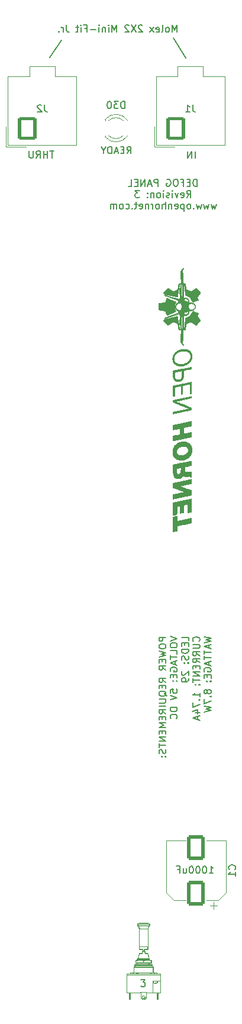
<source format=gbr>
%TF.GenerationSoftware,KiCad,Pcbnew,(6.0.9)*%
%TF.CreationDate,2023-03-29T19:26:10-08:00*%
%TF.ProjectId,DEFOG PANEL,4445464f-4720-4504-914e-454c2e6b6963,3*%
%TF.SameCoordinates,Original*%
%TF.FileFunction,Legend,Bot*%
%TF.FilePolarity,Positive*%
%FSLAX46Y46*%
G04 Gerber Fmt 4.6, Leading zero omitted, Abs format (unit mm)*
G04 Created by KiCad (PCBNEW (6.0.9)) date 2023-03-29 19:26:10*
%MOMM*%
%LPD*%
G01*
G04 APERTURE LIST*
G04 Aperture macros list*
%AMRoundRect*
0 Rectangle with rounded corners*
0 $1 Rounding radius*
0 $2 $3 $4 $5 $6 $7 $8 $9 X,Y pos of 4 corners*
0 Add a 4 corners polygon primitive as box body*
4,1,4,$2,$3,$4,$5,$6,$7,$8,$9,$2,$3,0*
0 Add four circle primitives for the rounded corners*
1,1,$1+$1,$2,$3*
1,1,$1+$1,$4,$5*
1,1,$1+$1,$6,$7*
1,1,$1+$1,$8,$9*
0 Add four rect primitives between the rounded corners*
20,1,$1+$1,$2,$3,$4,$5,0*
20,1,$1+$1,$4,$5,$6,$7,0*
20,1,$1+$1,$6,$7,$8,$9,0*
20,1,$1+$1,$8,$9,$2,$3,0*%
G04 Aperture macros list end*
%ADD10C,0.150000*%
%ADD11C,0.010000*%
%ADD12C,0.100000*%
%ADD13C,0.120000*%
%ADD14RoundRect,0.250000X1.000000X-1.500000X1.000000X1.500000X-1.000000X1.500000X-1.000000X-1.500000X0*%
%ADD15R,1.800000X1.800000*%
%ADD16C,1.800000*%
%ADD17RoundRect,0.250001X-1.099999X-1.399999X1.099999X-1.399999X1.099999X1.399999X-1.099999X1.399999X0*%
%ADD18O,2.700000X3.300000*%
G04 APERTURE END LIST*
D10*
X132190000Y-36220000D02*
X130500000Y-38650000D01*
X148200000Y-35900000D02*
X149940000Y-38780000D01*
X151577142Y-57092380D02*
X151577142Y-56092380D01*
X151339047Y-56092380D01*
X151196190Y-56140000D01*
X151100952Y-56235238D01*
X151053333Y-56330476D01*
X151005714Y-56520952D01*
X151005714Y-56663809D01*
X151053333Y-56854285D01*
X151100952Y-56949523D01*
X151196190Y-57044761D01*
X151339047Y-57092380D01*
X151577142Y-57092380D01*
X150577142Y-56568571D02*
X150243809Y-56568571D01*
X150100952Y-57092380D02*
X150577142Y-57092380D01*
X150577142Y-56092380D01*
X150100952Y-56092380D01*
X149339047Y-56568571D02*
X149672380Y-56568571D01*
X149672380Y-57092380D02*
X149672380Y-56092380D01*
X149196190Y-56092380D01*
X148624761Y-56092380D02*
X148434285Y-56092380D01*
X148339047Y-56140000D01*
X148243809Y-56235238D01*
X148196190Y-56425714D01*
X148196190Y-56759047D01*
X148243809Y-56949523D01*
X148339047Y-57044761D01*
X148434285Y-57092380D01*
X148624761Y-57092380D01*
X148720000Y-57044761D01*
X148815238Y-56949523D01*
X148862857Y-56759047D01*
X148862857Y-56425714D01*
X148815238Y-56235238D01*
X148720000Y-56140000D01*
X148624761Y-56092380D01*
X147243809Y-56140000D02*
X147339047Y-56092380D01*
X147481904Y-56092380D01*
X147624761Y-56140000D01*
X147720000Y-56235238D01*
X147767619Y-56330476D01*
X147815238Y-56520952D01*
X147815238Y-56663809D01*
X147767619Y-56854285D01*
X147720000Y-56949523D01*
X147624761Y-57044761D01*
X147481904Y-57092380D01*
X147386666Y-57092380D01*
X147243809Y-57044761D01*
X147196190Y-56997142D01*
X147196190Y-56663809D01*
X147386666Y-56663809D01*
X146005714Y-57092380D02*
X146005714Y-56092380D01*
X145624761Y-56092380D01*
X145529523Y-56140000D01*
X145481904Y-56187619D01*
X145434285Y-56282857D01*
X145434285Y-56425714D01*
X145481904Y-56520952D01*
X145529523Y-56568571D01*
X145624761Y-56616190D01*
X146005714Y-56616190D01*
X145053333Y-56806666D02*
X144577142Y-56806666D01*
X145148571Y-57092380D02*
X144815238Y-56092380D01*
X144481904Y-57092380D01*
X144148571Y-57092380D02*
X144148571Y-56092380D01*
X143577142Y-57092380D01*
X143577142Y-56092380D01*
X143100952Y-56568571D02*
X142767619Y-56568571D01*
X142624761Y-57092380D02*
X143100952Y-57092380D01*
X143100952Y-56092380D01*
X142624761Y-56092380D01*
X141720000Y-57092380D02*
X142196190Y-57092380D01*
X142196190Y-56092380D01*
X150100952Y-58702380D02*
X150434285Y-58226190D01*
X150672380Y-58702380D02*
X150672380Y-57702380D01*
X150291428Y-57702380D01*
X150196190Y-57750000D01*
X150148571Y-57797619D01*
X150100952Y-57892857D01*
X150100952Y-58035714D01*
X150148571Y-58130952D01*
X150196190Y-58178571D01*
X150291428Y-58226190D01*
X150672380Y-58226190D01*
X149291428Y-58654761D02*
X149386666Y-58702380D01*
X149577142Y-58702380D01*
X149672380Y-58654761D01*
X149720000Y-58559523D01*
X149720000Y-58178571D01*
X149672380Y-58083333D01*
X149577142Y-58035714D01*
X149386666Y-58035714D01*
X149291428Y-58083333D01*
X149243809Y-58178571D01*
X149243809Y-58273809D01*
X149720000Y-58369047D01*
X148910476Y-58035714D02*
X148672380Y-58702380D01*
X148434285Y-58035714D01*
X148053333Y-58702380D02*
X148053333Y-58035714D01*
X148053333Y-57702380D02*
X148100952Y-57750000D01*
X148053333Y-57797619D01*
X148005714Y-57750000D01*
X148053333Y-57702380D01*
X148053333Y-57797619D01*
X147624761Y-58654761D02*
X147529523Y-58702380D01*
X147339047Y-58702380D01*
X147243809Y-58654761D01*
X147196190Y-58559523D01*
X147196190Y-58511904D01*
X147243809Y-58416666D01*
X147339047Y-58369047D01*
X147481904Y-58369047D01*
X147577142Y-58321428D01*
X147624761Y-58226190D01*
X147624761Y-58178571D01*
X147577142Y-58083333D01*
X147481904Y-58035714D01*
X147339047Y-58035714D01*
X147243809Y-58083333D01*
X146767619Y-58702380D02*
X146767619Y-58035714D01*
X146767619Y-57702380D02*
X146815238Y-57750000D01*
X146767619Y-57797619D01*
X146720000Y-57750000D01*
X146767619Y-57702380D01*
X146767619Y-57797619D01*
X146148571Y-58702380D02*
X146243809Y-58654761D01*
X146291428Y-58607142D01*
X146339047Y-58511904D01*
X146339047Y-58226190D01*
X146291428Y-58130952D01*
X146243809Y-58083333D01*
X146148571Y-58035714D01*
X146005714Y-58035714D01*
X145910476Y-58083333D01*
X145862857Y-58130952D01*
X145815238Y-58226190D01*
X145815238Y-58511904D01*
X145862857Y-58607142D01*
X145910476Y-58654761D01*
X146005714Y-58702380D01*
X146148571Y-58702380D01*
X145386666Y-58035714D02*
X145386666Y-58702380D01*
X145386666Y-58130952D02*
X145339047Y-58083333D01*
X145243809Y-58035714D01*
X145100952Y-58035714D01*
X145005714Y-58083333D01*
X144958095Y-58178571D01*
X144958095Y-58702380D01*
X144481904Y-58607142D02*
X144434285Y-58654761D01*
X144481904Y-58702380D01*
X144529523Y-58654761D01*
X144481904Y-58607142D01*
X144481904Y-58702380D01*
X144481904Y-58083333D02*
X144434285Y-58130952D01*
X144481904Y-58178571D01*
X144529523Y-58130952D01*
X144481904Y-58083333D01*
X144481904Y-58178571D01*
X143339047Y-57702380D02*
X142720000Y-57702380D01*
X143053333Y-58083333D01*
X142910476Y-58083333D01*
X142815238Y-58130952D01*
X142767619Y-58178571D01*
X142720000Y-58273809D01*
X142720000Y-58511904D01*
X142767619Y-58607142D01*
X142815238Y-58654761D01*
X142910476Y-58702380D01*
X143196190Y-58702380D01*
X143291428Y-58654761D01*
X143339047Y-58607142D01*
X154339047Y-59645714D02*
X154148571Y-60312380D01*
X153958095Y-59836190D01*
X153767619Y-60312380D01*
X153577142Y-59645714D01*
X153291428Y-59645714D02*
X153100952Y-60312380D01*
X152910476Y-59836190D01*
X152720000Y-60312380D01*
X152529523Y-59645714D01*
X152243809Y-59645714D02*
X152053333Y-60312380D01*
X151862857Y-59836190D01*
X151672380Y-60312380D01*
X151481904Y-59645714D01*
X151100952Y-60217142D02*
X151053333Y-60264761D01*
X151100952Y-60312380D01*
X151148571Y-60264761D01*
X151100952Y-60217142D01*
X151100952Y-60312380D01*
X150481904Y-60312380D02*
X150577142Y-60264761D01*
X150624761Y-60217142D01*
X150672380Y-60121904D01*
X150672380Y-59836190D01*
X150624761Y-59740952D01*
X150577142Y-59693333D01*
X150481904Y-59645714D01*
X150339047Y-59645714D01*
X150243809Y-59693333D01*
X150196190Y-59740952D01*
X150148571Y-59836190D01*
X150148571Y-60121904D01*
X150196190Y-60217142D01*
X150243809Y-60264761D01*
X150339047Y-60312380D01*
X150481904Y-60312380D01*
X149720000Y-59645714D02*
X149720000Y-60645714D01*
X149720000Y-59693333D02*
X149624761Y-59645714D01*
X149434285Y-59645714D01*
X149339047Y-59693333D01*
X149291428Y-59740952D01*
X149243809Y-59836190D01*
X149243809Y-60121904D01*
X149291428Y-60217142D01*
X149339047Y-60264761D01*
X149434285Y-60312380D01*
X149624761Y-60312380D01*
X149720000Y-60264761D01*
X148434285Y-60264761D02*
X148529523Y-60312380D01*
X148720000Y-60312380D01*
X148815238Y-60264761D01*
X148862857Y-60169523D01*
X148862857Y-59788571D01*
X148815238Y-59693333D01*
X148720000Y-59645714D01*
X148529523Y-59645714D01*
X148434285Y-59693333D01*
X148386666Y-59788571D01*
X148386666Y-59883809D01*
X148862857Y-59979047D01*
X147958095Y-59645714D02*
X147958095Y-60312380D01*
X147958095Y-59740952D02*
X147910476Y-59693333D01*
X147815238Y-59645714D01*
X147672380Y-59645714D01*
X147577142Y-59693333D01*
X147529523Y-59788571D01*
X147529523Y-60312380D01*
X147053333Y-60312380D02*
X147053333Y-59312380D01*
X146624761Y-60312380D02*
X146624761Y-59788571D01*
X146672380Y-59693333D01*
X146767619Y-59645714D01*
X146910476Y-59645714D01*
X147005714Y-59693333D01*
X147053333Y-59740952D01*
X146005714Y-60312380D02*
X146100952Y-60264761D01*
X146148571Y-60217142D01*
X146196190Y-60121904D01*
X146196190Y-59836190D01*
X146148571Y-59740952D01*
X146100952Y-59693333D01*
X146005714Y-59645714D01*
X145862857Y-59645714D01*
X145767619Y-59693333D01*
X145720000Y-59740952D01*
X145672380Y-59836190D01*
X145672380Y-60121904D01*
X145720000Y-60217142D01*
X145767619Y-60264761D01*
X145862857Y-60312380D01*
X146005714Y-60312380D01*
X145243809Y-60312380D02*
X145243809Y-59645714D01*
X145243809Y-59836190D02*
X145196190Y-59740952D01*
X145148571Y-59693333D01*
X145053333Y-59645714D01*
X144958095Y-59645714D01*
X144624761Y-59645714D02*
X144624761Y-60312380D01*
X144624761Y-59740952D02*
X144577142Y-59693333D01*
X144481904Y-59645714D01*
X144339047Y-59645714D01*
X144243809Y-59693333D01*
X144196190Y-59788571D01*
X144196190Y-60312380D01*
X143339047Y-60264761D02*
X143434285Y-60312380D01*
X143624761Y-60312380D01*
X143720000Y-60264761D01*
X143767619Y-60169523D01*
X143767619Y-59788571D01*
X143720000Y-59693333D01*
X143624761Y-59645714D01*
X143434285Y-59645714D01*
X143339047Y-59693333D01*
X143291428Y-59788571D01*
X143291428Y-59883809D01*
X143767619Y-59979047D01*
X143005714Y-59645714D02*
X142624761Y-59645714D01*
X142862857Y-59312380D02*
X142862857Y-60169523D01*
X142815238Y-60264761D01*
X142720000Y-60312380D01*
X142624761Y-60312380D01*
X142291428Y-60217142D02*
X142243809Y-60264761D01*
X142291428Y-60312380D01*
X142339047Y-60264761D01*
X142291428Y-60217142D01*
X142291428Y-60312380D01*
X141386666Y-60264761D02*
X141481904Y-60312380D01*
X141672380Y-60312380D01*
X141767619Y-60264761D01*
X141815238Y-60217142D01*
X141862857Y-60121904D01*
X141862857Y-59836190D01*
X141815238Y-59740952D01*
X141767619Y-59693333D01*
X141672380Y-59645714D01*
X141481904Y-59645714D01*
X141386666Y-59693333D01*
X140815238Y-60312380D02*
X140910476Y-60264761D01*
X140958095Y-60217142D01*
X141005714Y-60121904D01*
X141005714Y-59836190D01*
X140958095Y-59740952D01*
X140910476Y-59693333D01*
X140815238Y-59645714D01*
X140672380Y-59645714D01*
X140577142Y-59693333D01*
X140529523Y-59740952D01*
X140481904Y-59836190D01*
X140481904Y-60121904D01*
X140529523Y-60217142D01*
X140577142Y-60264761D01*
X140672380Y-60312380D01*
X140815238Y-60312380D01*
X140053333Y-60312380D02*
X140053333Y-59645714D01*
X140053333Y-59740952D02*
X140005714Y-59693333D01*
X139910476Y-59645714D01*
X139767619Y-59645714D01*
X139672380Y-59693333D01*
X139624761Y-59788571D01*
X139624761Y-60312380D01*
X139624761Y-59788571D02*
X139577142Y-59693333D01*
X139481904Y-59645714D01*
X139339047Y-59645714D01*
X139243809Y-59693333D01*
X139196190Y-59788571D01*
X139196190Y-60312380D01*
X147132380Y-121615595D02*
X146132380Y-121615595D01*
X146132380Y-121996547D01*
X146180000Y-122091785D01*
X146227619Y-122139404D01*
X146322857Y-122187023D01*
X146465714Y-122187023D01*
X146560952Y-122139404D01*
X146608571Y-122091785D01*
X146656190Y-121996547D01*
X146656190Y-121615595D01*
X146132380Y-122806071D02*
X146132380Y-122996547D01*
X146180000Y-123091785D01*
X146275238Y-123187023D01*
X146465714Y-123234642D01*
X146799047Y-123234642D01*
X146989523Y-123187023D01*
X147084761Y-123091785D01*
X147132380Y-122996547D01*
X147132380Y-122806071D01*
X147084761Y-122710833D01*
X146989523Y-122615595D01*
X146799047Y-122567976D01*
X146465714Y-122567976D01*
X146275238Y-122615595D01*
X146180000Y-122710833D01*
X146132380Y-122806071D01*
X146132380Y-123567976D02*
X147132380Y-123806071D01*
X146418095Y-123996547D01*
X147132380Y-124187023D01*
X146132380Y-124425119D01*
X146608571Y-124806071D02*
X146608571Y-125139404D01*
X147132380Y-125282261D02*
X147132380Y-124806071D01*
X146132380Y-124806071D01*
X146132380Y-125282261D01*
X147132380Y-126282261D02*
X146656190Y-125948928D01*
X147132380Y-125710833D02*
X146132380Y-125710833D01*
X146132380Y-126091785D01*
X146180000Y-126187023D01*
X146227619Y-126234642D01*
X146322857Y-126282261D01*
X146465714Y-126282261D01*
X146560952Y-126234642D01*
X146608571Y-126187023D01*
X146656190Y-126091785D01*
X146656190Y-125710833D01*
X147132380Y-128044166D02*
X146656190Y-127710833D01*
X147132380Y-127472738D02*
X146132380Y-127472738D01*
X146132380Y-127853690D01*
X146180000Y-127948928D01*
X146227619Y-127996547D01*
X146322857Y-128044166D01*
X146465714Y-128044166D01*
X146560952Y-127996547D01*
X146608571Y-127948928D01*
X146656190Y-127853690D01*
X146656190Y-127472738D01*
X146608571Y-128472738D02*
X146608571Y-128806071D01*
X147132380Y-128948928D02*
X147132380Y-128472738D01*
X146132380Y-128472738D01*
X146132380Y-128948928D01*
X147227619Y-130044166D02*
X147180000Y-129948928D01*
X147084761Y-129853690D01*
X146941904Y-129710833D01*
X146894285Y-129615595D01*
X146894285Y-129520357D01*
X147132380Y-129567976D02*
X147084761Y-129472738D01*
X146989523Y-129377500D01*
X146799047Y-129329880D01*
X146465714Y-129329880D01*
X146275238Y-129377500D01*
X146180000Y-129472738D01*
X146132380Y-129567976D01*
X146132380Y-129758452D01*
X146180000Y-129853690D01*
X146275238Y-129948928D01*
X146465714Y-129996547D01*
X146799047Y-129996547D01*
X146989523Y-129948928D01*
X147084761Y-129853690D01*
X147132380Y-129758452D01*
X147132380Y-129567976D01*
X146132380Y-130425119D02*
X146941904Y-130425119D01*
X147037142Y-130472738D01*
X147084761Y-130520357D01*
X147132380Y-130615595D01*
X147132380Y-130806071D01*
X147084761Y-130901309D01*
X147037142Y-130948928D01*
X146941904Y-130996547D01*
X146132380Y-130996547D01*
X147132380Y-131472738D02*
X146132380Y-131472738D01*
X147132380Y-132520357D02*
X146656190Y-132187023D01*
X147132380Y-131948928D02*
X146132380Y-131948928D01*
X146132380Y-132329880D01*
X146180000Y-132425119D01*
X146227619Y-132472738D01*
X146322857Y-132520357D01*
X146465714Y-132520357D01*
X146560952Y-132472738D01*
X146608571Y-132425119D01*
X146656190Y-132329880D01*
X146656190Y-131948928D01*
X146608571Y-132948928D02*
X146608571Y-133282261D01*
X147132380Y-133425119D02*
X147132380Y-132948928D01*
X146132380Y-132948928D01*
X146132380Y-133425119D01*
X147132380Y-133853690D02*
X146132380Y-133853690D01*
X146846666Y-134187023D01*
X146132380Y-134520357D01*
X147132380Y-134520357D01*
X146608571Y-134996547D02*
X146608571Y-135329880D01*
X147132380Y-135472738D02*
X147132380Y-134996547D01*
X146132380Y-134996547D01*
X146132380Y-135472738D01*
X147132380Y-135901309D02*
X146132380Y-135901309D01*
X147132380Y-136472738D01*
X146132380Y-136472738D01*
X146132380Y-136806071D02*
X146132380Y-137377500D01*
X147132380Y-137091785D02*
X146132380Y-137091785D01*
X147084761Y-137663214D02*
X147132380Y-137806071D01*
X147132380Y-138044166D01*
X147084761Y-138139404D01*
X147037142Y-138187023D01*
X146941904Y-138234642D01*
X146846666Y-138234642D01*
X146751428Y-138187023D01*
X146703809Y-138139404D01*
X146656190Y-138044166D01*
X146608571Y-137853690D01*
X146560952Y-137758452D01*
X146513333Y-137710833D01*
X146418095Y-137663214D01*
X146322857Y-137663214D01*
X146227619Y-137710833D01*
X146180000Y-137758452D01*
X146132380Y-137853690D01*
X146132380Y-138091785D01*
X146180000Y-138234642D01*
X147037142Y-138663214D02*
X147084761Y-138710833D01*
X147132380Y-138663214D01*
X147084761Y-138615595D01*
X147037142Y-138663214D01*
X147132380Y-138663214D01*
X146513333Y-138663214D02*
X146560952Y-138710833D01*
X146608571Y-138663214D01*
X146560952Y-138615595D01*
X146513333Y-138663214D01*
X146608571Y-138663214D01*
X147742380Y-121472738D02*
X148742380Y-121806071D01*
X147742380Y-122139404D01*
X147742380Y-122663214D02*
X147742380Y-122853690D01*
X147790000Y-122948928D01*
X147885238Y-123044166D01*
X148075714Y-123091785D01*
X148409047Y-123091785D01*
X148599523Y-123044166D01*
X148694761Y-122948928D01*
X148742380Y-122853690D01*
X148742380Y-122663214D01*
X148694761Y-122567976D01*
X148599523Y-122472738D01*
X148409047Y-122425119D01*
X148075714Y-122425119D01*
X147885238Y-122472738D01*
X147790000Y-122567976D01*
X147742380Y-122663214D01*
X148742380Y-123996547D02*
X148742380Y-123520357D01*
X147742380Y-123520357D01*
X147742380Y-124187023D02*
X147742380Y-124758452D01*
X148742380Y-124472738D02*
X147742380Y-124472738D01*
X148456666Y-125044166D02*
X148456666Y-125520357D01*
X148742380Y-124948928D02*
X147742380Y-125282261D01*
X148742380Y-125615595D01*
X147790000Y-126472738D02*
X147742380Y-126377500D01*
X147742380Y-126234642D01*
X147790000Y-126091785D01*
X147885238Y-125996547D01*
X147980476Y-125948928D01*
X148170952Y-125901309D01*
X148313809Y-125901309D01*
X148504285Y-125948928D01*
X148599523Y-125996547D01*
X148694761Y-126091785D01*
X148742380Y-126234642D01*
X148742380Y-126329880D01*
X148694761Y-126472738D01*
X148647142Y-126520357D01*
X148313809Y-126520357D01*
X148313809Y-126329880D01*
X148218571Y-126948928D02*
X148218571Y-127282261D01*
X148742380Y-127425119D02*
X148742380Y-126948928D01*
X147742380Y-126948928D01*
X147742380Y-127425119D01*
X148647142Y-127853690D02*
X148694761Y-127901309D01*
X148742380Y-127853690D01*
X148694761Y-127806071D01*
X148647142Y-127853690D01*
X148742380Y-127853690D01*
X148123333Y-127853690D02*
X148170952Y-127901309D01*
X148218571Y-127853690D01*
X148170952Y-127806071D01*
X148123333Y-127853690D01*
X148218571Y-127853690D01*
X147742380Y-129567976D02*
X147742380Y-129091785D01*
X148218571Y-129044166D01*
X148170952Y-129091785D01*
X148123333Y-129187023D01*
X148123333Y-129425119D01*
X148170952Y-129520357D01*
X148218571Y-129567976D01*
X148313809Y-129615595D01*
X148551904Y-129615595D01*
X148647142Y-129567976D01*
X148694761Y-129520357D01*
X148742380Y-129425119D01*
X148742380Y-129187023D01*
X148694761Y-129091785D01*
X148647142Y-129044166D01*
X147742380Y-129901309D02*
X148742380Y-130234642D01*
X147742380Y-130567976D01*
X148742380Y-131663214D02*
X147742380Y-131663214D01*
X147742380Y-131901309D01*
X147790000Y-132044166D01*
X147885238Y-132139404D01*
X147980476Y-132187023D01*
X148170952Y-132234642D01*
X148313809Y-132234642D01*
X148504285Y-132187023D01*
X148599523Y-132139404D01*
X148694761Y-132044166D01*
X148742380Y-131901309D01*
X148742380Y-131663214D01*
X148647142Y-133234642D02*
X148694761Y-133187023D01*
X148742380Y-133044166D01*
X148742380Y-132948928D01*
X148694761Y-132806071D01*
X148599523Y-132710833D01*
X148504285Y-132663214D01*
X148313809Y-132615595D01*
X148170952Y-132615595D01*
X147980476Y-132663214D01*
X147885238Y-132710833D01*
X147790000Y-132806071D01*
X147742380Y-132948928D01*
X147742380Y-133044166D01*
X147790000Y-133187023D01*
X147837619Y-133234642D01*
X150352380Y-122091785D02*
X150352380Y-121615595D01*
X149352380Y-121615595D01*
X149828571Y-122425119D02*
X149828571Y-122758452D01*
X150352380Y-122901309D02*
X150352380Y-122425119D01*
X149352380Y-122425119D01*
X149352380Y-122901309D01*
X150352380Y-123329880D02*
X149352380Y-123329880D01*
X149352380Y-123567976D01*
X149400000Y-123710833D01*
X149495238Y-123806071D01*
X149590476Y-123853690D01*
X149780952Y-123901309D01*
X149923809Y-123901309D01*
X150114285Y-123853690D01*
X150209523Y-123806071D01*
X150304761Y-123710833D01*
X150352380Y-123567976D01*
X150352380Y-123329880D01*
X150304761Y-124282261D02*
X150352380Y-124425119D01*
X150352380Y-124663214D01*
X150304761Y-124758452D01*
X150257142Y-124806071D01*
X150161904Y-124853690D01*
X150066666Y-124853690D01*
X149971428Y-124806071D01*
X149923809Y-124758452D01*
X149876190Y-124663214D01*
X149828571Y-124472738D01*
X149780952Y-124377500D01*
X149733333Y-124329880D01*
X149638095Y-124282261D01*
X149542857Y-124282261D01*
X149447619Y-124329880D01*
X149400000Y-124377500D01*
X149352380Y-124472738D01*
X149352380Y-124710833D01*
X149400000Y-124853690D01*
X150257142Y-125282261D02*
X150304761Y-125329880D01*
X150352380Y-125282261D01*
X150304761Y-125234642D01*
X150257142Y-125282261D01*
X150352380Y-125282261D01*
X149733333Y-125282261D02*
X149780952Y-125329880D01*
X149828571Y-125282261D01*
X149780952Y-125234642D01*
X149733333Y-125282261D01*
X149828571Y-125282261D01*
X149447619Y-126472738D02*
X149400000Y-126520357D01*
X149352380Y-126615595D01*
X149352380Y-126853690D01*
X149400000Y-126948928D01*
X149447619Y-126996547D01*
X149542857Y-127044166D01*
X149638095Y-127044166D01*
X149780952Y-126996547D01*
X150352380Y-126425119D01*
X150352380Y-127044166D01*
X150352380Y-127520357D02*
X150352380Y-127710833D01*
X150304761Y-127806071D01*
X150257142Y-127853690D01*
X150114285Y-127948928D01*
X149923809Y-127996547D01*
X149542857Y-127996547D01*
X149447619Y-127948928D01*
X149400000Y-127901309D01*
X149352380Y-127806071D01*
X149352380Y-127615595D01*
X149400000Y-127520357D01*
X149447619Y-127472738D01*
X149542857Y-127425119D01*
X149780952Y-127425119D01*
X149876190Y-127472738D01*
X149923809Y-127520357D01*
X149971428Y-127615595D01*
X149971428Y-127806071D01*
X149923809Y-127901309D01*
X149876190Y-127948928D01*
X149780952Y-127996547D01*
X151867142Y-122187023D02*
X151914761Y-122139404D01*
X151962380Y-121996547D01*
X151962380Y-121901309D01*
X151914761Y-121758452D01*
X151819523Y-121663214D01*
X151724285Y-121615595D01*
X151533809Y-121567976D01*
X151390952Y-121567976D01*
X151200476Y-121615595D01*
X151105238Y-121663214D01*
X151010000Y-121758452D01*
X150962380Y-121901309D01*
X150962380Y-121996547D01*
X151010000Y-122139404D01*
X151057619Y-122187023D01*
X150962380Y-122615595D02*
X151771904Y-122615595D01*
X151867142Y-122663214D01*
X151914761Y-122710833D01*
X151962380Y-122806071D01*
X151962380Y-122996547D01*
X151914761Y-123091785D01*
X151867142Y-123139404D01*
X151771904Y-123187023D01*
X150962380Y-123187023D01*
X151962380Y-124234642D02*
X151486190Y-123901309D01*
X151962380Y-123663214D02*
X150962380Y-123663214D01*
X150962380Y-124044166D01*
X151010000Y-124139404D01*
X151057619Y-124187023D01*
X151152857Y-124234642D01*
X151295714Y-124234642D01*
X151390952Y-124187023D01*
X151438571Y-124139404D01*
X151486190Y-124044166D01*
X151486190Y-123663214D01*
X151962380Y-125234642D02*
X151486190Y-124901309D01*
X151962380Y-124663214D02*
X150962380Y-124663214D01*
X150962380Y-125044166D01*
X151010000Y-125139404D01*
X151057619Y-125187023D01*
X151152857Y-125234642D01*
X151295714Y-125234642D01*
X151390952Y-125187023D01*
X151438571Y-125139404D01*
X151486190Y-125044166D01*
X151486190Y-124663214D01*
X151438571Y-125663214D02*
X151438571Y-125996547D01*
X151962380Y-126139404D02*
X151962380Y-125663214D01*
X150962380Y-125663214D01*
X150962380Y-126139404D01*
X151962380Y-126567976D02*
X150962380Y-126567976D01*
X151962380Y-127139404D01*
X150962380Y-127139404D01*
X150962380Y-127472738D02*
X150962380Y-128044166D01*
X151962380Y-127758452D02*
X150962380Y-127758452D01*
X151867142Y-128377500D02*
X151914761Y-128425119D01*
X151962380Y-128377500D01*
X151914761Y-128329880D01*
X151867142Y-128377500D01*
X151962380Y-128377500D01*
X151343333Y-128377500D02*
X151390952Y-128425119D01*
X151438571Y-128377500D01*
X151390952Y-128329880D01*
X151343333Y-128377500D01*
X151438571Y-128377500D01*
X151962380Y-130139404D02*
X151962380Y-129567976D01*
X151962380Y-129853690D02*
X150962380Y-129853690D01*
X151105238Y-129758452D01*
X151200476Y-129663214D01*
X151248095Y-129567976D01*
X151867142Y-130567976D02*
X151914761Y-130615595D01*
X151962380Y-130567976D01*
X151914761Y-130520357D01*
X151867142Y-130567976D01*
X151962380Y-130567976D01*
X150962380Y-130948928D02*
X150962380Y-131615595D01*
X151962380Y-131187023D01*
X151295714Y-132425119D02*
X151962380Y-132425119D01*
X150914761Y-132187023D02*
X151629047Y-131948928D01*
X151629047Y-132567976D01*
X151676666Y-132901309D02*
X151676666Y-133377500D01*
X151962380Y-132806071D02*
X150962380Y-133139404D01*
X151962380Y-133472738D01*
X152572380Y-121520357D02*
X153572380Y-121758452D01*
X152858095Y-121948928D01*
X153572380Y-122139404D01*
X152572380Y-122377500D01*
X153286666Y-122710833D02*
X153286666Y-123187023D01*
X153572380Y-122615595D02*
X152572380Y-122948928D01*
X153572380Y-123282261D01*
X152572380Y-123472738D02*
X152572380Y-124044166D01*
X153572380Y-123758452D02*
X152572380Y-123758452D01*
X152572380Y-124234642D02*
X152572380Y-124806071D01*
X153572380Y-124520357D02*
X152572380Y-124520357D01*
X153286666Y-125091785D02*
X153286666Y-125567976D01*
X153572380Y-124996547D02*
X152572380Y-125329880D01*
X153572380Y-125663214D01*
X152620000Y-126520357D02*
X152572380Y-126425119D01*
X152572380Y-126282261D01*
X152620000Y-126139404D01*
X152715238Y-126044166D01*
X152810476Y-125996547D01*
X153000952Y-125948928D01*
X153143809Y-125948928D01*
X153334285Y-125996547D01*
X153429523Y-126044166D01*
X153524761Y-126139404D01*
X153572380Y-126282261D01*
X153572380Y-126377500D01*
X153524761Y-126520357D01*
X153477142Y-126567976D01*
X153143809Y-126567976D01*
X153143809Y-126377500D01*
X153048571Y-126996547D02*
X153048571Y-127329880D01*
X153572380Y-127472738D02*
X153572380Y-126996547D01*
X152572380Y-126996547D01*
X152572380Y-127472738D01*
X153477142Y-127901309D02*
X153524761Y-127948928D01*
X153572380Y-127901309D01*
X153524761Y-127853690D01*
X153477142Y-127901309D01*
X153572380Y-127901309D01*
X152953333Y-127901309D02*
X153000952Y-127948928D01*
X153048571Y-127901309D01*
X153000952Y-127853690D01*
X152953333Y-127901309D01*
X153048571Y-127901309D01*
X153000952Y-129282261D02*
X152953333Y-129187023D01*
X152905714Y-129139404D01*
X152810476Y-129091785D01*
X152762857Y-129091785D01*
X152667619Y-129139404D01*
X152620000Y-129187023D01*
X152572380Y-129282261D01*
X152572380Y-129472738D01*
X152620000Y-129567976D01*
X152667619Y-129615595D01*
X152762857Y-129663214D01*
X152810476Y-129663214D01*
X152905714Y-129615595D01*
X152953333Y-129567976D01*
X153000952Y-129472738D01*
X153000952Y-129282261D01*
X153048571Y-129187023D01*
X153096190Y-129139404D01*
X153191428Y-129091785D01*
X153381904Y-129091785D01*
X153477142Y-129139404D01*
X153524761Y-129187023D01*
X153572380Y-129282261D01*
X153572380Y-129472738D01*
X153524761Y-129567976D01*
X153477142Y-129615595D01*
X153381904Y-129663214D01*
X153191428Y-129663214D01*
X153096190Y-129615595D01*
X153048571Y-129567976D01*
X153000952Y-129472738D01*
X153477142Y-130091785D02*
X153524761Y-130139404D01*
X153572380Y-130091785D01*
X153524761Y-130044166D01*
X153477142Y-130091785D01*
X153572380Y-130091785D01*
X152572380Y-130472738D02*
X152572380Y-131139404D01*
X153572380Y-130710833D01*
X152572380Y-131425119D02*
X153572380Y-131663214D01*
X152858095Y-131853690D01*
X153572380Y-132044166D01*
X152572380Y-132282261D01*
X131093333Y-52042380D02*
X130521904Y-52042380D01*
X130807619Y-53042380D02*
X130807619Y-52042380D01*
X130188571Y-53042380D02*
X130188571Y-52042380D01*
X130188571Y-52518571D02*
X129617142Y-52518571D01*
X129617142Y-53042380D02*
X129617142Y-52042380D01*
X128569523Y-53042380D02*
X128902857Y-52566190D01*
X129140952Y-53042380D02*
X129140952Y-52042380D01*
X128760000Y-52042380D01*
X128664761Y-52090000D01*
X128617142Y-52137619D01*
X128569523Y-52232857D01*
X128569523Y-52375714D01*
X128617142Y-52470952D01*
X128664761Y-52518571D01*
X128760000Y-52566190D01*
X129140952Y-52566190D01*
X128140952Y-52042380D02*
X128140952Y-52851904D01*
X128093333Y-52947142D01*
X128045714Y-52994761D01*
X127950476Y-53042380D01*
X127760000Y-53042380D01*
X127664761Y-52994761D01*
X127617142Y-52947142D01*
X127569523Y-52851904D01*
X127569523Y-52042380D01*
X141550000Y-52422380D02*
X141883333Y-51946190D01*
X142121428Y-52422380D02*
X142121428Y-51422380D01*
X141740476Y-51422380D01*
X141645238Y-51470000D01*
X141597619Y-51517619D01*
X141550000Y-51612857D01*
X141550000Y-51755714D01*
X141597619Y-51850952D01*
X141645238Y-51898571D01*
X141740476Y-51946190D01*
X142121428Y-51946190D01*
X141121428Y-51898571D02*
X140788095Y-51898571D01*
X140645238Y-52422380D02*
X141121428Y-52422380D01*
X141121428Y-51422380D01*
X140645238Y-51422380D01*
X140264285Y-52136666D02*
X139788095Y-52136666D01*
X140359523Y-52422380D02*
X140026190Y-51422380D01*
X139692857Y-52422380D01*
X139359523Y-52422380D02*
X139359523Y-51422380D01*
X139121428Y-51422380D01*
X138978571Y-51470000D01*
X138883333Y-51565238D01*
X138835714Y-51660476D01*
X138788095Y-51850952D01*
X138788095Y-51993809D01*
X138835714Y-52184285D01*
X138883333Y-52279523D01*
X138978571Y-52374761D01*
X139121428Y-52422380D01*
X139359523Y-52422380D01*
X138169047Y-51946190D02*
X138169047Y-52422380D01*
X138502380Y-51422380D02*
X138169047Y-51946190D01*
X137835714Y-51422380D01*
X151313809Y-53102380D02*
X151313809Y-52102380D01*
X150837619Y-53102380D02*
X150837619Y-52102380D01*
X150266190Y-53102380D01*
X150266190Y-52102380D01*
X153323809Y-155362380D02*
X153895238Y-155362380D01*
X153609523Y-155362380D02*
X153609523Y-154362380D01*
X153704761Y-154505238D01*
X153800000Y-154600476D01*
X153895238Y-154648095D01*
X152704761Y-154362380D02*
X152609523Y-154362380D01*
X152514285Y-154410000D01*
X152466666Y-154457619D01*
X152419047Y-154552857D01*
X152371428Y-154743333D01*
X152371428Y-154981428D01*
X152419047Y-155171904D01*
X152466666Y-155267142D01*
X152514285Y-155314761D01*
X152609523Y-155362380D01*
X152704761Y-155362380D01*
X152800000Y-155314761D01*
X152847619Y-155267142D01*
X152895238Y-155171904D01*
X152942857Y-154981428D01*
X152942857Y-154743333D01*
X152895238Y-154552857D01*
X152847619Y-154457619D01*
X152800000Y-154410000D01*
X152704761Y-154362380D01*
X151752380Y-154362380D02*
X151657142Y-154362380D01*
X151561904Y-154410000D01*
X151514285Y-154457619D01*
X151466666Y-154552857D01*
X151419047Y-154743333D01*
X151419047Y-154981428D01*
X151466666Y-155171904D01*
X151514285Y-155267142D01*
X151561904Y-155314761D01*
X151657142Y-155362380D01*
X151752380Y-155362380D01*
X151847619Y-155314761D01*
X151895238Y-155267142D01*
X151942857Y-155171904D01*
X151990476Y-154981428D01*
X151990476Y-154743333D01*
X151942857Y-154552857D01*
X151895238Y-154457619D01*
X151847619Y-154410000D01*
X151752380Y-154362380D01*
X150800000Y-154362380D02*
X150704761Y-154362380D01*
X150609523Y-154410000D01*
X150561904Y-154457619D01*
X150514285Y-154552857D01*
X150466666Y-154743333D01*
X150466666Y-154981428D01*
X150514285Y-155171904D01*
X150561904Y-155267142D01*
X150609523Y-155314761D01*
X150704761Y-155362380D01*
X150800000Y-155362380D01*
X150895238Y-155314761D01*
X150942857Y-155267142D01*
X150990476Y-155171904D01*
X151038095Y-154981428D01*
X151038095Y-154743333D01*
X150990476Y-154552857D01*
X150942857Y-154457619D01*
X150895238Y-154410000D01*
X150800000Y-154362380D01*
X149609523Y-154695714D02*
X149609523Y-155362380D01*
X150038095Y-154695714D02*
X150038095Y-155219523D01*
X149990476Y-155314761D01*
X149895238Y-155362380D01*
X149752380Y-155362380D01*
X149657142Y-155314761D01*
X149609523Y-155267142D01*
X148800000Y-154838571D02*
X149133333Y-154838571D01*
X149133333Y-155362380D02*
X149133333Y-154362380D01*
X148657142Y-154362380D01*
X148692380Y-35032380D02*
X148692380Y-34032380D01*
X148359047Y-34746666D01*
X148025714Y-34032380D01*
X148025714Y-35032380D01*
X147406666Y-35032380D02*
X147501904Y-34984761D01*
X147549523Y-34937142D01*
X147597142Y-34841904D01*
X147597142Y-34556190D01*
X147549523Y-34460952D01*
X147501904Y-34413333D01*
X147406666Y-34365714D01*
X147263809Y-34365714D01*
X147168571Y-34413333D01*
X147120952Y-34460952D01*
X147073333Y-34556190D01*
X147073333Y-34841904D01*
X147120952Y-34937142D01*
X147168571Y-34984761D01*
X147263809Y-35032380D01*
X147406666Y-35032380D01*
X146501904Y-35032380D02*
X146597142Y-34984761D01*
X146644761Y-34889523D01*
X146644761Y-34032380D01*
X145740000Y-34984761D02*
X145835238Y-35032380D01*
X146025714Y-35032380D01*
X146120952Y-34984761D01*
X146168571Y-34889523D01*
X146168571Y-34508571D01*
X146120952Y-34413333D01*
X146025714Y-34365714D01*
X145835238Y-34365714D01*
X145740000Y-34413333D01*
X145692380Y-34508571D01*
X145692380Y-34603809D01*
X146168571Y-34699047D01*
X145359047Y-35032380D02*
X144835238Y-34365714D01*
X145359047Y-34365714D02*
X144835238Y-35032380D01*
X143740000Y-34127619D02*
X143692380Y-34080000D01*
X143597142Y-34032380D01*
X143359047Y-34032380D01*
X143263809Y-34080000D01*
X143216190Y-34127619D01*
X143168571Y-34222857D01*
X143168571Y-34318095D01*
X143216190Y-34460952D01*
X143787619Y-35032380D01*
X143168571Y-35032380D01*
X142835238Y-34032380D02*
X142168571Y-35032380D01*
X142168571Y-34032380D02*
X142835238Y-35032380D01*
X141835238Y-34127619D02*
X141787619Y-34080000D01*
X141692380Y-34032380D01*
X141454285Y-34032380D01*
X141359047Y-34080000D01*
X141311428Y-34127619D01*
X141263809Y-34222857D01*
X141263809Y-34318095D01*
X141311428Y-34460952D01*
X141882857Y-35032380D01*
X141263809Y-35032380D01*
X140073333Y-35032380D02*
X140073333Y-34032380D01*
X139740000Y-34746666D01*
X139406666Y-34032380D01*
X139406666Y-35032380D01*
X138930476Y-35032380D02*
X138930476Y-34365714D01*
X138930476Y-34032380D02*
X138978095Y-34080000D01*
X138930476Y-34127619D01*
X138882857Y-34080000D01*
X138930476Y-34032380D01*
X138930476Y-34127619D01*
X138454285Y-34365714D02*
X138454285Y-35032380D01*
X138454285Y-34460952D02*
X138406666Y-34413333D01*
X138311428Y-34365714D01*
X138168571Y-34365714D01*
X138073333Y-34413333D01*
X138025714Y-34508571D01*
X138025714Y-35032380D01*
X137549523Y-35032380D02*
X137549523Y-34365714D01*
X137549523Y-34032380D02*
X137597142Y-34080000D01*
X137549523Y-34127619D01*
X137501904Y-34080000D01*
X137549523Y-34032380D01*
X137549523Y-34127619D01*
X137073333Y-34651428D02*
X136311428Y-34651428D01*
X135501904Y-34508571D02*
X135835238Y-34508571D01*
X135835238Y-35032380D02*
X135835238Y-34032380D01*
X135359047Y-34032380D01*
X134978095Y-35032380D02*
X134978095Y-34365714D01*
X134978095Y-34032380D02*
X135025714Y-34080000D01*
X134978095Y-34127619D01*
X134930476Y-34080000D01*
X134978095Y-34032380D01*
X134978095Y-34127619D01*
X134644761Y-34365714D02*
X134263809Y-34365714D01*
X134501904Y-34032380D02*
X134501904Y-34889523D01*
X134454285Y-34984761D01*
X134359047Y-35032380D01*
X134263809Y-35032380D01*
X132882857Y-34032380D02*
X132882857Y-34746666D01*
X132930476Y-34889523D01*
X133025714Y-34984761D01*
X133168571Y-35032380D01*
X133263809Y-35032380D01*
X132406666Y-35032380D02*
X132406666Y-34365714D01*
X132406666Y-34556190D02*
X132359047Y-34460952D01*
X132311428Y-34413333D01*
X132216190Y-34365714D01*
X132120952Y-34365714D01*
X131787619Y-34937142D02*
X131740000Y-34984761D01*
X131787619Y-35032380D01*
X131835238Y-34984761D01*
X131787619Y-34937142D01*
X131787619Y-35032380D01*
%TO.C,G2*%
X143551666Y-170567380D02*
X144170714Y-170567380D01*
X143837380Y-170948333D01*
X143980238Y-170948333D01*
X144075476Y-170995952D01*
X144123095Y-171043571D01*
X144170714Y-171138809D01*
X144170714Y-171376904D01*
X144123095Y-171472142D01*
X144075476Y-171519761D01*
X143980238Y-171567380D01*
X143694523Y-171567380D01*
X143599285Y-171519761D01*
X143551666Y-171472142D01*
%TO.C,C1*%
X157007142Y-154803333D02*
X157054761Y-154755714D01*
X157102380Y-154612857D01*
X157102380Y-154517619D01*
X157054761Y-154374761D01*
X156959523Y-154279523D01*
X156864285Y-154231904D01*
X156673809Y-154184285D01*
X156530952Y-154184285D01*
X156340476Y-154231904D01*
X156245238Y-154279523D01*
X156150000Y-154374761D01*
X156102380Y-154517619D01*
X156102380Y-154612857D01*
X156150000Y-154755714D01*
X156197619Y-154803333D01*
X157102380Y-155755714D02*
X157102380Y-155184285D01*
X157102380Y-155470000D02*
X156102380Y-155470000D01*
X156245238Y-155374761D01*
X156340476Y-155279523D01*
X156388095Y-155184285D01*
%TO.C,D30*%
X141214133Y-45961956D02*
X141214133Y-44961956D01*
X140976038Y-44961956D01*
X140833181Y-45009576D01*
X140737943Y-45104814D01*
X140690324Y-45200052D01*
X140642705Y-45390528D01*
X140642705Y-45533385D01*
X140690324Y-45723861D01*
X140737943Y-45819099D01*
X140833181Y-45914337D01*
X140976038Y-45961956D01*
X141214133Y-45961956D01*
X140309371Y-44961956D02*
X139690324Y-44961956D01*
X140023657Y-45342909D01*
X139880800Y-45342909D01*
X139785562Y-45390528D01*
X139737943Y-45438147D01*
X139690324Y-45533385D01*
X139690324Y-45771480D01*
X139737943Y-45866718D01*
X139785562Y-45914337D01*
X139880800Y-45961956D01*
X140166514Y-45961956D01*
X140261752Y-45914337D01*
X140309371Y-45866718D01*
X139071276Y-44961956D02*
X138976038Y-44961956D01*
X138880800Y-45009576D01*
X138833181Y-45057195D01*
X138785562Y-45152433D01*
X138737943Y-45342909D01*
X138737943Y-45581004D01*
X138785562Y-45771480D01*
X138833181Y-45866718D01*
X138880800Y-45914337D01*
X138976038Y-45961956D01*
X139071276Y-45961956D01*
X139166514Y-45914337D01*
X139214133Y-45866718D01*
X139261752Y-45771480D01*
X139309371Y-45581004D01*
X139309371Y-45342909D01*
X139261752Y-45152433D01*
X139214133Y-45057195D01*
X139166514Y-45009576D01*
X139071276Y-44961956D01*
%TO.C,J1*%
X150963333Y-45451756D02*
X150963333Y-46166042D01*
X151010952Y-46308899D01*
X151106190Y-46404137D01*
X151249047Y-46451756D01*
X151344285Y-46451756D01*
X149963333Y-46451756D02*
X150534761Y-46451756D01*
X150249047Y-46451756D02*
X150249047Y-45451756D01*
X150344285Y-45594614D01*
X150439523Y-45689852D01*
X150534761Y-45737471D01*
%TO.C,J2*%
X129753333Y-45451756D02*
X129753333Y-46166042D01*
X129800952Y-46308899D01*
X129896190Y-46404137D01*
X130039047Y-46451756D01*
X130134285Y-46451756D01*
X129324761Y-45546995D02*
X129277142Y-45499376D01*
X129181904Y-45451756D01*
X128943809Y-45451756D01*
X128848571Y-45499376D01*
X128800952Y-45546995D01*
X128753333Y-45642233D01*
X128753333Y-45737471D01*
X128800952Y-45880328D01*
X129372380Y-46451756D01*
X128753333Y-46451756D01*
%TO.C,G2*%
G36*
X143704443Y-172992793D02*
G01*
X143740823Y-172923589D01*
X143799208Y-172874649D01*
X143862569Y-172848415D01*
X143904336Y-172839503D01*
X143940394Y-172844045D01*
X143986470Y-172864138D01*
X143988621Y-172865232D01*
X144047141Y-172910937D01*
X144085130Y-172973066D01*
X144101601Y-173043918D01*
X144095567Y-173115792D01*
X144066044Y-173180986D01*
X144033566Y-173216319D01*
X143986722Y-173238492D01*
X143923257Y-173247686D01*
X143855411Y-173244158D01*
X143795421Y-173228165D01*
X143765845Y-173210710D01*
X143716257Y-173149701D01*
X143694542Y-173076978D01*
X143696751Y-173055338D01*
X143721738Y-173055338D01*
X143736345Y-173118391D01*
X143779579Y-173176996D01*
X143790049Y-173186283D01*
X143835893Y-173207569D01*
X143896897Y-173215009D01*
X143959748Y-173208804D01*
X144011132Y-173189156D01*
X144019875Y-173182801D01*
X144049230Y-173140606D01*
X144065299Y-173081067D01*
X144065963Y-173016558D01*
X144055646Y-172973805D01*
X144028589Y-172936454D01*
X143982390Y-172902111D01*
X143974448Y-172897851D01*
X143934361Y-172878654D01*
X143906334Y-172872985D01*
X143875627Y-172880618D01*
X143839998Y-172895811D01*
X143774533Y-172938416D01*
X143734791Y-172993469D01*
X143721738Y-173055338D01*
X143696751Y-173055338D01*
X143702509Y-172998952D01*
X143704443Y-172992793D01*
G37*
D11*
X143704443Y-172992793D02*
X143740823Y-172923589D01*
X143799208Y-172874649D01*
X143862569Y-172848415D01*
X143904336Y-172839503D01*
X143940394Y-172844045D01*
X143986470Y-172864138D01*
X143988621Y-172865232D01*
X144047141Y-172910937D01*
X144085130Y-172973066D01*
X144101601Y-173043918D01*
X144095567Y-173115792D01*
X144066044Y-173180986D01*
X144033566Y-173216319D01*
X143986722Y-173238492D01*
X143923257Y-173247686D01*
X143855411Y-173244158D01*
X143795421Y-173228165D01*
X143765845Y-173210710D01*
X143716257Y-173149701D01*
X143694542Y-173076978D01*
X143696751Y-173055338D01*
X143721738Y-173055338D01*
X143736345Y-173118391D01*
X143779579Y-173176996D01*
X143790049Y-173186283D01*
X143835893Y-173207569D01*
X143896897Y-173215009D01*
X143959748Y-173208804D01*
X144011132Y-173189156D01*
X144019875Y-173182801D01*
X144049230Y-173140606D01*
X144065299Y-173081067D01*
X144065963Y-173016558D01*
X144055646Y-172973805D01*
X144028589Y-172936454D01*
X143982390Y-172902111D01*
X143974448Y-172897851D01*
X143934361Y-172878654D01*
X143906334Y-172872985D01*
X143875627Y-172880618D01*
X143839998Y-172895811D01*
X143774533Y-172938416D01*
X143734791Y-172993469D01*
X143721738Y-173055338D01*
X143696751Y-173055338D01*
X143702509Y-172998952D01*
X143704443Y-172992793D01*
G36*
X145395950Y-169606964D02*
G01*
X145412763Y-169571378D01*
X145426534Y-169553275D01*
X145443730Y-169541829D01*
X145471300Y-169535522D01*
X145516192Y-169532836D01*
X145585355Y-169532251D01*
X145591793Y-169532250D01*
X145682278Y-169534697D01*
X145745597Y-169543370D01*
X145786049Y-169560269D01*
X145807936Y-169587392D01*
X145815558Y-169626738D01*
X145815750Y-169636337D01*
X145815750Y-169691000D01*
X146323750Y-169691000D01*
X146323750Y-172469125D01*
X145974500Y-172469125D01*
X145974500Y-173389875D01*
X145815750Y-173389875D01*
X145815750Y-173358125D01*
X145847500Y-173358125D01*
X145942750Y-173358125D01*
X145942750Y-172469125D01*
X145847500Y-172469125D01*
X145847500Y-173358125D01*
X145815750Y-173358125D01*
X145815750Y-172469125D01*
X144307625Y-172469125D01*
X144307625Y-172751993D01*
X144306282Y-172882470D01*
X144301584Y-172986163D01*
X144292528Y-173067947D01*
X144278110Y-173132702D01*
X144257328Y-173185305D01*
X144229178Y-173230632D01*
X144202532Y-173262893D01*
X144126709Y-173330227D01*
X144042091Y-173370997D01*
X143941887Y-173388047D01*
X143901769Y-173388937D01*
X143802328Y-173380601D01*
X143722604Y-173354651D01*
X143654641Y-173306820D01*
X143590478Y-173232841D01*
X143577915Y-173215268D01*
X143505937Y-173112098D01*
X143500798Y-172790611D01*
X143495659Y-172469125D01*
X141974000Y-172469125D01*
X141974000Y-173389875D01*
X141815250Y-173389875D01*
X141815250Y-173358125D01*
X141847000Y-173358125D01*
X141942250Y-173358125D01*
X141942250Y-172469125D01*
X141847000Y-172469125D01*
X141847000Y-173358125D01*
X141815250Y-173358125D01*
X141815250Y-172469125D01*
X141466000Y-172469125D01*
X141466000Y-172437375D01*
X141497750Y-172437375D01*
X143479916Y-172437375D01*
X143486679Y-172389750D01*
X143528061Y-172389750D01*
X143532874Y-172745497D01*
X143537687Y-173101245D01*
X143601364Y-173193836D01*
X143668971Y-173273942D01*
X143744543Y-173325589D01*
X143834049Y-173352006D01*
X143903424Y-173357187D01*
X143994521Y-173349551D01*
X144061259Y-173326529D01*
X144113809Y-173293962D01*
X144165990Y-173253053D01*
X144176176Y-173243618D01*
X144206811Y-173209802D01*
X144230624Y-173171995D01*
X144248426Y-173125879D01*
X144261026Y-173067133D01*
X144269235Y-172991438D01*
X144273864Y-172894472D01*
X144275724Y-172771917D01*
X144275875Y-172712306D01*
X144275875Y-172389750D01*
X143528061Y-172389750D01*
X143486679Y-172389750D01*
X143490062Y-172365937D01*
X144299687Y-172365937D01*
X144309833Y-172437375D01*
X145212221Y-172437375D01*
X145244250Y-172437375D01*
X146292000Y-172437375D01*
X146292000Y-170770500D01*
X145898823Y-170770500D01*
X145892087Y-170876296D01*
X145887103Y-170934600D01*
X145878182Y-170972295D01*
X145860556Y-171000514D01*
X145829459Y-171030387D01*
X145824092Y-171035046D01*
X145773705Y-171071370D01*
X145726601Y-171086529D01*
X145701980Y-171088000D01*
X145658829Y-171083715D01*
X145641827Y-171069664D01*
X145641125Y-171064187D01*
X145627324Y-171045035D01*
X145601437Y-171040375D01*
X145569517Y-171048655D01*
X145561750Y-171064187D01*
X145549014Y-171082967D01*
X145515532Y-171087069D01*
X145468392Y-171077087D01*
X145414682Y-171053615D01*
X145410937Y-171051526D01*
X145349850Y-171003055D01*
X145313804Y-170939022D01*
X145300521Y-170855192D01*
X145300359Y-170845955D01*
X145300273Y-170844391D01*
X145323625Y-170844391D01*
X145338178Y-170918356D01*
X145377987Y-170982342D01*
X145429548Y-171022786D01*
X145485691Y-171048571D01*
X145517881Y-171053958D01*
X145526454Y-171038993D01*
X145526031Y-171036406D01*
X145536145Y-171021330D01*
X145566261Y-171012547D01*
X145605189Y-171010448D01*
X145641734Y-171015421D01*
X145664703Y-171027854D01*
X145666781Y-171031517D01*
X145689196Y-171052962D01*
X145727169Y-171051995D01*
X145774731Y-171029547D01*
X145799973Y-171010783D01*
X145830921Y-170982251D01*
X145847288Y-170955223D01*
X145853751Y-170917884D01*
X145854936Y-170871876D01*
X145855437Y-170778437D01*
X145611511Y-170774045D01*
X145509004Y-170772866D01*
X145433993Y-170774254D01*
X145382263Y-170779238D01*
X145349597Y-170788849D01*
X145331778Y-170804117D01*
X145324592Y-170826072D01*
X145323625Y-170844391D01*
X145300273Y-170844391D01*
X145297768Y-170799033D01*
X145289049Y-170776345D01*
X145272031Y-170770549D01*
X145265891Y-170772045D01*
X145260726Y-170778233D01*
X145256452Y-170791625D01*
X145252985Y-170814733D01*
X145250241Y-170850071D01*
X145248137Y-170900150D01*
X145246589Y-170967485D01*
X145245512Y-171054586D01*
X145244824Y-171163968D01*
X145244440Y-171298142D01*
X145244277Y-171459621D01*
X145244250Y-171603937D01*
X145244250Y-172437375D01*
X145212221Y-172437375D01*
X145216271Y-171603937D01*
X145220437Y-170746687D01*
X145756218Y-170742507D01*
X146292000Y-170738327D01*
X146292000Y-169929125D01*
X141497750Y-169929125D01*
X141497750Y-172437375D01*
X141466000Y-172437375D01*
X141466000Y-171089698D01*
X141466041Y-170847276D01*
X141466189Y-170634662D01*
X141466478Y-170449917D01*
X141466943Y-170291098D01*
X141467620Y-170156266D01*
X141468544Y-170043478D01*
X141469749Y-169950794D01*
X141470191Y-169929125D01*
X141470840Y-169897375D01*
X141497750Y-169897375D01*
X146292000Y-169897375D01*
X146292000Y-169722750D01*
X141497750Y-169722750D01*
X141497750Y-169897375D01*
X141470840Y-169897375D01*
X141471271Y-169876274D01*
X141473146Y-169817975D01*
X141475407Y-169773957D01*
X141478090Y-169742280D01*
X141480971Y-169722750D01*
X141481230Y-169721001D01*
X141484862Y-169708180D01*
X141489022Y-169701877D01*
X141491110Y-169700635D01*
X141515277Y-169697236D01*
X141564884Y-169694362D01*
X141633625Y-169692247D01*
X141715193Y-169691121D01*
X141753048Y-169691000D01*
X141989875Y-169691000D01*
X141989875Y-169658206D01*
X142021625Y-169658206D01*
X142023352Y-169672285D01*
X142032125Y-169681629D01*
X142053326Y-169687204D01*
X142092339Y-169689977D01*
X142154547Y-169690915D01*
X142204187Y-169691000D01*
X142386750Y-169691000D01*
X142386750Y-169646550D01*
X142383045Y-169610931D01*
X142368526Y-169587144D01*
X142338087Y-169572913D01*
X142286620Y-169565959D01*
X142209019Y-169564008D01*
X142201571Y-169564000D01*
X142131075Y-169564750D01*
X142085680Y-169567832D01*
X142058754Y-169574491D01*
X142043666Y-169585972D01*
X142038058Y-169594706D01*
X142024216Y-169635742D01*
X142021625Y-169658206D01*
X141989875Y-169658206D01*
X141989875Y-169650753D01*
X141998700Y-169606964D01*
X142015513Y-169571378D01*
X142029284Y-169553275D01*
X142046480Y-169541829D01*
X142074050Y-169535522D01*
X142118942Y-169532836D01*
X142188105Y-169532251D01*
X142194543Y-169532250D01*
X142285028Y-169534697D01*
X142348347Y-169543370D01*
X142388799Y-169560269D01*
X142410686Y-169587392D01*
X142418308Y-169626738D01*
X142418500Y-169636337D01*
X142418500Y-169691000D01*
X142859894Y-169691000D01*
X142868709Y-169665712D01*
X142901056Y-169665712D01*
X142901247Y-169670826D01*
X142907523Y-169675206D01*
X142922110Y-169678909D01*
X142947233Y-169681991D01*
X142985118Y-169684508D01*
X143037991Y-169686515D01*
X143108075Y-169688068D01*
X143197598Y-169689223D01*
X143308785Y-169690037D01*
X143443861Y-169690564D01*
X143605051Y-169690862D01*
X143794581Y-169690986D01*
X143907774Y-169691000D01*
X144924195Y-169691000D01*
X144899252Y-169627500D01*
X144874308Y-169564000D01*
X142929941Y-169564000D01*
X142920351Y-169602212D01*
X142908778Y-169642946D01*
X142901056Y-169665712D01*
X142868709Y-169665712D01*
X142877322Y-169641006D01*
X142889330Y-169602816D01*
X142894727Y-169578263D01*
X142894750Y-169577506D01*
X142879899Y-169572292D01*
X142839436Y-169568013D01*
X142779496Y-169565104D01*
X142706213Y-169564000D01*
X142513750Y-169564000D01*
X142513750Y-169532250D01*
X142545500Y-169532250D01*
X145244250Y-169532250D01*
X145244250Y-168770250D01*
X142545500Y-168770250D01*
X142545500Y-169532250D01*
X142513750Y-169532250D01*
X142513750Y-169160885D01*
X142513700Y-169034150D01*
X142514140Y-168935622D01*
X142515948Y-168861762D01*
X142520005Y-168809030D01*
X142527192Y-168773887D01*
X142529122Y-168770250D01*
X142538388Y-168752793D01*
X142554474Y-168742208D01*
X142576331Y-168738592D01*
X142604838Y-168738406D01*
X142618794Y-168738500D01*
X142654432Y-168736569D01*
X142664757Y-168727382D01*
X142657183Y-168707793D01*
X142642035Y-168653964D01*
X142672308Y-168653964D01*
X142673121Y-168670331D01*
X142677023Y-168684402D01*
X142686094Y-168696353D01*
X142702418Y-168706358D01*
X142728078Y-168714591D01*
X142765155Y-168721228D01*
X142815732Y-168726442D01*
X142881893Y-168730408D01*
X142965719Y-168733301D01*
X143069293Y-168735296D01*
X143194698Y-168736566D01*
X143344016Y-168737287D01*
X143519329Y-168737633D01*
X143722720Y-168737779D01*
X143898096Y-168737864D01*
X144136627Y-168737835D01*
X144344765Y-168737452D01*
X144523862Y-168736694D01*
X144675273Y-168735541D01*
X144800352Y-168733972D01*
X144900454Y-168731967D01*
X144976932Y-168729507D01*
X145031140Y-168726570D01*
X145064434Y-168723136D01*
X145076510Y-168720215D01*
X145117233Y-168688024D01*
X145132444Y-168645475D01*
X145122783Y-168600207D01*
X145088894Y-168559862D01*
X145061643Y-168543238D01*
X145048516Y-168537970D01*
X145031301Y-168533430D01*
X145007703Y-168529564D01*
X144975430Y-168526319D01*
X144932190Y-168523642D01*
X144875689Y-168521478D01*
X144803634Y-168519776D01*
X144713733Y-168518481D01*
X144603693Y-168517540D01*
X144471220Y-168516899D01*
X144314022Y-168516506D01*
X144129806Y-168516308D01*
X143916279Y-168516250D01*
X143901641Y-168516250D01*
X143687643Y-168516272D01*
X143503068Y-168516384D01*
X143345589Y-168516647D01*
X143212880Y-168517127D01*
X143102613Y-168517887D01*
X143012462Y-168518992D01*
X142940100Y-168520504D01*
X142883199Y-168522490D01*
X142839434Y-168525011D01*
X142806477Y-168528132D01*
X142782001Y-168531918D01*
X142763680Y-168536432D01*
X142749187Y-168541739D01*
X142736194Y-168547901D01*
X142735367Y-168548322D01*
X142695319Y-168572137D01*
X142677057Y-168596288D01*
X142672512Y-168631916D01*
X142672500Y-168635128D01*
X142672308Y-168653964D01*
X142642035Y-168653964D01*
X142641820Y-168653200D01*
X142646727Y-168595877D01*
X142670545Y-168550029D01*
X142672500Y-168548000D01*
X142704250Y-168516250D01*
X142655619Y-168516250D01*
X142622584Y-168513365D01*
X142610942Y-168498139D01*
X142611962Y-168464656D01*
X142612344Y-168460687D01*
X142640750Y-168460687D01*
X142643576Y-168465076D01*
X142653383Y-168468899D01*
X142672165Y-168472196D01*
X142701914Y-168475003D01*
X142744622Y-168477358D01*
X142802283Y-168479300D01*
X142876889Y-168480867D01*
X142970434Y-168482095D01*
X143084910Y-168483023D01*
X143222309Y-168483688D01*
X143384625Y-168484130D01*
X143573851Y-168484384D01*
X143791980Y-168484490D01*
X143894875Y-168484500D01*
X144126008Y-168484446D01*
X144327385Y-168484260D01*
X144500997Y-168483903D01*
X144648839Y-168483338D01*
X144772901Y-168482527D01*
X144875178Y-168481432D01*
X144957662Y-168480016D01*
X145022346Y-168478240D01*
X145071223Y-168476066D01*
X145106285Y-168473457D01*
X145129526Y-168470375D01*
X145142938Y-168466782D01*
X145148515Y-168462641D01*
X145149000Y-168460687D01*
X145146173Y-168456298D01*
X145136366Y-168452475D01*
X145117584Y-168449178D01*
X145087835Y-168446371D01*
X145045127Y-168444016D01*
X144987466Y-168442074D01*
X144912860Y-168440507D01*
X144819315Y-168439279D01*
X144704839Y-168438351D01*
X144567440Y-168437686D01*
X144405124Y-168437244D01*
X144215898Y-168436990D01*
X143997769Y-168436884D01*
X143894875Y-168436875D01*
X143663741Y-168436928D01*
X143462364Y-168437114D01*
X143288752Y-168437471D01*
X143140910Y-168438036D01*
X143016848Y-168438847D01*
X142914571Y-168439942D01*
X142832087Y-168441358D01*
X142767403Y-168443134D01*
X142718526Y-168445308D01*
X142683464Y-168447917D01*
X142660223Y-168450999D01*
X142646811Y-168454592D01*
X142641234Y-168458733D01*
X142640750Y-168460687D01*
X142612344Y-168460687D01*
X142616937Y-168413062D01*
X142763781Y-168408498D01*
X142872282Y-168405125D01*
X142942375Y-168405125D01*
X144672750Y-168405125D01*
X144672750Y-168182875D01*
X142942375Y-168182875D01*
X142942375Y-168405125D01*
X142872282Y-168405125D01*
X142910625Y-168403933D01*
X142910625Y-168182875D01*
X142751875Y-168182875D01*
X142751875Y-168151125D01*
X142783625Y-168151125D01*
X143879000Y-168151125D01*
X143910750Y-168151125D01*
X145006125Y-168151125D01*
X145006125Y-167855219D01*
X144729950Y-167818863D01*
X144524751Y-167791851D01*
X144820940Y-167791851D01*
X144823378Y-167795326D01*
X144850158Y-167800944D01*
X144855312Y-167801875D01*
X144932438Y-167813029D01*
X144982904Y-167814288D01*
X145005153Y-167805650D01*
X145006125Y-167801875D01*
X144991400Y-167793756D01*
X144951629Y-167788980D01*
X144898968Y-167788252D01*
X144845314Y-167789750D01*
X144820940Y-167791851D01*
X144524751Y-167791851D01*
X144453775Y-167782508D01*
X144182262Y-167818915D01*
X143910750Y-167855322D01*
X143910750Y-168151125D01*
X143879000Y-168151125D01*
X143879000Y-167854276D01*
X143618532Y-167817955D01*
X143462110Y-167796142D01*
X143735059Y-167796142D01*
X143736684Y-167800290D01*
X143744062Y-167801875D01*
X143838098Y-167812104D01*
X143942582Y-167813195D01*
X144038774Y-167805098D01*
X144053625Y-167802685D01*
X144073376Y-167797607D01*
X144066319Y-167793941D01*
X144031121Y-167791578D01*
X143966454Y-167790408D01*
X143902812Y-167790239D01*
X143819607Y-167791008D01*
X143763194Y-167793012D01*
X143735059Y-167796142D01*
X143462110Y-167796142D01*
X143358065Y-167781633D01*
X142783625Y-167855237D01*
X142783625Y-168151125D01*
X142751875Y-168151125D01*
X142751875Y-167978198D01*
X142752207Y-167889984D01*
X142753623Y-167855237D01*
X142754708Y-167828639D01*
X142759195Y-167803138D01*
X142783625Y-167803138D01*
X142797400Y-167812014D01*
X142839634Y-167813212D01*
X142890781Y-167809121D01*
X142945590Y-167802691D01*
X142986445Y-167796541D01*
X143004535Y-167791997D01*
X143004552Y-167791982D01*
X142993386Y-167789080D01*
X142957807Y-167786954D01*
X142905149Y-167786013D01*
X142897395Y-167786000D01*
X142833861Y-167788283D01*
X142794762Y-167794744D01*
X142783625Y-167803138D01*
X142759195Y-167803138D01*
X142761633Y-167789284D01*
X142775239Y-167767038D01*
X142797782Y-167757021D01*
X142831517Y-167754353D01*
X142855402Y-167754250D01*
X142942375Y-167754250D01*
X144672750Y-167754250D01*
X144672750Y-167659000D01*
X142942375Y-167659000D01*
X142942375Y-167754250D01*
X142855402Y-167754250D01*
X142890728Y-167751559D01*
X142906841Y-167737186D01*
X142913090Y-167701682D01*
X142913635Y-167695393D01*
X142921120Y-167659000D01*
X142921966Y-167654891D01*
X142940156Y-167627250D01*
X142985718Y-167627250D01*
X143829234Y-167627250D01*
X144014224Y-167627226D01*
X144169979Y-167627093D01*
X144299013Y-167626754D01*
X144403838Y-167626117D01*
X144486970Y-167625086D01*
X144550923Y-167623566D01*
X144598210Y-167621463D01*
X144631347Y-167618682D01*
X144652846Y-167615129D01*
X144665222Y-167610709D01*
X144670990Y-167605327D01*
X144672663Y-167598888D01*
X144672750Y-167595500D01*
X144672105Y-167588378D01*
X144668455Y-167582410D01*
X144659222Y-167577493D01*
X144641830Y-167573525D01*
X144613702Y-167570406D01*
X144572262Y-167568032D01*
X144514934Y-167566303D01*
X144439142Y-167565115D01*
X144342307Y-167564368D01*
X144221855Y-167563959D01*
X144075209Y-167563787D01*
X143899792Y-167563750D01*
X143869597Y-167563750D01*
X143689194Y-167563787D01*
X143537833Y-167563966D01*
X143412802Y-167564388D01*
X143311395Y-167565157D01*
X143230900Y-167566374D01*
X143168611Y-167568141D01*
X143121816Y-167570559D01*
X143087807Y-167573732D01*
X143063875Y-167577760D01*
X143047310Y-167582746D01*
X143035405Y-167588792D01*
X143026081Y-167595500D01*
X142985718Y-167627250D01*
X142940156Y-167627250D01*
X142943790Y-167621729D01*
X142986363Y-167584955D01*
X142987265Y-167584268D01*
X143033010Y-167554524D01*
X143074906Y-167535592D01*
X143093135Y-167532000D01*
X143105409Y-167531871D01*
X143115473Y-167529197D01*
X143124303Y-167520548D01*
X143130253Y-167508009D01*
X143167900Y-167508009D01*
X143170219Y-167514054D01*
X143178704Y-167518988D01*
X143196005Y-167522924D01*
X143224771Y-167525973D01*
X143267651Y-167528250D01*
X143327297Y-167529866D01*
X143406358Y-167530936D01*
X143507484Y-167531571D01*
X143633324Y-167531884D01*
X143786528Y-167531990D01*
X143902989Y-167532000D01*
X144645057Y-167532000D01*
X144634703Y-167464531D01*
X144628555Y-167426815D01*
X144617991Y-167364470D01*
X144604150Y-167284126D01*
X144588174Y-167192413D01*
X144574617Y-167115281D01*
X144524885Y-166833500D01*
X144123154Y-166833500D01*
X144064894Y-166484250D01*
X143757111Y-166484250D01*
X143726758Y-166654906D01*
X143696406Y-166825562D01*
X143497419Y-166829980D01*
X143298433Y-166834397D01*
X143237852Y-167151938D01*
X143219011Y-167250143D01*
X143201737Y-167339145D01*
X143187066Y-167413688D01*
X143176033Y-167468516D01*
X143169676Y-167498375D01*
X143169096Y-167500739D01*
X143167900Y-167508009D01*
X143130253Y-167508009D01*
X143132872Y-167502492D01*
X143142154Y-167471598D01*
X143153124Y-167424436D01*
X143166755Y-167357573D01*
X143184021Y-167267580D01*
X143205897Y-167151024D01*
X143214812Y-167103375D01*
X143232479Y-167013060D01*
X143249455Y-166933683D01*
X143264499Y-166870490D01*
X143276373Y-166828731D01*
X143283185Y-166813899D01*
X143304783Y-166809267D01*
X143351136Y-166805463D01*
X143415251Y-166802899D01*
X143484076Y-166801993D01*
X143668590Y-166801750D01*
X143694420Y-166660568D01*
X143705969Y-166594849D01*
X143714852Y-166539358D01*
X143719723Y-166502729D01*
X143720250Y-166494950D01*
X143733546Y-166471310D01*
X143753927Y-166459825D01*
X143774263Y-166449519D01*
X143781877Y-166429728D01*
X143779536Y-166390846D01*
X143777739Y-166377165D01*
X143771594Y-166324116D01*
X143768145Y-166278410D01*
X143767875Y-166267721D01*
X143767875Y-166230250D01*
X143291625Y-166230250D01*
X143291625Y-166198500D01*
X143323375Y-166198500D01*
X143554060Y-166198500D01*
X143651529Y-166199299D01*
X143720609Y-166201882D01*
X143764625Y-166206528D01*
X143786902Y-166213515D01*
X143791059Y-166218343D01*
X143795725Y-166243503D01*
X143801794Y-166290026D01*
X143807699Y-166345343D01*
X143818027Y-166452500D01*
X143986338Y-166452500D01*
X144000138Y-166329468D01*
X144013937Y-166206437D01*
X144248093Y-166202044D01*
X144482250Y-166197651D01*
X144482250Y-165833375D01*
X143323375Y-165833375D01*
X143323375Y-166198500D01*
X143291625Y-166198500D01*
X143291625Y-166031812D01*
X143290462Y-165950419D01*
X143287214Y-165887129D01*
X143282237Y-165846589D01*
X143276342Y-165833375D01*
X143273435Y-165817660D01*
X143272488Y-165801625D01*
X143291625Y-165801625D01*
X144514000Y-165801625D01*
X144514000Y-163293375D01*
X143291625Y-163293375D01*
X143291625Y-165801625D01*
X143272488Y-165801625D01*
X143270689Y-165771155D01*
X143268119Y-165694819D01*
X143265739Y-165589612D01*
X143263563Y-165456494D01*
X143261605Y-165296424D01*
X143259879Y-165110361D01*
X143258400Y-164899266D01*
X143257181Y-164664096D01*
X143256498Y-164487968D01*
X143255767Y-164245682D01*
X143255189Y-164033007D01*
X143254561Y-163847806D01*
X143253684Y-163687941D01*
X143252356Y-163551275D01*
X143250376Y-163435671D01*
X143247543Y-163338992D01*
X143245324Y-163293375D01*
X143243656Y-163259100D01*
X143238514Y-163193858D01*
X143231916Y-163141130D01*
X143223662Y-163098777D01*
X143213549Y-163064663D01*
X143201377Y-163036650D01*
X143186945Y-163012602D01*
X143170052Y-162990380D01*
X143150497Y-162967848D01*
X143128078Y-162942869D01*
X143109116Y-162921068D01*
X143090018Y-162896500D01*
X143130052Y-162896500D01*
X143173605Y-162948093D01*
X143217705Y-163010683D01*
X143252419Y-163079396D01*
X143272494Y-163142835D01*
X143275401Y-163169045D01*
X143275209Y-163192338D01*
X143276151Y-163211368D01*
X143281134Y-163226566D01*
X143293066Y-163238359D01*
X143314854Y-163247178D01*
X143349405Y-163253451D01*
X143399628Y-163257607D01*
X143468430Y-163260076D01*
X143558717Y-163261287D01*
X143673398Y-163261668D01*
X143815381Y-163261650D01*
X143902659Y-163261625D01*
X144510296Y-163261625D01*
X144519869Y-163225906D01*
X144527917Y-163181387D01*
X144529658Y-163156833D01*
X144538300Y-163120045D01*
X144560338Y-163067991D01*
X144590439Y-163011042D01*
X144623270Y-162959570D01*
X144645146Y-162932218D01*
X144678284Y-162896500D01*
X143130052Y-162896500D01*
X143090018Y-162896500D01*
X143052278Y-162847952D01*
X143019158Y-162787107D01*
X143012153Y-162751484D01*
X143037625Y-162751484D01*
X143047070Y-162784204D01*
X143069859Y-162822066D01*
X143070527Y-162822921D01*
X143103429Y-162864750D01*
X143911343Y-162864750D01*
X144092231Y-162864713D01*
X144243988Y-162864538D01*
X144369236Y-162864128D01*
X144470595Y-162863384D01*
X144550684Y-162862210D01*
X144612124Y-162860507D01*
X144657535Y-162858178D01*
X144689537Y-162855125D01*
X144710750Y-162851250D01*
X144723795Y-162846457D01*
X144731292Y-162840648D01*
X144735691Y-162834043D01*
X144748749Y-162793571D01*
X144752125Y-162762606D01*
X144752125Y-162721875D01*
X143894875Y-162721875D01*
X143708134Y-162721910D01*
X143550655Y-162722075D01*
X143419948Y-162722455D01*
X143313525Y-162723136D01*
X143228896Y-162724204D01*
X143163572Y-162725745D01*
X143115066Y-162727845D01*
X143080887Y-162730590D01*
X143058547Y-162734065D01*
X143045557Y-162738358D01*
X143039428Y-162743553D01*
X143037672Y-162749736D01*
X143037625Y-162751484D01*
X143012153Y-162751484D01*
X143008231Y-162731546D01*
X143015276Y-162690125D01*
X143038138Y-162690125D01*
X143895131Y-162690125D01*
X144083086Y-162690052D01*
X144241724Y-162689786D01*
X144373482Y-162689257D01*
X144480791Y-162688395D01*
X144566088Y-162687127D01*
X144631806Y-162685385D01*
X144680379Y-162683097D01*
X144714241Y-162680193D01*
X144735826Y-162676602D01*
X144747570Y-162672253D01*
X144751904Y-162667076D01*
X144752125Y-162665268D01*
X144736614Y-162613001D01*
X144690565Y-162567179D01*
X144656976Y-162547301D01*
X144640714Y-162539641D01*
X144622721Y-162533319D01*
X144599962Y-162528207D01*
X144569400Y-162524177D01*
X144527998Y-162521100D01*
X144472721Y-162518849D01*
X144400531Y-162517296D01*
X144308392Y-162516313D01*
X144193268Y-162515771D01*
X144052122Y-162515543D01*
X143902812Y-162515500D01*
X143735705Y-162515569D01*
X143597329Y-162515860D01*
X143484662Y-162516494D01*
X143394685Y-162517591D01*
X143324379Y-162519273D01*
X143270723Y-162521662D01*
X143230697Y-162524878D01*
X143201282Y-162529045D01*
X143179457Y-162534282D01*
X143162204Y-162540711D01*
X143151799Y-162545694D01*
X143095600Y-162589052D01*
X143065376Y-162633006D01*
X143038138Y-162690125D01*
X143015276Y-162690125D01*
X143017971Y-162674284D01*
X143042616Y-162616563D01*
X143067097Y-162574768D01*
X143096045Y-162542342D01*
X143134619Y-162516838D01*
X143187977Y-162495804D01*
X143261279Y-162476792D01*
X143291762Y-162470770D01*
X143501828Y-162470770D01*
X143527823Y-162474000D01*
X143582282Y-162476597D01*
X143663564Y-162478507D01*
X143770027Y-162479675D01*
X143894875Y-162480046D01*
X144008189Y-162479634D01*
X144107903Y-162478496D01*
X144190575Y-162476734D01*
X144252767Y-162474452D01*
X144291036Y-162471754D01*
X144301942Y-162468744D01*
X144299687Y-162467875D01*
X144266303Y-162463594D01*
X144207143Y-162460175D01*
X144128171Y-162457625D01*
X144035351Y-162455951D01*
X143934646Y-162455159D01*
X143832019Y-162455257D01*
X143733432Y-162456252D01*
X143644851Y-162458149D01*
X143572237Y-162460957D01*
X143521555Y-162464681D01*
X143505937Y-162466964D01*
X143501828Y-162470770D01*
X143291762Y-162470770D01*
X143359681Y-162457353D01*
X143388988Y-162452108D01*
X143529345Y-162433359D01*
X143691149Y-162421748D01*
X143864922Y-162417230D01*
X144041184Y-162419756D01*
X144210457Y-162429278D01*
X144363262Y-162445750D01*
X144434625Y-162457336D01*
X144515419Y-162473776D01*
X144589323Y-162491234D01*
X144648235Y-162507644D01*
X144684056Y-162520936D01*
X144684387Y-162521106D01*
X144736408Y-162561606D01*
X144768638Y-162620680D01*
X144782837Y-162702165D01*
X144783875Y-162737911D01*
X144782731Y-162789841D01*
X144776080Y-162825924D01*
X144759088Y-162857365D01*
X144726922Y-162895366D01*
X144706489Y-162917294D01*
X144660098Y-162971398D01*
X144617299Y-163029219D01*
X144591395Y-163071125D01*
X144553687Y-163142562D01*
X144549206Y-164487968D01*
X144548181Y-164741647D01*
X144546885Y-164971140D01*
X144545329Y-165175570D01*
X144543527Y-165354063D01*
X144541492Y-165505744D01*
X144539237Y-165629738D01*
X144536774Y-165725170D01*
X144534117Y-165791166D01*
X144531278Y-165826849D01*
X144529362Y-165833375D01*
X144523012Y-165848491D01*
X144518105Y-165890848D01*
X144514988Y-165955953D01*
X144514000Y-166031812D01*
X144514000Y-166230250D01*
X144042172Y-166230250D01*
X144032161Y-166313593D01*
X144024873Y-166380152D01*
X144023118Y-166421306D01*
X144027777Y-166443058D01*
X144039731Y-166451410D01*
X144052555Y-166452500D01*
X144067927Y-166453953D01*
X144079619Y-166461653D01*
X144089446Y-166480611D01*
X144099222Y-166515838D01*
X144110760Y-166572346D01*
X144125833Y-166654906D01*
X144152173Y-166801750D01*
X144347263Y-166801750D01*
X144434345Y-166802615D01*
X144493984Y-166805513D01*
X144530445Y-166810892D01*
X144547994Y-166819201D01*
X144550575Y-166823178D01*
X144555641Y-166844585D01*
X144565181Y-166892402D01*
X144578279Y-166961746D01*
X144594021Y-167047739D01*
X144611490Y-167145499D01*
X144618323Y-167184334D01*
X144636345Y-167284075D01*
X144653406Y-167372728D01*
X144668536Y-167445698D01*
X144680764Y-167498391D01*
X144689121Y-167526213D01*
X144691174Y-167529354D01*
X144697808Y-167546661D01*
X144702581Y-167587103D01*
X144704496Y-167642075D01*
X144704500Y-167644447D01*
X144704500Y-167754250D01*
X145037875Y-167754250D01*
X145037875Y-168182875D01*
X144704500Y-168182875D01*
X144704500Y-168404276D01*
X145172812Y-168413062D01*
X145177787Y-168464656D01*
X145178312Y-168500097D01*
X145165761Y-168514056D01*
X145140934Y-168516250D01*
X145112707Y-168518236D01*
X145112109Y-168528184D01*
X145124029Y-168541172D01*
X145154060Y-168591242D01*
X145160400Y-168649924D01*
X145151014Y-168684855D01*
X145137520Y-168716876D01*
X145139171Y-168732668D01*
X145161689Y-168737965D01*
X145204562Y-168738500D01*
X145276000Y-168738500D01*
X145276000Y-169564000D01*
X145093437Y-169564000D01*
X145021561Y-169564686D01*
X144963006Y-169566551D01*
X144924041Y-169569305D01*
X144910875Y-169572447D01*
X144916441Y-169591264D01*
X144930196Y-169627029D01*
X144933877Y-169635947D01*
X144956879Y-169691000D01*
X145387125Y-169691000D01*
X145387125Y-169658206D01*
X145418875Y-169658206D01*
X145420602Y-169672285D01*
X145429375Y-169681629D01*
X145450576Y-169687204D01*
X145489589Y-169689977D01*
X145551797Y-169690915D01*
X145601437Y-169691000D01*
X145784000Y-169691000D01*
X145784000Y-169646550D01*
X145780295Y-169610931D01*
X145765776Y-169587144D01*
X145735337Y-169572913D01*
X145683870Y-169565959D01*
X145606269Y-169564008D01*
X145598821Y-169564000D01*
X145528325Y-169564750D01*
X145482930Y-169567832D01*
X145456004Y-169574491D01*
X145440916Y-169585972D01*
X145435308Y-169594706D01*
X145421466Y-169635742D01*
X145418875Y-169658206D01*
X145387125Y-169658206D01*
X145387125Y-169650753D01*
X145395950Y-169606964D01*
G37*
D12*
X145395950Y-169606964D02*
X145412763Y-169571378D01*
X145426534Y-169553275D01*
X145443730Y-169541829D01*
X145471300Y-169535522D01*
X145516192Y-169532836D01*
X145585355Y-169532251D01*
X145591793Y-169532250D01*
X145682278Y-169534697D01*
X145745597Y-169543370D01*
X145786049Y-169560269D01*
X145807936Y-169587392D01*
X145815558Y-169626738D01*
X145815750Y-169636337D01*
X145815750Y-169691000D01*
X146323750Y-169691000D01*
X146323750Y-172469125D01*
X145974500Y-172469125D01*
X145974500Y-173389875D01*
X145815750Y-173389875D01*
X145815750Y-173358125D01*
X145847500Y-173358125D01*
X145942750Y-173358125D01*
X145942750Y-172469125D01*
X145847500Y-172469125D01*
X145847500Y-173358125D01*
X145815750Y-173358125D01*
X145815750Y-172469125D01*
X144307625Y-172469125D01*
X144307625Y-172751993D01*
X144306282Y-172882470D01*
X144301584Y-172986163D01*
X144292528Y-173067947D01*
X144278110Y-173132702D01*
X144257328Y-173185305D01*
X144229178Y-173230632D01*
X144202532Y-173262893D01*
X144126709Y-173330227D01*
X144042091Y-173370997D01*
X143941887Y-173388047D01*
X143901769Y-173388937D01*
X143802328Y-173380601D01*
X143722604Y-173354651D01*
X143654641Y-173306820D01*
X143590478Y-173232841D01*
X143577915Y-173215268D01*
X143505937Y-173112098D01*
X143500798Y-172790611D01*
X143495659Y-172469125D01*
X141974000Y-172469125D01*
X141974000Y-173389875D01*
X141815250Y-173389875D01*
X141815250Y-173358125D01*
X141847000Y-173358125D01*
X141942250Y-173358125D01*
X141942250Y-172469125D01*
X141847000Y-172469125D01*
X141847000Y-173358125D01*
X141815250Y-173358125D01*
X141815250Y-172469125D01*
X141466000Y-172469125D01*
X141466000Y-172437375D01*
X141497750Y-172437375D01*
X143479916Y-172437375D01*
X143486679Y-172389750D01*
X143528061Y-172389750D01*
X143532874Y-172745497D01*
X143537687Y-173101245D01*
X143601364Y-173193836D01*
X143668971Y-173273942D01*
X143744543Y-173325589D01*
X143834049Y-173352006D01*
X143903424Y-173357187D01*
X143994521Y-173349551D01*
X144061259Y-173326529D01*
X144113809Y-173293962D01*
X144165990Y-173253053D01*
X144176176Y-173243618D01*
X144206811Y-173209802D01*
X144230624Y-173171995D01*
X144248426Y-173125879D01*
X144261026Y-173067133D01*
X144269235Y-172991438D01*
X144273864Y-172894472D01*
X144275724Y-172771917D01*
X144275875Y-172712306D01*
X144275875Y-172389750D01*
X143528061Y-172389750D01*
X143486679Y-172389750D01*
X143490062Y-172365937D01*
X144299687Y-172365937D01*
X144309833Y-172437375D01*
X145212221Y-172437375D01*
X145244250Y-172437375D01*
X146292000Y-172437375D01*
X146292000Y-170770500D01*
X145898823Y-170770500D01*
X145892087Y-170876296D01*
X145887103Y-170934600D01*
X145878182Y-170972295D01*
X145860556Y-171000514D01*
X145829459Y-171030387D01*
X145824092Y-171035046D01*
X145773705Y-171071370D01*
X145726601Y-171086529D01*
X145701980Y-171088000D01*
X145658829Y-171083715D01*
X145641827Y-171069664D01*
X145641125Y-171064187D01*
X145627324Y-171045035D01*
X145601437Y-171040375D01*
X145569517Y-171048655D01*
X145561750Y-171064187D01*
X145549014Y-171082967D01*
X145515532Y-171087069D01*
X145468392Y-171077087D01*
X145414682Y-171053615D01*
X145410937Y-171051526D01*
X145349850Y-171003055D01*
X145313804Y-170939022D01*
X145300521Y-170855192D01*
X145300359Y-170845955D01*
X145300273Y-170844391D01*
X145323625Y-170844391D01*
X145338178Y-170918356D01*
X145377987Y-170982342D01*
X145429548Y-171022786D01*
X145485691Y-171048571D01*
X145517881Y-171053958D01*
X145526454Y-171038993D01*
X145526031Y-171036406D01*
X145536145Y-171021330D01*
X145566261Y-171012547D01*
X145605189Y-171010448D01*
X145641734Y-171015421D01*
X145664703Y-171027854D01*
X145666781Y-171031517D01*
X145689196Y-171052962D01*
X145727169Y-171051995D01*
X145774731Y-171029547D01*
X145799973Y-171010783D01*
X145830921Y-170982251D01*
X145847288Y-170955223D01*
X145853751Y-170917884D01*
X145854936Y-170871876D01*
X145855437Y-170778437D01*
X145611511Y-170774045D01*
X145509004Y-170772866D01*
X145433993Y-170774254D01*
X145382263Y-170779238D01*
X145349597Y-170788849D01*
X145331778Y-170804117D01*
X145324592Y-170826072D01*
X145323625Y-170844391D01*
X145300273Y-170844391D01*
X145297768Y-170799033D01*
X145289049Y-170776345D01*
X145272031Y-170770549D01*
X145265891Y-170772045D01*
X145260726Y-170778233D01*
X145256452Y-170791625D01*
X145252985Y-170814733D01*
X145250241Y-170850071D01*
X145248137Y-170900150D01*
X145246589Y-170967485D01*
X145245512Y-171054586D01*
X145244824Y-171163968D01*
X145244440Y-171298142D01*
X145244277Y-171459621D01*
X145244250Y-171603937D01*
X145244250Y-172437375D01*
X145212221Y-172437375D01*
X145216271Y-171603937D01*
X145220437Y-170746687D01*
X145756218Y-170742507D01*
X146292000Y-170738327D01*
X146292000Y-169929125D01*
X141497750Y-169929125D01*
X141497750Y-172437375D01*
X141466000Y-172437375D01*
X141466000Y-171089698D01*
X141466041Y-170847276D01*
X141466189Y-170634662D01*
X141466478Y-170449917D01*
X141466943Y-170291098D01*
X141467620Y-170156266D01*
X141468544Y-170043478D01*
X141469749Y-169950794D01*
X141470191Y-169929125D01*
X141470840Y-169897375D01*
X141497750Y-169897375D01*
X146292000Y-169897375D01*
X146292000Y-169722750D01*
X141497750Y-169722750D01*
X141497750Y-169897375D01*
X141470840Y-169897375D01*
X141471271Y-169876274D01*
X141473146Y-169817975D01*
X141475407Y-169773957D01*
X141478090Y-169742280D01*
X141480971Y-169722750D01*
X141481230Y-169721001D01*
X141484862Y-169708180D01*
X141489022Y-169701877D01*
X141491110Y-169700635D01*
X141515277Y-169697236D01*
X141564884Y-169694362D01*
X141633625Y-169692247D01*
X141715193Y-169691121D01*
X141753048Y-169691000D01*
X141989875Y-169691000D01*
X141989875Y-169658206D01*
X142021625Y-169658206D01*
X142023352Y-169672285D01*
X142032125Y-169681629D01*
X142053326Y-169687204D01*
X142092339Y-169689977D01*
X142154547Y-169690915D01*
X142204187Y-169691000D01*
X142386750Y-169691000D01*
X142386750Y-169646550D01*
X142383045Y-169610931D01*
X142368526Y-169587144D01*
X142338087Y-169572913D01*
X142286620Y-169565959D01*
X142209019Y-169564008D01*
X142201571Y-169564000D01*
X142131075Y-169564750D01*
X142085680Y-169567832D01*
X142058754Y-169574491D01*
X142043666Y-169585972D01*
X142038058Y-169594706D01*
X142024216Y-169635742D01*
X142021625Y-169658206D01*
X141989875Y-169658206D01*
X141989875Y-169650753D01*
X141998700Y-169606964D01*
X142015513Y-169571378D01*
X142029284Y-169553275D01*
X142046480Y-169541829D01*
X142074050Y-169535522D01*
X142118942Y-169532836D01*
X142188105Y-169532251D01*
X142194543Y-169532250D01*
X142285028Y-169534697D01*
X142348347Y-169543370D01*
X142388799Y-169560269D01*
X142410686Y-169587392D01*
X142418308Y-169626738D01*
X142418500Y-169636337D01*
X142418500Y-169691000D01*
X142859894Y-169691000D01*
X142868709Y-169665712D01*
X142901056Y-169665712D01*
X142901247Y-169670826D01*
X142907523Y-169675206D01*
X142922110Y-169678909D01*
X142947233Y-169681991D01*
X142985118Y-169684508D01*
X143037991Y-169686515D01*
X143108075Y-169688068D01*
X143197598Y-169689223D01*
X143308785Y-169690037D01*
X143443861Y-169690564D01*
X143605051Y-169690862D01*
X143794581Y-169690986D01*
X143907774Y-169691000D01*
X144924195Y-169691000D01*
X144899252Y-169627500D01*
X144874308Y-169564000D01*
X142929941Y-169564000D01*
X142920351Y-169602212D01*
X142908778Y-169642946D01*
X142901056Y-169665712D01*
X142868709Y-169665712D01*
X142877322Y-169641006D01*
X142889330Y-169602816D01*
X142894727Y-169578263D01*
X142894750Y-169577506D01*
X142879899Y-169572292D01*
X142839436Y-169568013D01*
X142779496Y-169565104D01*
X142706213Y-169564000D01*
X142513750Y-169564000D01*
X142513750Y-169532250D01*
X142545500Y-169532250D01*
X145244250Y-169532250D01*
X145244250Y-168770250D01*
X142545500Y-168770250D01*
X142545500Y-169532250D01*
X142513750Y-169532250D01*
X142513750Y-169160885D01*
X142513700Y-169034150D01*
X142514140Y-168935622D01*
X142515948Y-168861762D01*
X142520005Y-168809030D01*
X142527192Y-168773887D01*
X142529122Y-168770250D01*
X142538388Y-168752793D01*
X142554474Y-168742208D01*
X142576331Y-168738592D01*
X142604838Y-168738406D01*
X142618794Y-168738500D01*
X142654432Y-168736569D01*
X142664757Y-168727382D01*
X142657183Y-168707793D01*
X142642035Y-168653964D01*
X142672308Y-168653964D01*
X142673121Y-168670331D01*
X142677023Y-168684402D01*
X142686094Y-168696353D01*
X142702418Y-168706358D01*
X142728078Y-168714591D01*
X142765155Y-168721228D01*
X142815732Y-168726442D01*
X142881893Y-168730408D01*
X142965719Y-168733301D01*
X143069293Y-168735296D01*
X143194698Y-168736566D01*
X143344016Y-168737287D01*
X143519329Y-168737633D01*
X143722720Y-168737779D01*
X143898096Y-168737864D01*
X144136627Y-168737835D01*
X144344765Y-168737452D01*
X144523862Y-168736694D01*
X144675273Y-168735541D01*
X144800352Y-168733972D01*
X144900454Y-168731967D01*
X144976932Y-168729507D01*
X145031140Y-168726570D01*
X145064434Y-168723136D01*
X145076510Y-168720215D01*
X145117233Y-168688024D01*
X145132444Y-168645475D01*
X145122783Y-168600207D01*
X145088894Y-168559862D01*
X145061643Y-168543238D01*
X145048516Y-168537970D01*
X145031301Y-168533430D01*
X145007703Y-168529564D01*
X144975430Y-168526319D01*
X144932190Y-168523642D01*
X144875689Y-168521478D01*
X144803634Y-168519776D01*
X144713733Y-168518481D01*
X144603693Y-168517540D01*
X144471220Y-168516899D01*
X144314022Y-168516506D01*
X144129806Y-168516308D01*
X143916279Y-168516250D01*
X143901641Y-168516250D01*
X143687643Y-168516272D01*
X143503068Y-168516384D01*
X143345589Y-168516647D01*
X143212880Y-168517127D01*
X143102613Y-168517887D01*
X143012462Y-168518992D01*
X142940100Y-168520504D01*
X142883199Y-168522490D01*
X142839434Y-168525011D01*
X142806477Y-168528132D01*
X142782001Y-168531918D01*
X142763680Y-168536432D01*
X142749187Y-168541739D01*
X142736194Y-168547901D01*
X142735367Y-168548322D01*
X142695319Y-168572137D01*
X142677057Y-168596288D01*
X142672512Y-168631916D01*
X142672500Y-168635128D01*
X142672308Y-168653964D01*
X142642035Y-168653964D01*
X142641820Y-168653200D01*
X142646727Y-168595877D01*
X142670545Y-168550029D01*
X142672500Y-168548000D01*
X142704250Y-168516250D01*
X142655619Y-168516250D01*
X142622584Y-168513365D01*
X142610942Y-168498139D01*
X142611962Y-168464656D01*
X142612344Y-168460687D01*
X142640750Y-168460687D01*
X142643576Y-168465076D01*
X142653383Y-168468899D01*
X142672165Y-168472196D01*
X142701914Y-168475003D01*
X142744622Y-168477358D01*
X142802283Y-168479300D01*
X142876889Y-168480867D01*
X142970434Y-168482095D01*
X143084910Y-168483023D01*
X143222309Y-168483688D01*
X143384625Y-168484130D01*
X143573851Y-168484384D01*
X143791980Y-168484490D01*
X143894875Y-168484500D01*
X144126008Y-168484446D01*
X144327385Y-168484260D01*
X144500997Y-168483903D01*
X144648839Y-168483338D01*
X144772901Y-168482527D01*
X144875178Y-168481432D01*
X144957662Y-168480016D01*
X145022346Y-168478240D01*
X145071223Y-168476066D01*
X145106285Y-168473457D01*
X145129526Y-168470375D01*
X145142938Y-168466782D01*
X145148515Y-168462641D01*
X145149000Y-168460687D01*
X145146173Y-168456298D01*
X145136366Y-168452475D01*
X145117584Y-168449178D01*
X145087835Y-168446371D01*
X145045127Y-168444016D01*
X144987466Y-168442074D01*
X144912860Y-168440507D01*
X144819315Y-168439279D01*
X144704839Y-168438351D01*
X144567440Y-168437686D01*
X144405124Y-168437244D01*
X144215898Y-168436990D01*
X143997769Y-168436884D01*
X143894875Y-168436875D01*
X143663741Y-168436928D01*
X143462364Y-168437114D01*
X143288752Y-168437471D01*
X143140910Y-168438036D01*
X143016848Y-168438847D01*
X142914571Y-168439942D01*
X142832087Y-168441358D01*
X142767403Y-168443134D01*
X142718526Y-168445308D01*
X142683464Y-168447917D01*
X142660223Y-168450999D01*
X142646811Y-168454592D01*
X142641234Y-168458733D01*
X142640750Y-168460687D01*
X142612344Y-168460687D01*
X142616937Y-168413062D01*
X142763781Y-168408498D01*
X142872282Y-168405125D01*
X142942375Y-168405125D01*
X144672750Y-168405125D01*
X144672750Y-168182875D01*
X142942375Y-168182875D01*
X142942375Y-168405125D01*
X142872282Y-168405125D01*
X142910625Y-168403933D01*
X142910625Y-168182875D01*
X142751875Y-168182875D01*
X142751875Y-168151125D01*
X142783625Y-168151125D01*
X143879000Y-168151125D01*
X143910750Y-168151125D01*
X145006125Y-168151125D01*
X145006125Y-167855219D01*
X144729950Y-167818863D01*
X144524751Y-167791851D01*
X144820940Y-167791851D01*
X144823378Y-167795326D01*
X144850158Y-167800944D01*
X144855312Y-167801875D01*
X144932438Y-167813029D01*
X144982904Y-167814288D01*
X145005153Y-167805650D01*
X145006125Y-167801875D01*
X144991400Y-167793756D01*
X144951629Y-167788980D01*
X144898968Y-167788252D01*
X144845314Y-167789750D01*
X144820940Y-167791851D01*
X144524751Y-167791851D01*
X144453775Y-167782508D01*
X144182262Y-167818915D01*
X143910750Y-167855322D01*
X143910750Y-168151125D01*
X143879000Y-168151125D01*
X143879000Y-167854276D01*
X143618532Y-167817955D01*
X143462110Y-167796142D01*
X143735059Y-167796142D01*
X143736684Y-167800290D01*
X143744062Y-167801875D01*
X143838098Y-167812104D01*
X143942582Y-167813195D01*
X144038774Y-167805098D01*
X144053625Y-167802685D01*
X144073376Y-167797607D01*
X144066319Y-167793941D01*
X144031121Y-167791578D01*
X143966454Y-167790408D01*
X143902812Y-167790239D01*
X143819607Y-167791008D01*
X143763194Y-167793012D01*
X143735059Y-167796142D01*
X143462110Y-167796142D01*
X143358065Y-167781633D01*
X142783625Y-167855237D01*
X142783625Y-168151125D01*
X142751875Y-168151125D01*
X142751875Y-167978198D01*
X142752207Y-167889984D01*
X142753623Y-167855237D01*
X142754708Y-167828639D01*
X142759195Y-167803138D01*
X142783625Y-167803138D01*
X142797400Y-167812014D01*
X142839634Y-167813212D01*
X142890781Y-167809121D01*
X142945590Y-167802691D01*
X142986445Y-167796541D01*
X143004535Y-167791997D01*
X143004552Y-167791982D01*
X142993386Y-167789080D01*
X142957807Y-167786954D01*
X142905149Y-167786013D01*
X142897395Y-167786000D01*
X142833861Y-167788283D01*
X142794762Y-167794744D01*
X142783625Y-167803138D01*
X142759195Y-167803138D01*
X142761633Y-167789284D01*
X142775239Y-167767038D01*
X142797782Y-167757021D01*
X142831517Y-167754353D01*
X142855402Y-167754250D01*
X142942375Y-167754250D01*
X144672750Y-167754250D01*
X144672750Y-167659000D01*
X142942375Y-167659000D01*
X142942375Y-167754250D01*
X142855402Y-167754250D01*
X142890728Y-167751559D01*
X142906841Y-167737186D01*
X142913090Y-167701682D01*
X142913635Y-167695393D01*
X142921120Y-167659000D01*
X142921966Y-167654891D01*
X142940156Y-167627250D01*
X142985718Y-167627250D01*
X143829234Y-167627250D01*
X144014224Y-167627226D01*
X144169979Y-167627093D01*
X144299013Y-167626754D01*
X144403838Y-167626117D01*
X144486970Y-167625086D01*
X144550923Y-167623566D01*
X144598210Y-167621463D01*
X144631347Y-167618682D01*
X144652846Y-167615129D01*
X144665222Y-167610709D01*
X144670990Y-167605327D01*
X144672663Y-167598888D01*
X144672750Y-167595500D01*
X144672105Y-167588378D01*
X144668455Y-167582410D01*
X144659222Y-167577493D01*
X144641830Y-167573525D01*
X144613702Y-167570406D01*
X144572262Y-167568032D01*
X144514934Y-167566303D01*
X144439142Y-167565115D01*
X144342307Y-167564368D01*
X144221855Y-167563959D01*
X144075209Y-167563787D01*
X143899792Y-167563750D01*
X143869597Y-167563750D01*
X143689194Y-167563787D01*
X143537833Y-167563966D01*
X143412802Y-167564388D01*
X143311395Y-167565157D01*
X143230900Y-167566374D01*
X143168611Y-167568141D01*
X143121816Y-167570559D01*
X143087807Y-167573732D01*
X143063875Y-167577760D01*
X143047310Y-167582746D01*
X143035405Y-167588792D01*
X143026081Y-167595500D01*
X142985718Y-167627250D01*
X142940156Y-167627250D01*
X142943790Y-167621729D01*
X142986363Y-167584955D01*
X142987265Y-167584268D01*
X143033010Y-167554524D01*
X143074906Y-167535592D01*
X143093135Y-167532000D01*
X143105409Y-167531871D01*
X143115473Y-167529197D01*
X143124303Y-167520548D01*
X143130253Y-167508009D01*
X143167900Y-167508009D01*
X143170219Y-167514054D01*
X143178704Y-167518988D01*
X143196005Y-167522924D01*
X143224771Y-167525973D01*
X143267651Y-167528250D01*
X143327297Y-167529866D01*
X143406358Y-167530936D01*
X143507484Y-167531571D01*
X143633324Y-167531884D01*
X143786528Y-167531990D01*
X143902989Y-167532000D01*
X144645057Y-167532000D01*
X144634703Y-167464531D01*
X144628555Y-167426815D01*
X144617991Y-167364470D01*
X144604150Y-167284126D01*
X144588174Y-167192413D01*
X144574617Y-167115281D01*
X144524885Y-166833500D01*
X144123154Y-166833500D01*
X144064894Y-166484250D01*
X143757111Y-166484250D01*
X143726758Y-166654906D01*
X143696406Y-166825562D01*
X143497419Y-166829980D01*
X143298433Y-166834397D01*
X143237852Y-167151938D01*
X143219011Y-167250143D01*
X143201737Y-167339145D01*
X143187066Y-167413688D01*
X143176033Y-167468516D01*
X143169676Y-167498375D01*
X143169096Y-167500739D01*
X143167900Y-167508009D01*
X143130253Y-167508009D01*
X143132872Y-167502492D01*
X143142154Y-167471598D01*
X143153124Y-167424436D01*
X143166755Y-167357573D01*
X143184021Y-167267580D01*
X143205897Y-167151024D01*
X143214812Y-167103375D01*
X143232479Y-167013060D01*
X143249455Y-166933683D01*
X143264499Y-166870490D01*
X143276373Y-166828731D01*
X143283185Y-166813899D01*
X143304783Y-166809267D01*
X143351136Y-166805463D01*
X143415251Y-166802899D01*
X143484076Y-166801993D01*
X143668590Y-166801750D01*
X143694420Y-166660568D01*
X143705969Y-166594849D01*
X143714852Y-166539358D01*
X143719723Y-166502729D01*
X143720250Y-166494950D01*
X143733546Y-166471310D01*
X143753927Y-166459825D01*
X143774263Y-166449519D01*
X143781877Y-166429728D01*
X143779536Y-166390846D01*
X143777739Y-166377165D01*
X143771594Y-166324116D01*
X143768145Y-166278410D01*
X143767875Y-166267721D01*
X143767875Y-166230250D01*
X143291625Y-166230250D01*
X143291625Y-166198500D01*
X143323375Y-166198500D01*
X143554060Y-166198500D01*
X143651529Y-166199299D01*
X143720609Y-166201882D01*
X143764625Y-166206528D01*
X143786902Y-166213515D01*
X143791059Y-166218343D01*
X143795725Y-166243503D01*
X143801794Y-166290026D01*
X143807699Y-166345343D01*
X143818027Y-166452500D01*
X143986338Y-166452500D01*
X144000138Y-166329468D01*
X144013937Y-166206437D01*
X144248093Y-166202044D01*
X144482250Y-166197651D01*
X144482250Y-165833375D01*
X143323375Y-165833375D01*
X143323375Y-166198500D01*
X143291625Y-166198500D01*
X143291625Y-166031812D01*
X143290462Y-165950419D01*
X143287214Y-165887129D01*
X143282237Y-165846589D01*
X143276342Y-165833375D01*
X143273435Y-165817660D01*
X143272488Y-165801625D01*
X143291625Y-165801625D01*
X144514000Y-165801625D01*
X144514000Y-163293375D01*
X143291625Y-163293375D01*
X143291625Y-165801625D01*
X143272488Y-165801625D01*
X143270689Y-165771155D01*
X143268119Y-165694819D01*
X143265739Y-165589612D01*
X143263563Y-165456494D01*
X143261605Y-165296424D01*
X143259879Y-165110361D01*
X143258400Y-164899266D01*
X143257181Y-164664096D01*
X143256498Y-164487968D01*
X143255767Y-164245682D01*
X143255189Y-164033007D01*
X143254561Y-163847806D01*
X143253684Y-163687941D01*
X143252356Y-163551275D01*
X143250376Y-163435671D01*
X143247543Y-163338992D01*
X143245324Y-163293375D01*
X143243656Y-163259100D01*
X143238514Y-163193858D01*
X143231916Y-163141130D01*
X143223662Y-163098777D01*
X143213549Y-163064663D01*
X143201377Y-163036650D01*
X143186945Y-163012602D01*
X143170052Y-162990380D01*
X143150497Y-162967848D01*
X143128078Y-162942869D01*
X143109116Y-162921068D01*
X143090018Y-162896500D01*
X143130052Y-162896500D01*
X143173605Y-162948093D01*
X143217705Y-163010683D01*
X143252419Y-163079396D01*
X143272494Y-163142835D01*
X143275401Y-163169045D01*
X143275209Y-163192338D01*
X143276151Y-163211368D01*
X143281134Y-163226566D01*
X143293066Y-163238359D01*
X143314854Y-163247178D01*
X143349405Y-163253451D01*
X143399628Y-163257607D01*
X143468430Y-163260076D01*
X143558717Y-163261287D01*
X143673398Y-163261668D01*
X143815381Y-163261650D01*
X143902659Y-163261625D01*
X144510296Y-163261625D01*
X144519869Y-163225906D01*
X144527917Y-163181387D01*
X144529658Y-163156833D01*
X144538300Y-163120045D01*
X144560338Y-163067991D01*
X144590439Y-163011042D01*
X144623270Y-162959570D01*
X144645146Y-162932218D01*
X144678284Y-162896500D01*
X143130052Y-162896500D01*
X143090018Y-162896500D01*
X143052278Y-162847952D01*
X143019158Y-162787107D01*
X143012153Y-162751484D01*
X143037625Y-162751484D01*
X143047070Y-162784204D01*
X143069859Y-162822066D01*
X143070527Y-162822921D01*
X143103429Y-162864750D01*
X143911343Y-162864750D01*
X144092231Y-162864713D01*
X144243988Y-162864538D01*
X144369236Y-162864128D01*
X144470595Y-162863384D01*
X144550684Y-162862210D01*
X144612124Y-162860507D01*
X144657535Y-162858178D01*
X144689537Y-162855125D01*
X144710750Y-162851250D01*
X144723795Y-162846457D01*
X144731292Y-162840648D01*
X144735691Y-162834043D01*
X144748749Y-162793571D01*
X144752125Y-162762606D01*
X144752125Y-162721875D01*
X143894875Y-162721875D01*
X143708134Y-162721910D01*
X143550655Y-162722075D01*
X143419948Y-162722455D01*
X143313525Y-162723136D01*
X143228896Y-162724204D01*
X143163572Y-162725745D01*
X143115066Y-162727845D01*
X143080887Y-162730590D01*
X143058547Y-162734065D01*
X143045557Y-162738358D01*
X143039428Y-162743553D01*
X143037672Y-162749736D01*
X143037625Y-162751484D01*
X143012153Y-162751484D01*
X143008231Y-162731546D01*
X143015276Y-162690125D01*
X143038138Y-162690125D01*
X143895131Y-162690125D01*
X144083086Y-162690052D01*
X144241724Y-162689786D01*
X144373482Y-162689257D01*
X144480791Y-162688395D01*
X144566088Y-162687127D01*
X144631806Y-162685385D01*
X144680379Y-162683097D01*
X144714241Y-162680193D01*
X144735826Y-162676602D01*
X144747570Y-162672253D01*
X144751904Y-162667076D01*
X144752125Y-162665268D01*
X144736614Y-162613001D01*
X144690565Y-162567179D01*
X144656976Y-162547301D01*
X144640714Y-162539641D01*
X144622721Y-162533319D01*
X144599962Y-162528207D01*
X144569400Y-162524177D01*
X144527998Y-162521100D01*
X144472721Y-162518849D01*
X144400531Y-162517296D01*
X144308392Y-162516313D01*
X144193268Y-162515771D01*
X144052122Y-162515543D01*
X143902812Y-162515500D01*
X143735705Y-162515569D01*
X143597329Y-162515860D01*
X143484662Y-162516494D01*
X143394685Y-162517591D01*
X143324379Y-162519273D01*
X143270723Y-162521662D01*
X143230697Y-162524878D01*
X143201282Y-162529045D01*
X143179457Y-162534282D01*
X143162204Y-162540711D01*
X143151799Y-162545694D01*
X143095600Y-162589052D01*
X143065376Y-162633006D01*
X143038138Y-162690125D01*
X143015276Y-162690125D01*
X143017971Y-162674284D01*
X143042616Y-162616563D01*
X143067097Y-162574768D01*
X143096045Y-162542342D01*
X143134619Y-162516838D01*
X143187977Y-162495804D01*
X143261279Y-162476792D01*
X143291762Y-162470770D01*
X143501828Y-162470770D01*
X143527823Y-162474000D01*
X143582282Y-162476597D01*
X143663564Y-162478507D01*
X143770027Y-162479675D01*
X143894875Y-162480046D01*
X144008189Y-162479634D01*
X144107903Y-162478496D01*
X144190575Y-162476734D01*
X144252767Y-162474452D01*
X144291036Y-162471754D01*
X144301942Y-162468744D01*
X144299687Y-162467875D01*
X144266303Y-162463594D01*
X144207143Y-162460175D01*
X144128171Y-162457625D01*
X144035351Y-162455951D01*
X143934646Y-162455159D01*
X143832019Y-162455257D01*
X143733432Y-162456252D01*
X143644851Y-162458149D01*
X143572237Y-162460957D01*
X143521555Y-162464681D01*
X143505937Y-162466964D01*
X143501828Y-162470770D01*
X143291762Y-162470770D01*
X143359681Y-162457353D01*
X143388988Y-162452108D01*
X143529345Y-162433359D01*
X143691149Y-162421748D01*
X143864922Y-162417230D01*
X144041184Y-162419756D01*
X144210457Y-162429278D01*
X144363262Y-162445750D01*
X144434625Y-162457336D01*
X144515419Y-162473776D01*
X144589323Y-162491234D01*
X144648235Y-162507644D01*
X144684056Y-162520936D01*
X144684387Y-162521106D01*
X144736408Y-162561606D01*
X144768638Y-162620680D01*
X144782837Y-162702165D01*
X144783875Y-162737911D01*
X144782731Y-162789841D01*
X144776080Y-162825924D01*
X144759088Y-162857365D01*
X144726922Y-162895366D01*
X144706489Y-162917294D01*
X144660098Y-162971398D01*
X144617299Y-163029219D01*
X144591395Y-163071125D01*
X144553687Y-163142562D01*
X144549206Y-164487968D01*
X144548181Y-164741647D01*
X144546885Y-164971140D01*
X144545329Y-165175570D01*
X144543527Y-165354063D01*
X144541492Y-165505744D01*
X144539237Y-165629738D01*
X144536774Y-165725170D01*
X144534117Y-165791166D01*
X144531278Y-165826849D01*
X144529362Y-165833375D01*
X144523012Y-165848491D01*
X144518105Y-165890848D01*
X144514988Y-165955953D01*
X144514000Y-166031812D01*
X144514000Y-166230250D01*
X144042172Y-166230250D01*
X144032161Y-166313593D01*
X144024873Y-166380152D01*
X144023118Y-166421306D01*
X144027777Y-166443058D01*
X144039731Y-166451410D01*
X144052555Y-166452500D01*
X144067927Y-166453953D01*
X144079619Y-166461653D01*
X144089446Y-166480611D01*
X144099222Y-166515838D01*
X144110760Y-166572346D01*
X144125833Y-166654906D01*
X144152173Y-166801750D01*
X144347263Y-166801750D01*
X144434345Y-166802615D01*
X144493984Y-166805513D01*
X144530445Y-166810892D01*
X144547994Y-166819201D01*
X144550575Y-166823178D01*
X144555641Y-166844585D01*
X144565181Y-166892402D01*
X144578279Y-166961746D01*
X144594021Y-167047739D01*
X144611490Y-167145499D01*
X144618323Y-167184334D01*
X144636345Y-167284075D01*
X144653406Y-167372728D01*
X144668536Y-167445698D01*
X144680764Y-167498391D01*
X144689121Y-167526213D01*
X144691174Y-167529354D01*
X144697808Y-167546661D01*
X144702581Y-167587103D01*
X144704496Y-167642075D01*
X144704500Y-167644447D01*
X144704500Y-167754250D01*
X145037875Y-167754250D01*
X145037875Y-168182875D01*
X144704500Y-168182875D01*
X144704500Y-168404276D01*
X145172812Y-168413062D01*
X145177787Y-168464656D01*
X145178312Y-168500097D01*
X145165761Y-168514056D01*
X145140934Y-168516250D01*
X145112707Y-168518236D01*
X145112109Y-168528184D01*
X145124029Y-168541172D01*
X145154060Y-168591242D01*
X145160400Y-168649924D01*
X145151014Y-168684855D01*
X145137520Y-168716876D01*
X145139171Y-168732668D01*
X145161689Y-168737965D01*
X145204562Y-168738500D01*
X145276000Y-168738500D01*
X145276000Y-169564000D01*
X145093437Y-169564000D01*
X145021561Y-169564686D01*
X144963006Y-169566551D01*
X144924041Y-169569305D01*
X144910875Y-169572447D01*
X144916441Y-169591264D01*
X144930196Y-169627029D01*
X144933877Y-169635947D01*
X144956879Y-169691000D01*
X145387125Y-169691000D01*
X145387125Y-169658206D01*
X145418875Y-169658206D01*
X145420602Y-169672285D01*
X145429375Y-169681629D01*
X145450576Y-169687204D01*
X145489589Y-169689977D01*
X145551797Y-169690915D01*
X145601437Y-169691000D01*
X145784000Y-169691000D01*
X145784000Y-169646550D01*
X145780295Y-169610931D01*
X145765776Y-169587144D01*
X145735337Y-169572913D01*
X145683870Y-169565959D01*
X145606269Y-169564008D01*
X145598821Y-169564000D01*
X145528325Y-169564750D01*
X145482930Y-169567832D01*
X145456004Y-169574491D01*
X145440916Y-169585972D01*
X145435308Y-169594706D01*
X145421466Y-169635742D01*
X145418875Y-169658206D01*
X145387125Y-169658206D01*
X145387125Y-169650753D01*
X145395950Y-169606964D01*
D13*
%TO.C,C1*%
X153960000Y-160470000D02*
X153960000Y-159470000D01*
X155710000Y-158165563D02*
X155710000Y-150710000D01*
X154645563Y-159230000D02*
X152960000Y-159230000D01*
X155710000Y-150710000D02*
X152960000Y-150710000D01*
X147190000Y-158165563D02*
X147190000Y-150710000D01*
X147190000Y-150710000D02*
X149940000Y-150710000D01*
X148254437Y-159230000D02*
X147190000Y-158165563D01*
X154460000Y-159970000D02*
X153460000Y-159970000D01*
X148254437Y-159230000D02*
X149940000Y-159230000D01*
X154645563Y-159230000D02*
X155710000Y-158165563D01*
%TO.C,D30*%
X138420000Y-50016000D02*
X138420000Y-49860000D01*
X138420000Y-47700000D02*
X138420000Y-47544000D01*
X138420000Y-50015516D02*
G75*
G03*
X141652335Y-49858608I1560000J1235516D01*
G01*
X141021130Y-47700163D02*
G75*
G03*
X138939039Y-47700000I-1041130J-1079837D01*
G01*
X138939039Y-49860000D02*
G75*
G03*
X141021130Y-49859837I1040961J1080000D01*
G01*
X141652335Y-47701392D02*
G75*
G03*
X138420000Y-47544484I-1672335J-1078608D01*
G01*
%TO.C,J1*%
X148820000Y-41360000D02*
X148820000Y-39960000D01*
X148820000Y-39960000D02*
X150630000Y-39960000D01*
X145720000Y-41360000D02*
X148820000Y-41360000D01*
X150630000Y-51180000D02*
X155540000Y-51180000D01*
X152440000Y-39960000D02*
X150630000Y-39960000D01*
X152440000Y-41360000D02*
X152440000Y-39960000D01*
X148330000Y-51420000D02*
X145480000Y-51420000D01*
X150630000Y-51180000D02*
X145720000Y-51180000D01*
X145720000Y-51180000D02*
X145720000Y-41360000D01*
X155540000Y-41360000D02*
X152440000Y-41360000D01*
X145480000Y-51420000D02*
X145480000Y-48570000D01*
X155540000Y-51180000D02*
X155540000Y-41360000D01*
%TO.C,J2*%
X127610000Y-39960000D02*
X129420000Y-39960000D01*
X134330000Y-51180000D02*
X134330000Y-41360000D01*
X134330000Y-41360000D02*
X131230000Y-41360000D01*
X129420000Y-51180000D02*
X124510000Y-51180000D01*
X124510000Y-41360000D02*
X127610000Y-41360000D01*
X131230000Y-39960000D02*
X129420000Y-39960000D01*
X124510000Y-51180000D02*
X124510000Y-41360000D01*
X127120000Y-51420000D02*
X124270000Y-51420000D01*
X131230000Y-41360000D02*
X131230000Y-39960000D01*
X124270000Y-51420000D02*
X124270000Y-48570000D01*
X129420000Y-51180000D02*
X134330000Y-51180000D01*
X127610000Y-41360000D02*
X127610000Y-39960000D01*
%TO.C,G3*%
G36*
X150746400Y-103655433D02*
G01*
X150493458Y-103709624D01*
X150491038Y-103710143D01*
X150445966Y-103719808D01*
X150403278Y-103728979D01*
X150363710Y-103737495D01*
X150328000Y-103745198D01*
X150296884Y-103751927D01*
X150271100Y-103757524D01*
X150251385Y-103761829D01*
X150238475Y-103764683D01*
X150233108Y-103765926D01*
X150232413Y-103765997D01*
X150231457Y-103765413D01*
X150230597Y-103763643D01*
X150229827Y-103760285D01*
X150229141Y-103754932D01*
X150228536Y-103747181D01*
X150228006Y-103736627D01*
X150227546Y-103722864D01*
X150227151Y-103705490D01*
X150226817Y-103684099D01*
X150226538Y-103658287D01*
X150226309Y-103627649D01*
X150226126Y-103591780D01*
X150225983Y-103550277D01*
X150225876Y-103502734D01*
X150225799Y-103448747D01*
X150225748Y-103387911D01*
X150225718Y-103319823D01*
X150225703Y-103244077D01*
X150225699Y-103160269D01*
X150225686Y-103099433D01*
X150225621Y-103016463D01*
X150225501Y-102939567D01*
X150225330Y-102868962D01*
X150225108Y-102804865D01*
X150224837Y-102747494D01*
X150224519Y-102697066D01*
X150224153Y-102653800D01*
X150223743Y-102617912D01*
X150223290Y-102589621D01*
X150222794Y-102569143D01*
X150222258Y-102556697D01*
X150221683Y-102552500D01*
X150220217Y-102552747D01*
X150211562Y-102554444D01*
X150195894Y-102557605D01*
X150174042Y-102562058D01*
X150146834Y-102567632D01*
X150115100Y-102574155D01*
X150079667Y-102581455D01*
X150041364Y-102589361D01*
X150001020Y-102597701D01*
X149959464Y-102606303D01*
X149917523Y-102614996D01*
X149876027Y-102623608D01*
X149835804Y-102631967D01*
X149797683Y-102639901D01*
X149762492Y-102647240D01*
X149731060Y-102653810D01*
X149704215Y-102659442D01*
X149682786Y-102663962D01*
X149667602Y-102667199D01*
X149659491Y-102668982D01*
X149649966Y-102671195D01*
X149649966Y-103200281D01*
X149649939Y-103265774D01*
X149649859Y-103329596D01*
X149649730Y-103390528D01*
X149649554Y-103448064D01*
X149649335Y-103501695D01*
X149649077Y-103550915D01*
X149648783Y-103595218D01*
X149648456Y-103634095D01*
X149648100Y-103667041D01*
X149647718Y-103693548D01*
X149647313Y-103713109D01*
X149646889Y-103725218D01*
X149646449Y-103729367D01*
X149642990Y-103729981D01*
X149631872Y-103732198D01*
X149613841Y-103735882D01*
X149589637Y-103740880D01*
X149560002Y-103747039D01*
X149525678Y-103754203D01*
X149487404Y-103762218D01*
X149445922Y-103770932D01*
X149401974Y-103780188D01*
X149365804Y-103787817D01*
X149323312Y-103796778D01*
X149283681Y-103805135D01*
X149247687Y-103812725D01*
X149216104Y-103819383D01*
X149189706Y-103824947D01*
X149169269Y-103829254D01*
X149155567Y-103832140D01*
X149149375Y-103833441D01*
X149137733Y-103835873D01*
X149137733Y-103308487D01*
X149137722Y-103239908D01*
X149137679Y-103166234D01*
X149137599Y-103100341D01*
X149137479Y-103041857D01*
X149137315Y-102990411D01*
X149137104Y-102945630D01*
X149136841Y-102907144D01*
X149136523Y-102874580D01*
X149136146Y-102847566D01*
X149135707Y-102825732D01*
X149135201Y-102808705D01*
X149134626Y-102796114D01*
X149133976Y-102787587D01*
X149133249Y-102782752D01*
X149132441Y-102781238D01*
X149129802Y-102781674D01*
X149119499Y-102783701D01*
X149102207Y-102787236D01*
X149078687Y-102792120D01*
X149049700Y-102798193D01*
X149016008Y-102805295D01*
X148978373Y-102813267D01*
X148937555Y-102821949D01*
X148894316Y-102831181D01*
X148661483Y-102880987D01*
X148660409Y-103457577D01*
X148660329Y-103496556D01*
X148660149Y-103564429D01*
X148659926Y-103629663D01*
X148659665Y-103691773D01*
X148659368Y-103750271D01*
X148659041Y-103804674D01*
X148658687Y-103854496D01*
X148658309Y-103899250D01*
X148657912Y-103938451D01*
X148657500Y-103971614D01*
X148657077Y-103998252D01*
X148656645Y-104017881D01*
X148656210Y-104030014D01*
X148655776Y-104034167D01*
X148655703Y-104034172D01*
X148650435Y-104035139D01*
X148637658Y-104037682D01*
X148618092Y-104041650D01*
X148592462Y-104046896D01*
X148561488Y-104053270D01*
X148525895Y-104060624D01*
X148486403Y-104068810D01*
X148443736Y-104077679D01*
X148398616Y-104087081D01*
X148395067Y-104087822D01*
X148350124Y-104097187D01*
X148307701Y-104106007D01*
X148268518Y-104114133D01*
X148233296Y-104121417D01*
X148202757Y-104127709D01*
X148177621Y-104132862D01*
X148158609Y-104136727D01*
X148146442Y-104139155D01*
X148141841Y-104139998D01*
X148141549Y-104136197D01*
X148141252Y-104124308D01*
X148140963Y-104104712D01*
X148140685Y-104077797D01*
X148140419Y-104043951D01*
X148140167Y-104003563D01*
X148139929Y-103957021D01*
X148139708Y-103904714D01*
X148139504Y-103847029D01*
X148139319Y-103784356D01*
X148139154Y-103717082D01*
X148139010Y-103645597D01*
X148138890Y-103570288D01*
X148138794Y-103491544D01*
X148138724Y-103409753D01*
X148138681Y-103325304D01*
X148138666Y-103238585D01*
X148138668Y-103142375D01*
X148138677Y-103046978D01*
X148138695Y-102959403D01*
X148138725Y-102879314D01*
X148138770Y-102806378D01*
X148138832Y-102740260D01*
X148138915Y-102680626D01*
X148139020Y-102627142D01*
X148139152Y-102579474D01*
X148139311Y-102537287D01*
X148139502Y-102500247D01*
X148139727Y-102468019D01*
X148139989Y-102440271D01*
X148140290Y-102416666D01*
X148140634Y-102396872D01*
X148141022Y-102380554D01*
X148141458Y-102367377D01*
X148141944Y-102357008D01*
X148142484Y-102349111D01*
X148143079Y-102343354D01*
X148143733Y-102339401D01*
X148144449Y-102336919D01*
X148145228Y-102335573D01*
X148146074Y-102335029D01*
X148147265Y-102334755D01*
X148155734Y-102332909D01*
X148172019Y-102329404D01*
X148195803Y-102324305D01*
X148226769Y-102317682D01*
X148264600Y-102309600D01*
X148308980Y-102300128D01*
X148359591Y-102289332D01*
X148416117Y-102277282D01*
X148478240Y-102264043D01*
X148545644Y-102249684D01*
X148618013Y-102234273D01*
X148695028Y-102217875D01*
X148776373Y-102200560D01*
X148861732Y-102182395D01*
X148950787Y-102163446D01*
X149043221Y-102143782D01*
X149138718Y-102123470D01*
X149236961Y-102102578D01*
X149337633Y-102081173D01*
X149440416Y-102059322D01*
X149488612Y-102049077D01*
X149590480Y-102027421D01*
X149690101Y-102006241D01*
X149787156Y-101985604D01*
X149881329Y-101965579D01*
X149972301Y-101946232D01*
X150059755Y-101927632D01*
X150143374Y-101909846D01*
X150222839Y-101892941D01*
X150297833Y-101876985D01*
X150368040Y-101862046D01*
X150433140Y-101848191D01*
X150492817Y-101835487D01*
X150546752Y-101824004D01*
X150594629Y-101813807D01*
X150636130Y-101804964D01*
X150670937Y-101797544D01*
X150698732Y-101791614D01*
X150719199Y-101787241D01*
X150732019Y-101784492D01*
X150736875Y-101783437D01*
X150746400Y-101781116D01*
X150746400Y-103655433D01*
G37*
D11*
X150746400Y-103655433D02*
X150493458Y-103709624D01*
X150491038Y-103710143D01*
X150445966Y-103719808D01*
X150403278Y-103728979D01*
X150363710Y-103737495D01*
X150328000Y-103745198D01*
X150296884Y-103751927D01*
X150271100Y-103757524D01*
X150251385Y-103761829D01*
X150238475Y-103764683D01*
X150233108Y-103765926D01*
X150232413Y-103765997D01*
X150231457Y-103765413D01*
X150230597Y-103763643D01*
X150229827Y-103760285D01*
X150229141Y-103754932D01*
X150228536Y-103747181D01*
X150228006Y-103736627D01*
X150227546Y-103722864D01*
X150227151Y-103705490D01*
X150226817Y-103684099D01*
X150226538Y-103658287D01*
X150226309Y-103627649D01*
X150226126Y-103591780D01*
X150225983Y-103550277D01*
X150225876Y-103502734D01*
X150225799Y-103448747D01*
X150225748Y-103387911D01*
X150225718Y-103319823D01*
X150225703Y-103244077D01*
X150225699Y-103160269D01*
X150225686Y-103099433D01*
X150225621Y-103016463D01*
X150225501Y-102939567D01*
X150225330Y-102868962D01*
X150225108Y-102804865D01*
X150224837Y-102747494D01*
X150224519Y-102697066D01*
X150224153Y-102653800D01*
X150223743Y-102617912D01*
X150223290Y-102589621D01*
X150222794Y-102569143D01*
X150222258Y-102556697D01*
X150221683Y-102552500D01*
X150220217Y-102552747D01*
X150211562Y-102554444D01*
X150195894Y-102557605D01*
X150174042Y-102562058D01*
X150146834Y-102567632D01*
X150115100Y-102574155D01*
X150079667Y-102581455D01*
X150041364Y-102589361D01*
X150001020Y-102597701D01*
X149959464Y-102606303D01*
X149917523Y-102614996D01*
X149876027Y-102623608D01*
X149835804Y-102631967D01*
X149797683Y-102639901D01*
X149762492Y-102647240D01*
X149731060Y-102653810D01*
X149704215Y-102659442D01*
X149682786Y-102663962D01*
X149667602Y-102667199D01*
X149659491Y-102668982D01*
X149649966Y-102671195D01*
X149649966Y-103200281D01*
X149649939Y-103265774D01*
X149649859Y-103329596D01*
X149649730Y-103390528D01*
X149649554Y-103448064D01*
X149649335Y-103501695D01*
X149649077Y-103550915D01*
X149648783Y-103595218D01*
X149648456Y-103634095D01*
X149648100Y-103667041D01*
X149647718Y-103693548D01*
X149647313Y-103713109D01*
X149646889Y-103725218D01*
X149646449Y-103729367D01*
X149642990Y-103729981D01*
X149631872Y-103732198D01*
X149613841Y-103735882D01*
X149589637Y-103740880D01*
X149560002Y-103747039D01*
X149525678Y-103754203D01*
X149487404Y-103762218D01*
X149445922Y-103770932D01*
X149401974Y-103780188D01*
X149365804Y-103787817D01*
X149323312Y-103796778D01*
X149283681Y-103805135D01*
X149247687Y-103812725D01*
X149216104Y-103819383D01*
X149189706Y-103824947D01*
X149169269Y-103829254D01*
X149155567Y-103832140D01*
X149149375Y-103833441D01*
X149137733Y-103835873D01*
X149137733Y-103308487D01*
X149137722Y-103239908D01*
X149137679Y-103166234D01*
X149137599Y-103100341D01*
X149137479Y-103041857D01*
X149137315Y-102990411D01*
X149137104Y-102945630D01*
X149136841Y-102907144D01*
X149136523Y-102874580D01*
X149136146Y-102847566D01*
X149135707Y-102825732D01*
X149135201Y-102808705D01*
X149134626Y-102796114D01*
X149133976Y-102787587D01*
X149133249Y-102782752D01*
X149132441Y-102781238D01*
X149129802Y-102781674D01*
X149119499Y-102783701D01*
X149102207Y-102787236D01*
X149078687Y-102792120D01*
X149049700Y-102798193D01*
X149016008Y-102805295D01*
X148978373Y-102813267D01*
X148937555Y-102821949D01*
X148894316Y-102831181D01*
X148661483Y-102880987D01*
X148660409Y-103457577D01*
X148660329Y-103496556D01*
X148660149Y-103564429D01*
X148659926Y-103629663D01*
X148659665Y-103691773D01*
X148659368Y-103750271D01*
X148659041Y-103804674D01*
X148658687Y-103854496D01*
X148658309Y-103899250D01*
X148657912Y-103938451D01*
X148657500Y-103971614D01*
X148657077Y-103998252D01*
X148656645Y-104017881D01*
X148656210Y-104030014D01*
X148655776Y-104034167D01*
X148655703Y-104034172D01*
X148650435Y-104035139D01*
X148637658Y-104037682D01*
X148618092Y-104041650D01*
X148592462Y-104046896D01*
X148561488Y-104053270D01*
X148525895Y-104060624D01*
X148486403Y-104068810D01*
X148443736Y-104077679D01*
X148398616Y-104087081D01*
X148395067Y-104087822D01*
X148350124Y-104097187D01*
X148307701Y-104106007D01*
X148268518Y-104114133D01*
X148233296Y-104121417D01*
X148202757Y-104127709D01*
X148177621Y-104132862D01*
X148158609Y-104136727D01*
X148146442Y-104139155D01*
X148141841Y-104139998D01*
X148141549Y-104136197D01*
X148141252Y-104124308D01*
X148140963Y-104104712D01*
X148140685Y-104077797D01*
X148140419Y-104043951D01*
X148140167Y-104003563D01*
X148139929Y-103957021D01*
X148139708Y-103904714D01*
X148139504Y-103847029D01*
X148139319Y-103784356D01*
X148139154Y-103717082D01*
X148139010Y-103645597D01*
X148138890Y-103570288D01*
X148138794Y-103491544D01*
X148138724Y-103409753D01*
X148138681Y-103325304D01*
X148138666Y-103238585D01*
X148138668Y-103142375D01*
X148138677Y-103046978D01*
X148138695Y-102959403D01*
X148138725Y-102879314D01*
X148138770Y-102806378D01*
X148138832Y-102740260D01*
X148138915Y-102680626D01*
X148139020Y-102627142D01*
X148139152Y-102579474D01*
X148139311Y-102537287D01*
X148139502Y-102500247D01*
X148139727Y-102468019D01*
X148139989Y-102440271D01*
X148140290Y-102416666D01*
X148140634Y-102396872D01*
X148141022Y-102380554D01*
X148141458Y-102367377D01*
X148141944Y-102357008D01*
X148142484Y-102349111D01*
X148143079Y-102343354D01*
X148143733Y-102339401D01*
X148144449Y-102336919D01*
X148145228Y-102335573D01*
X148146074Y-102335029D01*
X148147265Y-102334755D01*
X148155734Y-102332909D01*
X148172019Y-102329404D01*
X148195803Y-102324305D01*
X148226769Y-102317682D01*
X148264600Y-102309600D01*
X148308980Y-102300128D01*
X148359591Y-102289332D01*
X148416117Y-102277282D01*
X148478240Y-102264043D01*
X148545644Y-102249684D01*
X148618013Y-102234273D01*
X148695028Y-102217875D01*
X148776373Y-102200560D01*
X148861732Y-102182395D01*
X148950787Y-102163446D01*
X149043221Y-102143782D01*
X149138718Y-102123470D01*
X149236961Y-102102578D01*
X149337633Y-102081173D01*
X149440416Y-102059322D01*
X149488612Y-102049077D01*
X149590480Y-102027421D01*
X149690101Y-102006241D01*
X149787156Y-101985604D01*
X149881329Y-101965579D01*
X149972301Y-101946232D01*
X150059755Y-101927632D01*
X150143374Y-101909846D01*
X150222839Y-101892941D01*
X150297833Y-101876985D01*
X150368040Y-101862046D01*
X150433140Y-101848191D01*
X150492817Y-101835487D01*
X150546752Y-101824004D01*
X150594629Y-101813807D01*
X150636130Y-101804964D01*
X150670937Y-101797544D01*
X150698732Y-101791614D01*
X150719199Y-101787241D01*
X150732019Y-101784492D01*
X150736875Y-101783437D01*
X150746400Y-101781116D01*
X150746400Y-103655433D01*
G36*
X148730243Y-75691803D02*
G01*
X148734166Y-75699534D01*
X148739171Y-75713854D01*
X148739503Y-75714994D01*
X148741685Y-75724657D01*
X148745123Y-75741965D01*
X148749719Y-75766351D01*
X148755372Y-75797247D01*
X148761982Y-75834084D01*
X148769449Y-75876294D01*
X148777673Y-75923309D01*
X148786555Y-75974562D01*
X148795993Y-76029483D01*
X148805889Y-76087506D01*
X148816141Y-76148062D01*
X148826651Y-76210583D01*
X148827671Y-76216676D01*
X148838354Y-76280350D01*
X148848864Y-76342830D01*
X148859092Y-76403465D01*
X148868927Y-76461605D01*
X148878257Y-76516598D01*
X148886971Y-76567794D01*
X148894959Y-76614543D01*
X148902109Y-76656193D01*
X148908312Y-76692095D01*
X148913455Y-76721597D01*
X148917427Y-76744049D01*
X148920119Y-76758800D01*
X148923661Y-76777292D01*
X148933058Y-76824134D01*
X148944143Y-76876626D01*
X148956997Y-76935126D01*
X148971702Y-76999993D01*
X148988339Y-77071586D01*
X149006992Y-77150262D01*
X149027742Y-77236381D01*
X149050670Y-77330300D01*
X149061378Y-77374046D01*
X149071700Y-77416460D01*
X149081232Y-77455881D01*
X149089797Y-77491562D01*
X149097217Y-77522758D01*
X149103315Y-77548721D01*
X149107914Y-77568705D01*
X149110835Y-77581963D01*
X149111901Y-77587748D01*
X149112333Y-77597546D01*
X148964307Y-77594884D01*
X148951705Y-77582184D01*
X148951568Y-77582045D01*
X148949488Y-77579831D01*
X148947535Y-77577254D01*
X148945604Y-77573819D01*
X148943591Y-77569027D01*
X148941390Y-77562381D01*
X148938899Y-77553382D01*
X148936011Y-77541534D01*
X148932622Y-77526338D01*
X148928628Y-77507297D01*
X148923924Y-77483914D01*
X148918406Y-77455689D01*
X148911969Y-77422127D01*
X148904509Y-77382729D01*
X148895921Y-77336997D01*
X148886100Y-77284434D01*
X148874942Y-77224542D01*
X148862342Y-77156824D01*
X148856535Y-77125660D01*
X148845851Y-77068633D01*
X148835568Y-77014127D01*
X148825799Y-76962722D01*
X148816656Y-76914999D01*
X148808253Y-76871539D01*
X148800703Y-76832922D01*
X148794119Y-76799729D01*
X148788615Y-76772540D01*
X148784303Y-76751936D01*
X148781296Y-76738498D01*
X148779709Y-76732806D01*
X148773055Y-76723071D01*
X148763221Y-76713099D01*
X148763133Y-76713033D01*
X148757469Y-76710088D01*
X148744784Y-76704173D01*
X148725813Y-76695604D01*
X148701293Y-76684697D01*
X148671958Y-76671769D01*
X148638546Y-76657138D01*
X148601791Y-76641118D01*
X148562429Y-76624028D01*
X148521196Y-76606184D01*
X148478828Y-76587902D01*
X148436061Y-76569499D01*
X148393630Y-76551291D01*
X148352271Y-76533596D01*
X148312721Y-76516730D01*
X148275714Y-76501009D01*
X148241986Y-76486750D01*
X148212274Y-76474270D01*
X148187313Y-76463886D01*
X148167838Y-76455913D01*
X148154586Y-76450670D01*
X148148293Y-76448471D01*
X148147930Y-76448395D01*
X148137028Y-76447982D01*
X148124195Y-76449689D01*
X148120312Y-76451504D01*
X148109324Y-76457997D01*
X148091936Y-76468967D01*
X148068459Y-76484206D01*
X148039203Y-76503506D01*
X148004479Y-76526661D01*
X147964596Y-76553463D01*
X147919866Y-76583706D01*
X147870598Y-76617181D01*
X147817103Y-76653683D01*
X147759691Y-76693003D01*
X147694115Y-76737920D01*
X147634566Y-76778553D01*
X147581497Y-76814594D01*
X147534963Y-76846007D01*
X147495017Y-76872755D01*
X147461715Y-76894802D01*
X147435111Y-76912112D01*
X147415260Y-76924647D01*
X147402217Y-76932373D01*
X147396036Y-76935252D01*
X147385912Y-76935521D01*
X147369913Y-76930982D01*
X147369608Y-76930804D01*
X147363657Y-76925953D01*
X147352410Y-76915674D01*
X147336359Y-76900461D01*
X147315994Y-76880811D01*
X147291809Y-76857217D01*
X147264295Y-76830175D01*
X147233945Y-76800180D01*
X147201249Y-76767726D01*
X147166701Y-76733309D01*
X147130791Y-76697423D01*
X147094013Y-76660563D01*
X147056857Y-76623225D01*
X147019816Y-76585903D01*
X146983382Y-76549092D01*
X146948047Y-76513288D01*
X146914302Y-76478984D01*
X146882639Y-76446677D01*
X146853551Y-76416860D01*
X146827530Y-76390029D01*
X146805067Y-76366679D01*
X146786654Y-76347305D01*
X146772783Y-76332402D01*
X146763947Y-76322464D01*
X146760636Y-76317987D01*
X146759276Y-76308722D01*
X146759327Y-76295306D01*
X146759398Y-76294919D01*
X146762602Y-76287802D01*
X146769971Y-76274879D01*
X146780872Y-76257163D01*
X146794670Y-76235662D01*
X146810730Y-76211385D01*
X146828419Y-76185344D01*
X146896121Y-76086933D01*
X147766102Y-75899513D01*
X147769214Y-75898843D01*
X147873581Y-75876354D01*
X147970001Y-75855568D01*
X148058797Y-75836412D01*
X148140292Y-75818817D01*
X148214809Y-75802711D01*
X148282669Y-75788023D01*
X148344197Y-75774682D01*
X148399715Y-75762618D01*
X148449545Y-75751760D01*
X148494010Y-75742037D01*
X148533432Y-75733378D01*
X148568136Y-75725712D01*
X148598443Y-75718968D01*
X148624675Y-75713075D01*
X148647157Y-75707963D01*
X148666209Y-75703560D01*
X148682156Y-75699796D01*
X148695320Y-75696600D01*
X148706023Y-75693901D01*
X148714589Y-75691627D01*
X148721339Y-75689709D01*
X148726239Y-75689088D01*
X148730243Y-75691803D01*
G37*
X148730243Y-75691803D02*
X148734166Y-75699534D01*
X148739171Y-75713854D01*
X148739503Y-75714994D01*
X148741685Y-75724657D01*
X148745123Y-75741965D01*
X148749719Y-75766351D01*
X148755372Y-75797247D01*
X148761982Y-75834084D01*
X148769449Y-75876294D01*
X148777673Y-75923309D01*
X148786555Y-75974562D01*
X148795993Y-76029483D01*
X148805889Y-76087506D01*
X148816141Y-76148062D01*
X148826651Y-76210583D01*
X148827671Y-76216676D01*
X148838354Y-76280350D01*
X148848864Y-76342830D01*
X148859092Y-76403465D01*
X148868927Y-76461605D01*
X148878257Y-76516598D01*
X148886971Y-76567794D01*
X148894959Y-76614543D01*
X148902109Y-76656193D01*
X148908312Y-76692095D01*
X148913455Y-76721597D01*
X148917427Y-76744049D01*
X148920119Y-76758800D01*
X148923661Y-76777292D01*
X148933058Y-76824134D01*
X148944143Y-76876626D01*
X148956997Y-76935126D01*
X148971702Y-76999993D01*
X148988339Y-77071586D01*
X149006992Y-77150262D01*
X149027742Y-77236381D01*
X149050670Y-77330300D01*
X149061378Y-77374046D01*
X149071700Y-77416460D01*
X149081232Y-77455881D01*
X149089797Y-77491562D01*
X149097217Y-77522758D01*
X149103315Y-77548721D01*
X149107914Y-77568705D01*
X149110835Y-77581963D01*
X149111901Y-77587748D01*
X149112333Y-77597546D01*
X148964307Y-77594884D01*
X148951705Y-77582184D01*
X148951568Y-77582045D01*
X148949488Y-77579831D01*
X148947535Y-77577254D01*
X148945604Y-77573819D01*
X148943591Y-77569027D01*
X148941390Y-77562381D01*
X148938899Y-77553382D01*
X148936011Y-77541534D01*
X148932622Y-77526338D01*
X148928628Y-77507297D01*
X148923924Y-77483914D01*
X148918406Y-77455689D01*
X148911969Y-77422127D01*
X148904509Y-77382729D01*
X148895921Y-77336997D01*
X148886100Y-77284434D01*
X148874942Y-77224542D01*
X148862342Y-77156824D01*
X148856535Y-77125660D01*
X148845851Y-77068633D01*
X148835568Y-77014127D01*
X148825799Y-76962722D01*
X148816656Y-76914999D01*
X148808253Y-76871539D01*
X148800703Y-76832922D01*
X148794119Y-76799729D01*
X148788615Y-76772540D01*
X148784303Y-76751936D01*
X148781296Y-76738498D01*
X148779709Y-76732806D01*
X148773055Y-76723071D01*
X148763221Y-76713099D01*
X148763133Y-76713033D01*
X148757469Y-76710088D01*
X148744784Y-76704173D01*
X148725813Y-76695604D01*
X148701293Y-76684697D01*
X148671958Y-76671769D01*
X148638546Y-76657138D01*
X148601791Y-76641118D01*
X148562429Y-76624028D01*
X148521196Y-76606184D01*
X148478828Y-76587902D01*
X148436061Y-76569499D01*
X148393630Y-76551291D01*
X148352271Y-76533596D01*
X148312721Y-76516730D01*
X148275714Y-76501009D01*
X148241986Y-76486750D01*
X148212274Y-76474270D01*
X148187313Y-76463886D01*
X148167838Y-76455913D01*
X148154586Y-76450670D01*
X148148293Y-76448471D01*
X148147930Y-76448395D01*
X148137028Y-76447982D01*
X148124195Y-76449689D01*
X148120312Y-76451504D01*
X148109324Y-76457997D01*
X148091936Y-76468967D01*
X148068459Y-76484206D01*
X148039203Y-76503506D01*
X148004479Y-76526661D01*
X147964596Y-76553463D01*
X147919866Y-76583706D01*
X147870598Y-76617181D01*
X147817103Y-76653683D01*
X147759691Y-76693003D01*
X147694115Y-76737920D01*
X147634566Y-76778553D01*
X147581497Y-76814594D01*
X147534963Y-76846007D01*
X147495017Y-76872755D01*
X147461715Y-76894802D01*
X147435111Y-76912112D01*
X147415260Y-76924647D01*
X147402217Y-76932373D01*
X147396036Y-76935252D01*
X147385912Y-76935521D01*
X147369913Y-76930982D01*
X147369608Y-76930804D01*
X147363657Y-76925953D01*
X147352410Y-76915674D01*
X147336359Y-76900461D01*
X147315994Y-76880811D01*
X147291809Y-76857217D01*
X147264295Y-76830175D01*
X147233945Y-76800180D01*
X147201249Y-76767726D01*
X147166701Y-76733309D01*
X147130791Y-76697423D01*
X147094013Y-76660563D01*
X147056857Y-76623225D01*
X147019816Y-76585903D01*
X146983382Y-76549092D01*
X146948047Y-76513288D01*
X146914302Y-76478984D01*
X146882639Y-76446677D01*
X146853551Y-76416860D01*
X146827530Y-76390029D01*
X146805067Y-76366679D01*
X146786654Y-76347305D01*
X146772783Y-76332402D01*
X146763947Y-76322464D01*
X146760636Y-76317987D01*
X146759276Y-76308722D01*
X146759327Y-76295306D01*
X146759398Y-76294919D01*
X146762602Y-76287802D01*
X146769971Y-76274879D01*
X146780872Y-76257163D01*
X146794670Y-76235662D01*
X146810730Y-76211385D01*
X146828419Y-76185344D01*
X146896121Y-76086933D01*
X147766102Y-75899513D01*
X147769214Y-75898843D01*
X147873581Y-75876354D01*
X147970001Y-75855568D01*
X148058797Y-75836412D01*
X148140292Y-75818817D01*
X148214809Y-75802711D01*
X148282669Y-75788023D01*
X148344197Y-75774682D01*
X148399715Y-75762618D01*
X148449545Y-75751760D01*
X148494010Y-75742037D01*
X148533432Y-75733378D01*
X148568136Y-75725712D01*
X148598443Y-75718968D01*
X148624675Y-75713075D01*
X148647157Y-75707963D01*
X148666209Y-75703560D01*
X148682156Y-75699796D01*
X148695320Y-75696600D01*
X148706023Y-75693901D01*
X148714589Y-75691627D01*
X148721339Y-75689709D01*
X148726239Y-75689088D01*
X148730243Y-75691803D01*
G36*
X149785686Y-70997430D02*
G01*
X149807212Y-70998346D01*
X149822782Y-71000487D01*
X149833963Y-71004267D01*
X149842321Y-71010100D01*
X149849424Y-71018400D01*
X149849854Y-71019138D01*
X149851975Y-71025157D01*
X149854985Y-71036582D01*
X149858942Y-71053707D01*
X149863905Y-71076825D01*
X149869931Y-71106228D01*
X149877079Y-71142211D01*
X149885408Y-71185066D01*
X149894976Y-71235086D01*
X149905841Y-71292565D01*
X149918062Y-71357795D01*
X149931698Y-71431069D01*
X149935957Y-71453997D01*
X149946472Y-71510422D01*
X149956565Y-71564325D01*
X149966126Y-71615125D01*
X149975042Y-71662243D01*
X149983203Y-71705097D01*
X149990497Y-71743107D01*
X149996814Y-71775694D01*
X150002042Y-71802275D01*
X150006069Y-71822272D01*
X150008785Y-71835103D01*
X150010078Y-71840188D01*
X150010643Y-71841143D01*
X150017095Y-71848978D01*
X150026343Y-71857739D01*
X150029575Y-71859650D01*
X150040431Y-71864831D01*
X150057917Y-71872586D01*
X150081311Y-71882624D01*
X150109890Y-71894657D01*
X150142930Y-71908393D01*
X150179709Y-71923544D01*
X150219503Y-71939818D01*
X150261591Y-71956926D01*
X150305249Y-71974579D01*
X150349753Y-71992485D01*
X150394382Y-72010356D01*
X150438412Y-72027901D01*
X150481120Y-72044830D01*
X150521783Y-72060854D01*
X150559679Y-72075681D01*
X150594084Y-72089023D01*
X150624275Y-72100590D01*
X150649530Y-72110091D01*
X150669125Y-72117236D01*
X150682339Y-72121736D01*
X150688447Y-72123300D01*
X150700636Y-72121609D01*
X150713727Y-72117507D01*
X150714005Y-72117379D01*
X150720331Y-72113601D01*
X150732995Y-72105441D01*
X150751427Y-72093283D01*
X150775056Y-72077511D01*
X150803312Y-72058510D01*
X150835626Y-72036664D01*
X150871427Y-72012358D01*
X150910144Y-71985976D01*
X150951209Y-71957902D01*
X150994050Y-71928521D01*
X151033296Y-71901567D01*
X151077311Y-71871352D01*
X151120115Y-71841979D01*
X151160987Y-71813944D01*
X151199208Y-71787739D01*
X151234055Y-71763860D01*
X151264807Y-71742801D01*
X151290745Y-71725055D01*
X151311148Y-71711117D01*
X151325293Y-71701480D01*
X151328422Y-71699357D01*
X151353225Y-71682826D01*
X151372509Y-71670831D01*
X151387445Y-71662939D01*
X151399203Y-71658715D01*
X151408954Y-71657726D01*
X151417869Y-71659535D01*
X151427118Y-71663711D01*
X151427153Y-71663730D01*
X151431775Y-71667632D01*
X151441844Y-71677044D01*
X151456860Y-71691466D01*
X151476327Y-71710402D01*
X151499745Y-71733352D01*
X151526616Y-71759818D01*
X151556442Y-71789301D01*
X151588724Y-71821305D01*
X151622965Y-71855329D01*
X151658665Y-71890876D01*
X151695328Y-71927447D01*
X151732453Y-71964545D01*
X151769544Y-72001670D01*
X151806101Y-72038325D01*
X151841627Y-72074010D01*
X151875622Y-72108228D01*
X151907590Y-72140481D01*
X151937031Y-72170270D01*
X151963447Y-72197096D01*
X151986340Y-72220462D01*
X152005212Y-72239868D01*
X152019564Y-72254817D01*
X152028898Y-72264811D01*
X152032715Y-72269350D01*
X152033197Y-72270237D01*
X152035195Y-72274102D01*
X152036648Y-72277957D01*
X152037291Y-72282240D01*
X152036859Y-72287388D01*
X152035086Y-72293837D01*
X152031708Y-72302026D01*
X152026458Y-72312390D01*
X152019073Y-72325366D01*
X152009286Y-72341393D01*
X151996833Y-72360906D01*
X151981448Y-72384343D01*
X151962866Y-72412141D01*
X151940821Y-72444736D01*
X151915050Y-72482566D01*
X151885285Y-72526068D01*
X151851263Y-72575678D01*
X151812718Y-72631834D01*
X151805345Y-72642577D01*
X151773110Y-72689600D01*
X151742282Y-72734660D01*
X151713199Y-72777256D01*
X151686201Y-72816887D01*
X151661628Y-72853051D01*
X151639819Y-72885248D01*
X151621113Y-72912976D01*
X151605851Y-72935735D01*
X151594371Y-72953023D01*
X151587014Y-72964340D01*
X151584118Y-72969184D01*
X151582639Y-72973378D01*
X151581131Y-72979850D01*
X151580866Y-72986924D01*
X151582154Y-72995360D01*
X151585306Y-73005916D01*
X151590633Y-73019354D01*
X151598448Y-73036432D01*
X151609061Y-73057910D01*
X151622782Y-73084548D01*
X151639925Y-73117106D01*
X151660800Y-73156343D01*
X151666687Y-73167409D01*
X151683910Y-73200131D01*
X151699652Y-73230542D01*
X151713486Y-73257787D01*
X151724987Y-73281012D01*
X151733729Y-73299360D01*
X151739286Y-73311976D01*
X151741233Y-73318004D01*
X151739542Y-73326933D01*
X151733825Y-73337813D01*
X151732997Y-73338495D01*
X151725289Y-73342698D01*
X151709995Y-73349945D01*
X151687320Y-73360150D01*
X151657467Y-73373226D01*
X151620642Y-73389084D01*
X151577048Y-73407638D01*
X151526889Y-73428799D01*
X151470369Y-73452480D01*
X151407694Y-73478594D01*
X151339066Y-73507052D01*
X150951716Y-73667341D01*
X150941917Y-73648473D01*
X150939114Y-73643194D01*
X150930526Y-73627608D01*
X150918515Y-73606302D01*
X150903506Y-73580004D01*
X150885925Y-73549436D01*
X150866198Y-73515325D01*
X150844750Y-73478394D01*
X150822008Y-73439370D01*
X150798396Y-73398976D01*
X150774341Y-73357937D01*
X150750269Y-73316979D01*
X150726605Y-73276826D01*
X150703775Y-73238203D01*
X150682204Y-73201835D01*
X150662319Y-73168446D01*
X150644545Y-73138762D01*
X150629308Y-73113507D01*
X150617033Y-73093406D01*
X150608146Y-73079185D01*
X150603074Y-73071567D01*
X150602708Y-73071074D01*
X150575202Y-73037315D01*
X150542259Y-73002107D01*
X150505530Y-72966890D01*
X150466670Y-72933101D01*
X150427331Y-72902179D01*
X150389167Y-72875564D01*
X150353832Y-72854693D01*
X150346074Y-72850759D01*
X150329513Y-72842733D01*
X150307490Y-72832333D01*
X150280883Y-72819953D01*
X150250568Y-72805987D01*
X150217422Y-72790829D01*
X150182321Y-72774875D01*
X150146144Y-72758517D01*
X150109766Y-72742150D01*
X150074065Y-72726168D01*
X150039917Y-72710966D01*
X150008200Y-72696938D01*
X149979790Y-72684478D01*
X149955563Y-72673980D01*
X149936398Y-72665838D01*
X149923171Y-72660447D01*
X149916758Y-72658200D01*
X149909150Y-72655611D01*
X149904787Y-72649823D01*
X149902329Y-72638262D01*
X149901935Y-72635206D01*
X149900536Y-72623558D01*
X149898293Y-72604416D01*
X149895265Y-72578279D01*
X149891506Y-72545642D01*
X149887074Y-72507002D01*
X149882024Y-72462858D01*
X149876413Y-72413705D01*
X149870296Y-72360041D01*
X149863731Y-72302363D01*
X149856773Y-72241168D01*
X149849478Y-72176953D01*
X149841904Y-72110216D01*
X149834105Y-72041452D01*
X149826139Y-71971160D01*
X149818061Y-71899836D01*
X149809928Y-71827978D01*
X149801796Y-71756081D01*
X149793721Y-71684645D01*
X149785760Y-71614165D01*
X149777968Y-71545138D01*
X149770402Y-71478062D01*
X149763118Y-71413434D01*
X149756173Y-71351751D01*
X149749622Y-71293509D01*
X149743522Y-71239207D01*
X149737929Y-71189340D01*
X149732899Y-71144406D01*
X149728489Y-71104903D01*
X149724755Y-71071326D01*
X149721753Y-71044174D01*
X149719538Y-71023943D01*
X149718169Y-71011130D01*
X149717699Y-71006233D01*
X149717955Y-71002950D01*
X149719706Y-71000249D01*
X149724347Y-70998574D01*
X149733274Y-70997683D01*
X149747880Y-70997337D01*
X149769558Y-70997296D01*
X149785686Y-70997430D01*
G37*
X149785686Y-70997430D02*
X149807212Y-70998346D01*
X149822782Y-71000487D01*
X149833963Y-71004267D01*
X149842321Y-71010100D01*
X149849424Y-71018400D01*
X149849854Y-71019138D01*
X149851975Y-71025157D01*
X149854985Y-71036582D01*
X149858942Y-71053707D01*
X149863905Y-71076825D01*
X149869931Y-71106228D01*
X149877079Y-71142211D01*
X149885408Y-71185066D01*
X149894976Y-71235086D01*
X149905841Y-71292565D01*
X149918062Y-71357795D01*
X149931698Y-71431069D01*
X149935957Y-71453997D01*
X149946472Y-71510422D01*
X149956565Y-71564325D01*
X149966126Y-71615125D01*
X149975042Y-71662243D01*
X149983203Y-71705097D01*
X149990497Y-71743107D01*
X149996814Y-71775694D01*
X150002042Y-71802275D01*
X150006069Y-71822272D01*
X150008785Y-71835103D01*
X150010078Y-71840188D01*
X150010643Y-71841143D01*
X150017095Y-71848978D01*
X150026343Y-71857739D01*
X150029575Y-71859650D01*
X150040431Y-71864831D01*
X150057917Y-71872586D01*
X150081311Y-71882624D01*
X150109890Y-71894657D01*
X150142930Y-71908393D01*
X150179709Y-71923544D01*
X150219503Y-71939818D01*
X150261591Y-71956926D01*
X150305249Y-71974579D01*
X150349753Y-71992485D01*
X150394382Y-72010356D01*
X150438412Y-72027901D01*
X150481120Y-72044830D01*
X150521783Y-72060854D01*
X150559679Y-72075681D01*
X150594084Y-72089023D01*
X150624275Y-72100590D01*
X150649530Y-72110091D01*
X150669125Y-72117236D01*
X150682339Y-72121736D01*
X150688447Y-72123300D01*
X150700636Y-72121609D01*
X150713727Y-72117507D01*
X150714005Y-72117379D01*
X150720331Y-72113601D01*
X150732995Y-72105441D01*
X150751427Y-72093283D01*
X150775056Y-72077511D01*
X150803312Y-72058510D01*
X150835626Y-72036664D01*
X150871427Y-72012358D01*
X150910144Y-71985976D01*
X150951209Y-71957902D01*
X150994050Y-71928521D01*
X151033296Y-71901567D01*
X151077311Y-71871352D01*
X151120115Y-71841979D01*
X151160987Y-71813944D01*
X151199208Y-71787739D01*
X151234055Y-71763860D01*
X151264807Y-71742801D01*
X151290745Y-71725055D01*
X151311148Y-71711117D01*
X151325293Y-71701480D01*
X151328422Y-71699357D01*
X151353225Y-71682826D01*
X151372509Y-71670831D01*
X151387445Y-71662939D01*
X151399203Y-71658715D01*
X151408954Y-71657726D01*
X151417869Y-71659535D01*
X151427118Y-71663711D01*
X151427153Y-71663730D01*
X151431775Y-71667632D01*
X151441844Y-71677044D01*
X151456860Y-71691466D01*
X151476327Y-71710402D01*
X151499745Y-71733352D01*
X151526616Y-71759818D01*
X151556442Y-71789301D01*
X151588724Y-71821305D01*
X151622965Y-71855329D01*
X151658665Y-71890876D01*
X151695328Y-71927447D01*
X151732453Y-71964545D01*
X151769544Y-72001670D01*
X151806101Y-72038325D01*
X151841627Y-72074010D01*
X151875622Y-72108228D01*
X151907590Y-72140481D01*
X151937031Y-72170270D01*
X151963447Y-72197096D01*
X151986340Y-72220462D01*
X152005212Y-72239868D01*
X152019564Y-72254817D01*
X152028898Y-72264811D01*
X152032715Y-72269350D01*
X152033197Y-72270237D01*
X152035195Y-72274102D01*
X152036648Y-72277957D01*
X152037291Y-72282240D01*
X152036859Y-72287388D01*
X152035086Y-72293837D01*
X152031708Y-72302026D01*
X152026458Y-72312390D01*
X152019073Y-72325366D01*
X152009286Y-72341393D01*
X151996833Y-72360906D01*
X151981448Y-72384343D01*
X151962866Y-72412141D01*
X151940821Y-72444736D01*
X151915050Y-72482566D01*
X151885285Y-72526068D01*
X151851263Y-72575678D01*
X151812718Y-72631834D01*
X151805345Y-72642577D01*
X151773110Y-72689600D01*
X151742282Y-72734660D01*
X151713199Y-72777256D01*
X151686201Y-72816887D01*
X151661628Y-72853051D01*
X151639819Y-72885248D01*
X151621113Y-72912976D01*
X151605851Y-72935735D01*
X151594371Y-72953023D01*
X151587014Y-72964340D01*
X151584118Y-72969184D01*
X151582639Y-72973378D01*
X151581131Y-72979850D01*
X151580866Y-72986924D01*
X151582154Y-72995360D01*
X151585306Y-73005916D01*
X151590633Y-73019354D01*
X151598448Y-73036432D01*
X151609061Y-73057910D01*
X151622782Y-73084548D01*
X151639925Y-73117106D01*
X151660800Y-73156343D01*
X151666687Y-73167409D01*
X151683910Y-73200131D01*
X151699652Y-73230542D01*
X151713486Y-73257787D01*
X151724987Y-73281012D01*
X151733729Y-73299360D01*
X151739286Y-73311976D01*
X151741233Y-73318004D01*
X151739542Y-73326933D01*
X151733825Y-73337813D01*
X151732997Y-73338495D01*
X151725289Y-73342698D01*
X151709995Y-73349945D01*
X151687320Y-73360150D01*
X151657467Y-73373226D01*
X151620642Y-73389084D01*
X151577048Y-73407638D01*
X151526889Y-73428799D01*
X151470369Y-73452480D01*
X151407694Y-73478594D01*
X151339066Y-73507052D01*
X150951716Y-73667341D01*
X150941917Y-73648473D01*
X150939114Y-73643194D01*
X150930526Y-73627608D01*
X150918515Y-73606302D01*
X150903506Y-73580004D01*
X150885925Y-73549436D01*
X150866198Y-73515325D01*
X150844750Y-73478394D01*
X150822008Y-73439370D01*
X150798396Y-73398976D01*
X150774341Y-73357937D01*
X150750269Y-73316979D01*
X150726605Y-73276826D01*
X150703775Y-73238203D01*
X150682204Y-73201835D01*
X150662319Y-73168446D01*
X150644545Y-73138762D01*
X150629308Y-73113507D01*
X150617033Y-73093406D01*
X150608146Y-73079185D01*
X150603074Y-73071567D01*
X150602708Y-73071074D01*
X150575202Y-73037315D01*
X150542259Y-73002107D01*
X150505530Y-72966890D01*
X150466670Y-72933101D01*
X150427331Y-72902179D01*
X150389167Y-72875564D01*
X150353832Y-72854693D01*
X150346074Y-72850759D01*
X150329513Y-72842733D01*
X150307490Y-72832333D01*
X150280883Y-72819953D01*
X150250568Y-72805987D01*
X150217422Y-72790829D01*
X150182321Y-72774875D01*
X150146144Y-72758517D01*
X150109766Y-72742150D01*
X150074065Y-72726168D01*
X150039917Y-72710966D01*
X150008200Y-72696938D01*
X149979790Y-72684478D01*
X149955563Y-72673980D01*
X149936398Y-72665838D01*
X149923171Y-72660447D01*
X149916758Y-72658200D01*
X149909150Y-72655611D01*
X149904787Y-72649823D01*
X149902329Y-72638262D01*
X149901935Y-72635206D01*
X149900536Y-72623558D01*
X149898293Y-72604416D01*
X149895265Y-72578279D01*
X149891506Y-72545642D01*
X149887074Y-72507002D01*
X149882024Y-72462858D01*
X149876413Y-72413705D01*
X149870296Y-72360041D01*
X149863731Y-72302363D01*
X149856773Y-72241168D01*
X149849478Y-72176953D01*
X149841904Y-72110216D01*
X149834105Y-72041452D01*
X149826139Y-71971160D01*
X149818061Y-71899836D01*
X149809928Y-71827978D01*
X149801796Y-71756081D01*
X149793721Y-71684645D01*
X149785760Y-71614165D01*
X149777968Y-71545138D01*
X149770402Y-71478062D01*
X149763118Y-71413434D01*
X149756173Y-71351751D01*
X149749622Y-71293509D01*
X149743522Y-71239207D01*
X149737929Y-71189340D01*
X149732899Y-71144406D01*
X149728489Y-71104903D01*
X149724755Y-71071326D01*
X149721753Y-71044174D01*
X149719538Y-71023943D01*
X149718169Y-71011130D01*
X149717699Y-71006233D01*
X149717955Y-71002950D01*
X149719706Y-71000249D01*
X149724347Y-70998574D01*
X149733274Y-70997683D01*
X149747880Y-70997337D01*
X149769558Y-70997296D01*
X149785686Y-70997430D01*
G36*
X147258746Y-73073288D02*
G01*
X147267789Y-73077116D01*
X147283913Y-73084038D01*
X147306701Y-73093873D01*
X147335735Y-73106439D01*
X147370600Y-73121556D01*
X147410879Y-73139042D01*
X147456155Y-73158717D01*
X147506010Y-73180399D01*
X147560030Y-73203907D01*
X147617796Y-73229060D01*
X147678892Y-73255677D01*
X147742901Y-73283577D01*
X147809407Y-73312578D01*
X147877992Y-73342500D01*
X147921872Y-73361655D01*
X147989071Y-73391020D01*
X148053870Y-73419371D01*
X148115858Y-73446528D01*
X148174622Y-73472308D01*
X148229749Y-73496528D01*
X148280826Y-73519008D01*
X148327441Y-73539564D01*
X148369181Y-73558016D01*
X148405633Y-73574180D01*
X148436386Y-73587875D01*
X148461026Y-73598919D01*
X148479141Y-73607130D01*
X148490318Y-73612326D01*
X148494144Y-73614324D01*
X148493475Y-73617428D01*
X148490723Y-73627582D01*
X148486215Y-73643371D01*
X148480347Y-73663405D01*
X148473519Y-73686291D01*
X148461074Y-73729036D01*
X148444407Y-73790595D01*
X148428518Y-73854095D01*
X148413768Y-73917891D01*
X148400518Y-73980335D01*
X148389129Y-74039781D01*
X148379963Y-74094582D01*
X148373379Y-74143091D01*
X148371758Y-74159860D01*
X148369762Y-74191971D01*
X148368476Y-74229163D01*
X148367879Y-74269747D01*
X148367951Y-74312029D01*
X148368671Y-74354320D01*
X148370018Y-74394927D01*
X148371971Y-74432159D01*
X148374511Y-74464325D01*
X148377616Y-74489734D01*
X148385004Y-74533359D01*
X148396770Y-74594734D01*
X148410653Y-74660249D01*
X148426163Y-74727782D01*
X148442808Y-74795208D01*
X148460097Y-74860404D01*
X148477536Y-74921247D01*
X148481472Y-74934505D01*
X148487272Y-74954899D01*
X148490775Y-74969057D01*
X148492206Y-74978176D01*
X148491791Y-74983452D01*
X148489755Y-74986082D01*
X148487825Y-74987017D01*
X148478713Y-74991204D01*
X148462547Y-74998543D01*
X148439745Y-75008845D01*
X148410721Y-75021925D01*
X148375892Y-75037595D01*
X148335675Y-75055669D01*
X148290484Y-75075960D01*
X148240736Y-75098281D01*
X148186847Y-75122446D01*
X148129234Y-75148267D01*
X148068311Y-75175559D01*
X148004495Y-75204133D01*
X147938203Y-75233804D01*
X147869849Y-75264384D01*
X147853005Y-75271919D01*
X147771539Y-75308336D01*
X147697418Y-75341433D01*
X147630328Y-75371347D01*
X147569958Y-75398213D01*
X147515995Y-75422166D01*
X147468127Y-75443343D01*
X147426041Y-75461879D01*
X147389425Y-75477911D01*
X147357968Y-75491572D01*
X147331355Y-75503001D01*
X147309276Y-75512332D01*
X147291418Y-75519700D01*
X147277469Y-75525243D01*
X147267115Y-75529095D01*
X147260046Y-75531392D01*
X147255948Y-75532271D01*
X147254510Y-75531866D01*
X147253313Y-75528003D01*
X147249050Y-75516429D01*
X147242073Y-75498454D01*
X147232693Y-75474828D01*
X147221221Y-75446301D01*
X147207968Y-75413621D01*
X147193244Y-75377539D01*
X147177362Y-75338804D01*
X147160630Y-75298165D01*
X147143362Y-75256373D01*
X147125867Y-75214177D01*
X147108456Y-75172326D01*
X147091441Y-75131570D01*
X147075132Y-75092658D01*
X147059840Y-75056341D01*
X147045877Y-75023367D01*
X147033553Y-74994487D01*
X147023179Y-74970450D01*
X147015066Y-74952004D01*
X147009525Y-74939901D01*
X147006867Y-74934890D01*
X146997974Y-74926808D01*
X146986531Y-74919107D01*
X146983717Y-74918238D01*
X146972901Y-74915715D01*
X146954708Y-74911844D01*
X146929714Y-74906736D01*
X146898491Y-74900504D01*
X146861614Y-74893259D01*
X146819656Y-74885113D01*
X146773190Y-74876178D01*
X146722792Y-74866566D01*
X146669035Y-74856387D01*
X146612492Y-74845756D01*
X146553738Y-74834782D01*
X146514684Y-74827501D01*
X146457379Y-74816774D01*
X146402685Y-74806486D01*
X146351174Y-74796747D01*
X146303417Y-74787666D01*
X146259987Y-74779354D01*
X146221454Y-74771921D01*
X146188389Y-74765476D01*
X146161365Y-74760129D01*
X146140952Y-74755990D01*
X146127723Y-74753170D01*
X146122247Y-74751778D01*
X146113377Y-74745290D01*
X146105249Y-74735311D01*
X146104302Y-74733380D01*
X146103255Y-74730035D01*
X146102334Y-74725163D01*
X146101531Y-74718268D01*
X146100838Y-74708855D01*
X146100247Y-74696427D01*
X146099750Y-74680489D01*
X146099340Y-74660545D01*
X146099007Y-74636100D01*
X146098745Y-74606658D01*
X146098545Y-74571724D01*
X146098399Y-74530801D01*
X146098300Y-74483394D01*
X146098239Y-74429007D01*
X146098208Y-74367145D01*
X146098200Y-74297312D01*
X146098200Y-74276631D01*
X146098199Y-74207970D01*
X146098214Y-74147152D01*
X146098269Y-74093687D01*
X146098385Y-74047089D01*
X146098586Y-74006867D01*
X146098892Y-73972536D01*
X146099327Y-73943606D01*
X146099911Y-73919589D01*
X146100669Y-73899997D01*
X146101621Y-73884343D01*
X146102791Y-73872137D01*
X146104200Y-73862893D01*
X146105871Y-73856121D01*
X146107825Y-73851334D01*
X146110085Y-73848043D01*
X146112674Y-73845761D01*
X146115613Y-73843999D01*
X146118925Y-73842270D01*
X146121606Y-73841508D01*
X146132162Y-73839177D01*
X146150090Y-73835498D01*
X146174823Y-73830579D01*
X146205794Y-73824531D01*
X146242436Y-73817461D01*
X146284183Y-73809478D01*
X146330466Y-73800691D01*
X146380718Y-73791209D01*
X146434373Y-73781140D01*
X146490864Y-73770594D01*
X146549623Y-73759678D01*
X146612178Y-73748046D01*
X146675876Y-73736110D01*
X146734806Y-73724970D01*
X146788573Y-73714705D01*
X146836779Y-73705391D01*
X146879029Y-73697106D01*
X146914927Y-73689928D01*
X146944076Y-73683935D01*
X146966080Y-73679205D01*
X146980543Y-73675815D01*
X146987068Y-73673842D01*
X146988028Y-73673336D01*
X147000466Y-73664343D01*
X147010373Y-73653505D01*
X147012716Y-73648924D01*
X147018196Y-73636817D01*
X147026355Y-73618076D01*
X147036917Y-73593353D01*
X147049609Y-73563303D01*
X147064155Y-73528580D01*
X147080281Y-73489838D01*
X147097712Y-73447730D01*
X147116172Y-73402911D01*
X147135387Y-73356035D01*
X147140139Y-73344424D01*
X147162057Y-73291086D01*
X147182107Y-73242672D01*
X147200129Y-73199551D01*
X147215967Y-73162088D01*
X147229463Y-73130654D01*
X147240459Y-73105614D01*
X147248798Y-73087338D01*
X147254322Y-73076193D01*
X147256873Y-73072547D01*
X147258746Y-73073288D01*
G37*
X147258746Y-73073288D02*
X147267789Y-73077116D01*
X147283913Y-73084038D01*
X147306701Y-73093873D01*
X147335735Y-73106439D01*
X147370600Y-73121556D01*
X147410879Y-73139042D01*
X147456155Y-73158717D01*
X147506010Y-73180399D01*
X147560030Y-73203907D01*
X147617796Y-73229060D01*
X147678892Y-73255677D01*
X147742901Y-73283577D01*
X147809407Y-73312578D01*
X147877992Y-73342500D01*
X147921872Y-73361655D01*
X147989071Y-73391020D01*
X148053870Y-73419371D01*
X148115858Y-73446528D01*
X148174622Y-73472308D01*
X148229749Y-73496528D01*
X148280826Y-73519008D01*
X148327441Y-73539564D01*
X148369181Y-73558016D01*
X148405633Y-73574180D01*
X148436386Y-73587875D01*
X148461026Y-73598919D01*
X148479141Y-73607130D01*
X148490318Y-73612326D01*
X148494144Y-73614324D01*
X148493475Y-73617428D01*
X148490723Y-73627582D01*
X148486215Y-73643371D01*
X148480347Y-73663405D01*
X148473519Y-73686291D01*
X148461074Y-73729036D01*
X148444407Y-73790595D01*
X148428518Y-73854095D01*
X148413768Y-73917891D01*
X148400518Y-73980335D01*
X148389129Y-74039781D01*
X148379963Y-74094582D01*
X148373379Y-74143091D01*
X148371758Y-74159860D01*
X148369762Y-74191971D01*
X148368476Y-74229163D01*
X148367879Y-74269747D01*
X148367951Y-74312029D01*
X148368671Y-74354320D01*
X148370018Y-74394927D01*
X148371971Y-74432159D01*
X148374511Y-74464325D01*
X148377616Y-74489734D01*
X148385004Y-74533359D01*
X148396770Y-74594734D01*
X148410653Y-74660249D01*
X148426163Y-74727782D01*
X148442808Y-74795208D01*
X148460097Y-74860404D01*
X148477536Y-74921247D01*
X148481472Y-74934505D01*
X148487272Y-74954899D01*
X148490775Y-74969057D01*
X148492206Y-74978176D01*
X148491791Y-74983452D01*
X148489755Y-74986082D01*
X148487825Y-74987017D01*
X148478713Y-74991204D01*
X148462547Y-74998543D01*
X148439745Y-75008845D01*
X148410721Y-75021925D01*
X148375892Y-75037595D01*
X148335675Y-75055669D01*
X148290484Y-75075960D01*
X148240736Y-75098281D01*
X148186847Y-75122446D01*
X148129234Y-75148267D01*
X148068311Y-75175559D01*
X148004495Y-75204133D01*
X147938203Y-75233804D01*
X147869849Y-75264384D01*
X147853005Y-75271919D01*
X147771539Y-75308336D01*
X147697418Y-75341433D01*
X147630328Y-75371347D01*
X147569958Y-75398213D01*
X147515995Y-75422166D01*
X147468127Y-75443343D01*
X147426041Y-75461879D01*
X147389425Y-75477911D01*
X147357968Y-75491572D01*
X147331355Y-75503001D01*
X147309276Y-75512332D01*
X147291418Y-75519700D01*
X147277469Y-75525243D01*
X147267115Y-75529095D01*
X147260046Y-75531392D01*
X147255948Y-75532271D01*
X147254510Y-75531866D01*
X147253313Y-75528003D01*
X147249050Y-75516429D01*
X147242073Y-75498454D01*
X147232693Y-75474828D01*
X147221221Y-75446301D01*
X147207968Y-75413621D01*
X147193244Y-75377539D01*
X147177362Y-75338804D01*
X147160630Y-75298165D01*
X147143362Y-75256373D01*
X147125867Y-75214177D01*
X147108456Y-75172326D01*
X147091441Y-75131570D01*
X147075132Y-75092658D01*
X147059840Y-75056341D01*
X147045877Y-75023367D01*
X147033553Y-74994487D01*
X147023179Y-74970450D01*
X147015066Y-74952004D01*
X147009525Y-74939901D01*
X147006867Y-74934890D01*
X146997974Y-74926808D01*
X146986531Y-74919107D01*
X146983717Y-74918238D01*
X146972901Y-74915715D01*
X146954708Y-74911844D01*
X146929714Y-74906736D01*
X146898491Y-74900504D01*
X146861614Y-74893259D01*
X146819656Y-74885113D01*
X146773190Y-74876178D01*
X146722792Y-74866566D01*
X146669035Y-74856387D01*
X146612492Y-74845756D01*
X146553738Y-74834782D01*
X146514684Y-74827501D01*
X146457379Y-74816774D01*
X146402685Y-74806486D01*
X146351174Y-74796747D01*
X146303417Y-74787666D01*
X146259987Y-74779354D01*
X146221454Y-74771921D01*
X146188389Y-74765476D01*
X146161365Y-74760129D01*
X146140952Y-74755990D01*
X146127723Y-74753170D01*
X146122247Y-74751778D01*
X146113377Y-74745290D01*
X146105249Y-74735311D01*
X146104302Y-74733380D01*
X146103255Y-74730035D01*
X146102334Y-74725163D01*
X146101531Y-74718268D01*
X146100838Y-74708855D01*
X146100247Y-74696427D01*
X146099750Y-74680489D01*
X146099340Y-74660545D01*
X146099007Y-74636100D01*
X146098745Y-74606658D01*
X146098545Y-74571724D01*
X146098399Y-74530801D01*
X146098300Y-74483394D01*
X146098239Y-74429007D01*
X146098208Y-74367145D01*
X146098200Y-74297312D01*
X146098200Y-74276631D01*
X146098199Y-74207970D01*
X146098214Y-74147152D01*
X146098269Y-74093687D01*
X146098385Y-74047089D01*
X146098586Y-74006867D01*
X146098892Y-73972536D01*
X146099327Y-73943606D01*
X146099911Y-73919589D01*
X146100669Y-73899997D01*
X146101621Y-73884343D01*
X146102791Y-73872137D01*
X146104200Y-73862893D01*
X146105871Y-73856121D01*
X146107825Y-73851334D01*
X146110085Y-73848043D01*
X146112674Y-73845761D01*
X146115613Y-73843999D01*
X146118925Y-73842270D01*
X146121606Y-73841508D01*
X146132162Y-73839177D01*
X146150090Y-73835498D01*
X146174823Y-73830579D01*
X146205794Y-73824531D01*
X146242436Y-73817461D01*
X146284183Y-73809478D01*
X146330466Y-73800691D01*
X146380718Y-73791209D01*
X146434373Y-73781140D01*
X146490864Y-73770594D01*
X146549623Y-73759678D01*
X146612178Y-73748046D01*
X146675876Y-73736110D01*
X146734806Y-73724970D01*
X146788573Y-73714705D01*
X146836779Y-73705391D01*
X146879029Y-73697106D01*
X146914927Y-73689928D01*
X146944076Y-73683935D01*
X146966080Y-73679205D01*
X146980543Y-73675815D01*
X146987068Y-73673842D01*
X146988028Y-73673336D01*
X147000466Y-73664343D01*
X147010373Y-73653505D01*
X147012716Y-73648924D01*
X147018196Y-73636817D01*
X147026355Y-73618076D01*
X147036917Y-73593353D01*
X147049609Y-73563303D01*
X147064155Y-73528580D01*
X147080281Y-73489838D01*
X147097712Y-73447730D01*
X147116172Y-73402911D01*
X147135387Y-73356035D01*
X147140139Y-73344424D01*
X147162057Y-73291086D01*
X147182107Y-73242672D01*
X147200129Y-73199551D01*
X147215967Y-73162088D01*
X147229463Y-73130654D01*
X147240459Y-73105614D01*
X147248798Y-73087338D01*
X147254322Y-73076193D01*
X147256873Y-73072547D01*
X147258746Y-73073288D01*
G36*
X149474589Y-96642707D02*
G01*
X149576588Y-96621139D01*
X149676379Y-96600041D01*
X149773643Y-96579481D01*
X149868059Y-96559527D01*
X149959308Y-96540247D01*
X150047070Y-96521707D01*
X150131025Y-96503975D01*
X150210854Y-96487119D01*
X150286237Y-96471206D01*
X150356854Y-96456304D01*
X150422385Y-96442479D01*
X150482511Y-96429801D01*
X150536911Y-96418335D01*
X150585267Y-96408149D01*
X150627258Y-96399312D01*
X150662565Y-96391890D01*
X150690867Y-96385951D01*
X150711845Y-96381563D01*
X150725180Y-96378792D01*
X150730551Y-96377707D01*
X150746453Y-96374976D01*
X150744283Y-97017184D01*
X150253216Y-97121989D01*
X150211983Y-97130788D01*
X150150380Y-97143932D01*
X150091437Y-97156504D01*
X150035665Y-97168396D01*
X149983574Y-97179500D01*
X149935676Y-97189706D01*
X149892481Y-97198906D01*
X149854501Y-97206991D01*
X149822246Y-97213852D01*
X149796228Y-97219380D01*
X149776957Y-97223467D01*
X149764944Y-97226003D01*
X149760700Y-97226880D01*
X149760623Y-97227207D01*
X149760401Y-97233530D01*
X149760265Y-97247302D01*
X149760213Y-97267729D01*
X149760243Y-97294013D01*
X149760353Y-97325359D01*
X149760542Y-97360971D01*
X149760808Y-97400052D01*
X149761150Y-97441808D01*
X149761573Y-97485894D01*
X149762153Y-97533202D01*
X149762861Y-97573634D01*
X149763762Y-97608067D01*
X149764920Y-97637379D01*
X149766400Y-97662447D01*
X149768269Y-97684149D01*
X149770590Y-97703361D01*
X149773428Y-97720963D01*
X149776850Y-97737831D01*
X149780920Y-97754843D01*
X149785703Y-97772876D01*
X149794097Y-97799004D01*
X149813020Y-97839088D01*
X149837564Y-97872841D01*
X149867727Y-97900261D01*
X149903509Y-97921348D01*
X149944911Y-97936102D01*
X149958867Y-97939388D01*
X149976949Y-97942513D01*
X149996743Y-97944583D01*
X150019083Y-97945576D01*
X150044800Y-97945468D01*
X150074730Y-97944236D01*
X150109703Y-97941859D01*
X150150553Y-97938312D01*
X150198113Y-97933574D01*
X150253216Y-97927620D01*
X150299416Y-97922652D01*
X150365722Y-97916239D01*
X150425184Y-97911520D01*
X150478687Y-97908491D01*
X150527117Y-97907148D01*
X150571360Y-97907487D01*
X150612301Y-97909505D01*
X150650827Y-97913197D01*
X150687823Y-97918561D01*
X150724175Y-97925591D01*
X150746400Y-97930402D01*
X150746400Y-98670533D01*
X150653673Y-98670533D01*
X150641289Y-98652542D01*
X150619661Y-98625864D01*
X150588902Y-98599666D01*
X150553519Y-98580536D01*
X150513751Y-98568632D01*
X150496473Y-98566463D01*
X150469708Y-98565361D01*
X150435098Y-98565600D01*
X150392912Y-98567169D01*
X150343419Y-98570058D01*
X150286886Y-98574257D01*
X150223583Y-98579756D01*
X150188395Y-98582828D01*
X150133963Y-98586902D01*
X150081301Y-98590047D01*
X150031356Y-98592242D01*
X149985074Y-98593465D01*
X149943403Y-98593694D01*
X149907288Y-98592907D01*
X149877678Y-98591083D01*
X149855518Y-98588199D01*
X149811167Y-98577710D01*
X149757713Y-98558315D01*
X149709466Y-98532350D01*
X149666102Y-98499599D01*
X149627295Y-98459846D01*
X149592722Y-98412874D01*
X149584297Y-98399901D01*
X149575647Y-98386913D01*
X149569616Y-98378256D01*
X149567163Y-98375339D01*
X149566188Y-98377490D01*
X149562634Y-98386096D01*
X149557157Y-98399678D01*
X149550450Y-98416533D01*
X149543611Y-98433359D01*
X149507067Y-98511021D01*
X149464513Y-98583411D01*
X149416354Y-98649822D01*
X149375703Y-98695836D01*
X149322227Y-98744914D01*
X149263676Y-98787230D01*
X149200035Y-98822791D01*
X149131291Y-98851605D01*
X149057429Y-98873680D01*
X148978437Y-98889022D01*
X148972957Y-98889780D01*
X148941996Y-98892831D01*
X148905542Y-98894837D01*
X148865910Y-98895799D01*
X148825417Y-98895714D01*
X148786378Y-98894580D01*
X148751108Y-98892398D01*
X148721924Y-98889165D01*
X148714261Y-98887997D01*
X148642552Y-98873563D01*
X148577081Y-98853692D01*
X148517550Y-98828292D01*
X148505747Y-98822243D01*
X148451537Y-98789420D01*
X148401858Y-98750493D01*
X148356635Y-98705313D01*
X148315794Y-98653735D01*
X148279258Y-98595610D01*
X148246953Y-98530791D01*
X148218803Y-98459132D01*
X148194734Y-98380486D01*
X148174671Y-98294705D01*
X148158538Y-98201642D01*
X148146260Y-98101150D01*
X148146157Y-98100094D01*
X148145322Y-98089154D01*
X148144570Y-98074652D01*
X148143898Y-98056211D01*
X148143301Y-98033453D01*
X148142777Y-98006001D01*
X148142323Y-97973478D01*
X148141935Y-97935507D01*
X148141609Y-97891710D01*
X148141342Y-97841710D01*
X148141132Y-97785129D01*
X148140974Y-97721592D01*
X148140866Y-97650719D01*
X148140803Y-97572134D01*
X148140783Y-97485460D01*
X148140783Y-97466507D01*
X148631850Y-97466507D01*
X148632098Y-97709745D01*
X148632159Y-97747872D01*
X148632360Y-97801891D01*
X148632737Y-97848718D01*
X148633340Y-97889132D01*
X148634221Y-97923913D01*
X148635431Y-97953843D01*
X148637023Y-97979701D01*
X148639048Y-98002269D01*
X148641558Y-98022326D01*
X148644604Y-98040654D01*
X148648239Y-98058033D01*
X148652513Y-98075243D01*
X148657479Y-98093065D01*
X148667674Y-98124024D01*
X148679829Y-98150916D01*
X148694525Y-98173732D01*
X148713000Y-98194736D01*
X148735876Y-98214093D01*
X148770260Y-98233537D01*
X148809827Y-98246721D01*
X148854146Y-98253510D01*
X148902783Y-98253769D01*
X148911529Y-98253180D01*
X148964743Y-98246473D01*
X149012027Y-98234530D01*
X149054274Y-98216992D01*
X149092375Y-98193502D01*
X149127224Y-98163703D01*
X149146144Y-98143305D01*
X149172728Y-98107056D01*
X149195326Y-98065486D01*
X149214231Y-98017927D01*
X149229735Y-97963715D01*
X149242131Y-97902183D01*
X149243581Y-97889800D01*
X149244968Y-97870555D01*
X149246253Y-97845478D01*
X149247430Y-97815410D01*
X149248491Y-97781192D01*
X149249429Y-97743666D01*
X149250236Y-97703670D01*
X149250904Y-97662048D01*
X149251428Y-97619639D01*
X149251798Y-97577285D01*
X149252009Y-97535827D01*
X149252052Y-97496104D01*
X149251921Y-97458959D01*
X149251607Y-97425232D01*
X149251105Y-97395765D01*
X149250405Y-97371397D01*
X149249502Y-97352970D01*
X149248387Y-97341325D01*
X149247053Y-97337303D01*
X149242547Y-97338115D01*
X149230348Y-97340553D01*
X149211157Y-97344480D01*
X149185635Y-97349757D01*
X149154445Y-97356246D01*
X149118250Y-97363809D01*
X149077710Y-97372308D01*
X149033489Y-97381605D01*
X148986248Y-97391561D01*
X148936650Y-97402039D01*
X148631850Y-97466507D01*
X148140783Y-97466507D01*
X148140783Y-96924804D01*
X149247053Y-96690830D01*
X149427716Y-96652621D01*
X149474589Y-96642707D01*
G37*
X149474589Y-96642707D02*
X149576588Y-96621139D01*
X149676379Y-96600041D01*
X149773643Y-96579481D01*
X149868059Y-96559527D01*
X149959308Y-96540247D01*
X150047070Y-96521707D01*
X150131025Y-96503975D01*
X150210854Y-96487119D01*
X150286237Y-96471206D01*
X150356854Y-96456304D01*
X150422385Y-96442479D01*
X150482511Y-96429801D01*
X150536911Y-96418335D01*
X150585267Y-96408149D01*
X150627258Y-96399312D01*
X150662565Y-96391890D01*
X150690867Y-96385951D01*
X150711845Y-96381563D01*
X150725180Y-96378792D01*
X150730551Y-96377707D01*
X150746453Y-96374976D01*
X150744283Y-97017184D01*
X150253216Y-97121989D01*
X150211983Y-97130788D01*
X150150380Y-97143932D01*
X150091437Y-97156504D01*
X150035665Y-97168396D01*
X149983574Y-97179500D01*
X149935676Y-97189706D01*
X149892481Y-97198906D01*
X149854501Y-97206991D01*
X149822246Y-97213852D01*
X149796228Y-97219380D01*
X149776957Y-97223467D01*
X149764944Y-97226003D01*
X149760700Y-97226880D01*
X149760623Y-97227207D01*
X149760401Y-97233530D01*
X149760265Y-97247302D01*
X149760213Y-97267729D01*
X149760243Y-97294013D01*
X149760353Y-97325359D01*
X149760542Y-97360971D01*
X149760808Y-97400052D01*
X149761150Y-97441808D01*
X149761573Y-97485894D01*
X149762153Y-97533202D01*
X149762861Y-97573634D01*
X149763762Y-97608067D01*
X149764920Y-97637379D01*
X149766400Y-97662447D01*
X149768269Y-97684149D01*
X149770590Y-97703361D01*
X149773428Y-97720963D01*
X149776850Y-97737831D01*
X149780920Y-97754843D01*
X149785703Y-97772876D01*
X149794097Y-97799004D01*
X149813020Y-97839088D01*
X149837564Y-97872841D01*
X149867727Y-97900261D01*
X149903509Y-97921348D01*
X149944911Y-97936102D01*
X149958867Y-97939388D01*
X149976949Y-97942513D01*
X149996743Y-97944583D01*
X150019083Y-97945576D01*
X150044800Y-97945468D01*
X150074730Y-97944236D01*
X150109703Y-97941859D01*
X150150553Y-97938312D01*
X150198113Y-97933574D01*
X150253216Y-97927620D01*
X150299416Y-97922652D01*
X150365722Y-97916239D01*
X150425184Y-97911520D01*
X150478687Y-97908491D01*
X150527117Y-97907148D01*
X150571360Y-97907487D01*
X150612301Y-97909505D01*
X150650827Y-97913197D01*
X150687823Y-97918561D01*
X150724175Y-97925591D01*
X150746400Y-97930402D01*
X150746400Y-98670533D01*
X150653673Y-98670533D01*
X150641289Y-98652542D01*
X150619661Y-98625864D01*
X150588902Y-98599666D01*
X150553519Y-98580536D01*
X150513751Y-98568632D01*
X150496473Y-98566463D01*
X150469708Y-98565361D01*
X150435098Y-98565600D01*
X150392912Y-98567169D01*
X150343419Y-98570058D01*
X150286886Y-98574257D01*
X150223583Y-98579756D01*
X150188395Y-98582828D01*
X150133963Y-98586902D01*
X150081301Y-98590047D01*
X150031356Y-98592242D01*
X149985074Y-98593465D01*
X149943403Y-98593694D01*
X149907288Y-98592907D01*
X149877678Y-98591083D01*
X149855518Y-98588199D01*
X149811167Y-98577710D01*
X149757713Y-98558315D01*
X149709466Y-98532350D01*
X149666102Y-98499599D01*
X149627295Y-98459846D01*
X149592722Y-98412874D01*
X149584297Y-98399901D01*
X149575647Y-98386913D01*
X149569616Y-98378256D01*
X149567163Y-98375339D01*
X149566188Y-98377490D01*
X149562634Y-98386096D01*
X149557157Y-98399678D01*
X149550450Y-98416533D01*
X149543611Y-98433359D01*
X149507067Y-98511021D01*
X149464513Y-98583411D01*
X149416354Y-98649822D01*
X149375703Y-98695836D01*
X149322227Y-98744914D01*
X149263676Y-98787230D01*
X149200035Y-98822791D01*
X149131291Y-98851605D01*
X149057429Y-98873680D01*
X148978437Y-98889022D01*
X148972957Y-98889780D01*
X148941996Y-98892831D01*
X148905542Y-98894837D01*
X148865910Y-98895799D01*
X148825417Y-98895714D01*
X148786378Y-98894580D01*
X148751108Y-98892398D01*
X148721924Y-98889165D01*
X148714261Y-98887997D01*
X148642552Y-98873563D01*
X148577081Y-98853692D01*
X148517550Y-98828292D01*
X148505747Y-98822243D01*
X148451537Y-98789420D01*
X148401858Y-98750493D01*
X148356635Y-98705313D01*
X148315794Y-98653735D01*
X148279258Y-98595610D01*
X148246953Y-98530791D01*
X148218803Y-98459132D01*
X148194734Y-98380486D01*
X148174671Y-98294705D01*
X148158538Y-98201642D01*
X148146260Y-98101150D01*
X148146157Y-98100094D01*
X148145322Y-98089154D01*
X148144570Y-98074652D01*
X148143898Y-98056211D01*
X148143301Y-98033453D01*
X148142777Y-98006001D01*
X148142323Y-97973478D01*
X148141935Y-97935507D01*
X148141609Y-97891710D01*
X148141342Y-97841710D01*
X148141132Y-97785129D01*
X148140974Y-97721592D01*
X148140866Y-97650719D01*
X148140803Y-97572134D01*
X148140783Y-97485460D01*
X148140783Y-97466507D01*
X148631850Y-97466507D01*
X148632098Y-97709745D01*
X148632159Y-97747872D01*
X148632360Y-97801891D01*
X148632737Y-97848718D01*
X148633340Y-97889132D01*
X148634221Y-97923913D01*
X148635431Y-97953843D01*
X148637023Y-97979701D01*
X148639048Y-98002269D01*
X148641558Y-98022326D01*
X148644604Y-98040654D01*
X148648239Y-98058033D01*
X148652513Y-98075243D01*
X148657479Y-98093065D01*
X148667674Y-98124024D01*
X148679829Y-98150916D01*
X148694525Y-98173732D01*
X148713000Y-98194736D01*
X148735876Y-98214093D01*
X148770260Y-98233537D01*
X148809827Y-98246721D01*
X148854146Y-98253510D01*
X148902783Y-98253769D01*
X148911529Y-98253180D01*
X148964743Y-98246473D01*
X149012027Y-98234530D01*
X149054274Y-98216992D01*
X149092375Y-98193502D01*
X149127224Y-98163703D01*
X149146144Y-98143305D01*
X149172728Y-98107056D01*
X149195326Y-98065486D01*
X149214231Y-98017927D01*
X149229735Y-97963715D01*
X149242131Y-97902183D01*
X149243581Y-97889800D01*
X149244968Y-97870555D01*
X149246253Y-97845478D01*
X149247430Y-97815410D01*
X149248491Y-97781192D01*
X149249429Y-97743666D01*
X149250236Y-97703670D01*
X149250904Y-97662048D01*
X149251428Y-97619639D01*
X149251798Y-97577285D01*
X149252009Y-97535827D01*
X149252052Y-97496104D01*
X149251921Y-97458959D01*
X149251607Y-97425232D01*
X149251105Y-97395765D01*
X149250405Y-97371397D01*
X149249502Y-97352970D01*
X149248387Y-97341325D01*
X149247053Y-97337303D01*
X149242547Y-97338115D01*
X149230348Y-97340553D01*
X149211157Y-97344480D01*
X149185635Y-97349757D01*
X149154445Y-97356246D01*
X149118250Y-97363809D01*
X149077710Y-97372308D01*
X149033489Y-97381605D01*
X148986248Y-97391561D01*
X148936650Y-97402039D01*
X148631850Y-97466507D01*
X148140783Y-97466507D01*
X148140783Y-96924804D01*
X149247053Y-96690830D01*
X149427716Y-96652621D01*
X149474589Y-96642707D01*
G36*
X149053093Y-70997250D02*
G01*
X149077112Y-70997493D01*
X149094036Y-70998094D01*
X149104874Y-70999132D01*
X149110636Y-71000691D01*
X149112333Y-71002850D01*
X149112171Y-71003910D01*
X149110429Y-71012013D01*
X149106909Y-71027362D01*
X149101779Y-71049259D01*
X149095204Y-71077005D01*
X149087351Y-71109904D01*
X149078386Y-71147258D01*
X149068475Y-71188370D01*
X149057785Y-71232541D01*
X149046481Y-71279075D01*
X149042244Y-71296486D01*
X149027488Y-71357164D01*
X149014053Y-71412565D01*
X149001804Y-71463371D01*
X148990604Y-71510263D01*
X148980318Y-71553922D01*
X148970810Y-71595030D01*
X148961943Y-71634269D01*
X148953582Y-71672318D01*
X148945591Y-71709861D01*
X148937834Y-71747578D01*
X148930175Y-71786151D01*
X148922478Y-71826260D01*
X148914607Y-71868588D01*
X148906426Y-71913816D01*
X148897799Y-71962624D01*
X148888591Y-72015695D01*
X148878665Y-72073710D01*
X148867885Y-72137350D01*
X148856116Y-72207296D01*
X148843222Y-72284230D01*
X148829066Y-72368833D01*
X148825025Y-72392962D01*
X148814489Y-72455564D01*
X148804246Y-72516018D01*
X148794393Y-72573758D01*
X148785031Y-72628223D01*
X148776256Y-72678846D01*
X148768170Y-72725065D01*
X148760871Y-72766315D01*
X148754457Y-72802031D01*
X148749028Y-72831651D01*
X148744683Y-72854610D01*
X148741520Y-72870344D01*
X148739640Y-72878288D01*
X148736418Y-72888163D01*
X148731855Y-72899422D01*
X148727840Y-72904565D01*
X148723553Y-72904949D01*
X148718751Y-72903432D01*
X148707195Y-72899891D01*
X148693056Y-72895635D01*
X148687139Y-72894180D01*
X148673229Y-72890998D01*
X148651809Y-72886202D01*
X148623271Y-72879878D01*
X148588006Y-72872111D01*
X148546408Y-72862986D01*
X148498867Y-72852589D01*
X148445777Y-72841005D01*
X148387528Y-72828319D01*
X148324513Y-72814617D01*
X148257125Y-72799985D01*
X148185754Y-72784507D01*
X148110793Y-72768269D01*
X148032634Y-72751356D01*
X147951669Y-72733854D01*
X147868291Y-72715848D01*
X147782890Y-72697423D01*
X146896183Y-72506215D01*
X146827535Y-72406832D01*
X146817614Y-72392455D01*
X146799575Y-72366151D01*
X146785636Y-72345453D01*
X146775273Y-72329459D01*
X146767962Y-72317267D01*
X146763177Y-72307974D01*
X146760396Y-72300678D01*
X146759092Y-72294477D01*
X146758743Y-72288469D01*
X146758600Y-72269488D01*
X147062300Y-71965678D01*
X147073863Y-71954111D01*
X147122906Y-71905051D01*
X147166401Y-71861574D01*
X147204713Y-71823357D01*
X147238208Y-71790075D01*
X147267251Y-71761403D01*
X147292208Y-71737017D01*
X147313445Y-71716592D01*
X147331327Y-71699805D01*
X147346219Y-71686330D01*
X147358488Y-71675843D01*
X147368499Y-71668020D01*
X147376617Y-71662536D01*
X147383207Y-71659067D01*
X147388637Y-71657288D01*
X147393270Y-71656875D01*
X147397473Y-71657504D01*
X147401611Y-71658849D01*
X147406050Y-71660587D01*
X147407413Y-71661318D01*
X147415302Y-71666284D01*
X147429453Y-71675571D01*
X147449375Y-71688846D01*
X147474575Y-71705775D01*
X147504560Y-71726024D01*
X147538838Y-71749260D01*
X147576915Y-71775149D01*
X147618300Y-71803358D01*
X147662500Y-71833552D01*
X147709022Y-71865399D01*
X147757374Y-71898564D01*
X147778662Y-71913177D01*
X147826316Y-71945858D01*
X147871939Y-71977108D01*
X147915037Y-72006591D01*
X147955116Y-72033969D01*
X147991682Y-72058906D01*
X148024238Y-72081065D01*
X148052292Y-72100109D01*
X148075349Y-72115702D01*
X148092913Y-72127507D01*
X148104491Y-72135186D01*
X148109588Y-72138404D01*
X148112279Y-72139768D01*
X148117291Y-72141971D01*
X148122580Y-72143485D01*
X148128683Y-72144119D01*
X148136134Y-72143684D01*
X148145470Y-72141988D01*
X148157225Y-72138843D01*
X148171935Y-72134057D01*
X148190136Y-72127441D01*
X148212363Y-72118805D01*
X148239153Y-72107958D01*
X148271039Y-72094710D01*
X148308559Y-72078872D01*
X148352247Y-72060253D01*
X148402639Y-72038663D01*
X148460271Y-72013911D01*
X148506742Y-71993938D01*
X148556407Y-71972568D01*
X148599256Y-71954080D01*
X148635816Y-71938229D01*
X148666618Y-71924766D01*
X148692191Y-71913444D01*
X148713064Y-71904016D01*
X148729765Y-71896234D01*
X148742825Y-71889851D01*
X148752771Y-71884620D01*
X148760134Y-71880293D01*
X148765443Y-71876623D01*
X148769225Y-71873362D01*
X148772012Y-71870264D01*
X148774331Y-71867080D01*
X148775497Y-71865252D01*
X148777508Y-71861379D01*
X148779615Y-71856155D01*
X148781919Y-71849082D01*
X148784523Y-71839662D01*
X148787530Y-71827395D01*
X148791041Y-71811784D01*
X148795159Y-71792331D01*
X148799985Y-71768536D01*
X148805623Y-71739902D01*
X148812173Y-71705931D01*
X148819739Y-71666123D01*
X148828423Y-71619981D01*
X148838326Y-71567005D01*
X148849551Y-71506699D01*
X148862201Y-71438563D01*
X148873526Y-71377729D01*
X148885022Y-71316462D01*
X148895780Y-71259641D01*
X148905715Y-71207698D01*
X148914741Y-71161064D01*
X148922774Y-71120171D01*
X148929730Y-71085451D01*
X148935523Y-71057337D01*
X148940068Y-71036259D01*
X148943280Y-71022649D01*
X148945075Y-71016941D01*
X148948185Y-71012655D01*
X148954302Y-71006886D01*
X148962597Y-71002735D01*
X148974326Y-70999947D01*
X148990746Y-70998271D01*
X149013112Y-70997450D01*
X149042682Y-70997234D01*
X149053093Y-70997250D01*
G37*
X149053093Y-70997250D02*
X149077112Y-70997493D01*
X149094036Y-70998094D01*
X149104874Y-70999132D01*
X149110636Y-71000691D01*
X149112333Y-71002850D01*
X149112171Y-71003910D01*
X149110429Y-71012013D01*
X149106909Y-71027362D01*
X149101779Y-71049259D01*
X149095204Y-71077005D01*
X149087351Y-71109904D01*
X149078386Y-71147258D01*
X149068475Y-71188370D01*
X149057785Y-71232541D01*
X149046481Y-71279075D01*
X149042244Y-71296486D01*
X149027488Y-71357164D01*
X149014053Y-71412565D01*
X149001804Y-71463371D01*
X148990604Y-71510263D01*
X148980318Y-71553922D01*
X148970810Y-71595030D01*
X148961943Y-71634269D01*
X148953582Y-71672318D01*
X148945591Y-71709861D01*
X148937834Y-71747578D01*
X148930175Y-71786151D01*
X148922478Y-71826260D01*
X148914607Y-71868588D01*
X148906426Y-71913816D01*
X148897799Y-71962624D01*
X148888591Y-72015695D01*
X148878665Y-72073710D01*
X148867885Y-72137350D01*
X148856116Y-72207296D01*
X148843222Y-72284230D01*
X148829066Y-72368833D01*
X148825025Y-72392962D01*
X148814489Y-72455564D01*
X148804246Y-72516018D01*
X148794393Y-72573758D01*
X148785031Y-72628223D01*
X148776256Y-72678846D01*
X148768170Y-72725065D01*
X148760871Y-72766315D01*
X148754457Y-72802031D01*
X148749028Y-72831651D01*
X148744683Y-72854610D01*
X148741520Y-72870344D01*
X148739640Y-72878288D01*
X148736418Y-72888163D01*
X148731855Y-72899422D01*
X148727840Y-72904565D01*
X148723553Y-72904949D01*
X148718751Y-72903432D01*
X148707195Y-72899891D01*
X148693056Y-72895635D01*
X148687139Y-72894180D01*
X148673229Y-72890998D01*
X148651809Y-72886202D01*
X148623271Y-72879878D01*
X148588006Y-72872111D01*
X148546408Y-72862986D01*
X148498867Y-72852589D01*
X148445777Y-72841005D01*
X148387528Y-72828319D01*
X148324513Y-72814617D01*
X148257125Y-72799985D01*
X148185754Y-72784507D01*
X148110793Y-72768269D01*
X148032634Y-72751356D01*
X147951669Y-72733854D01*
X147868291Y-72715848D01*
X147782890Y-72697423D01*
X146896183Y-72506215D01*
X146827535Y-72406832D01*
X146817614Y-72392455D01*
X146799575Y-72366151D01*
X146785636Y-72345453D01*
X146775273Y-72329459D01*
X146767962Y-72317267D01*
X146763177Y-72307974D01*
X146760396Y-72300678D01*
X146759092Y-72294477D01*
X146758743Y-72288469D01*
X146758600Y-72269488D01*
X147062300Y-71965678D01*
X147073863Y-71954111D01*
X147122906Y-71905051D01*
X147166401Y-71861574D01*
X147204713Y-71823357D01*
X147238208Y-71790075D01*
X147267251Y-71761403D01*
X147292208Y-71737017D01*
X147313445Y-71716592D01*
X147331327Y-71699805D01*
X147346219Y-71686330D01*
X147358488Y-71675843D01*
X147368499Y-71668020D01*
X147376617Y-71662536D01*
X147383207Y-71659067D01*
X147388637Y-71657288D01*
X147393270Y-71656875D01*
X147397473Y-71657504D01*
X147401611Y-71658849D01*
X147406050Y-71660587D01*
X147407413Y-71661318D01*
X147415302Y-71666284D01*
X147429453Y-71675571D01*
X147449375Y-71688846D01*
X147474575Y-71705775D01*
X147504560Y-71726024D01*
X147538838Y-71749260D01*
X147576915Y-71775149D01*
X147618300Y-71803358D01*
X147662500Y-71833552D01*
X147709022Y-71865399D01*
X147757374Y-71898564D01*
X147778662Y-71913177D01*
X147826316Y-71945858D01*
X147871939Y-71977108D01*
X147915037Y-72006591D01*
X147955116Y-72033969D01*
X147991682Y-72058906D01*
X148024238Y-72081065D01*
X148052292Y-72100109D01*
X148075349Y-72115702D01*
X148092913Y-72127507D01*
X148104491Y-72135186D01*
X148109588Y-72138404D01*
X148112279Y-72139768D01*
X148117291Y-72141971D01*
X148122580Y-72143485D01*
X148128683Y-72144119D01*
X148136134Y-72143684D01*
X148145470Y-72141988D01*
X148157225Y-72138843D01*
X148171935Y-72134057D01*
X148190136Y-72127441D01*
X148212363Y-72118805D01*
X148239153Y-72107958D01*
X148271039Y-72094710D01*
X148308559Y-72078872D01*
X148352247Y-72060253D01*
X148402639Y-72038663D01*
X148460271Y-72013911D01*
X148506742Y-71993938D01*
X148556407Y-71972568D01*
X148599256Y-71954080D01*
X148635816Y-71938229D01*
X148666618Y-71924766D01*
X148692191Y-71913444D01*
X148713064Y-71904016D01*
X148729765Y-71896234D01*
X148742825Y-71889851D01*
X148752771Y-71884620D01*
X148760134Y-71880293D01*
X148765443Y-71876623D01*
X148769225Y-71873362D01*
X148772012Y-71870264D01*
X148774331Y-71867080D01*
X148775497Y-71865252D01*
X148777508Y-71861379D01*
X148779615Y-71856155D01*
X148781919Y-71849082D01*
X148784523Y-71839662D01*
X148787530Y-71827395D01*
X148791041Y-71811784D01*
X148795159Y-71792331D01*
X148799985Y-71768536D01*
X148805623Y-71739902D01*
X148812173Y-71705931D01*
X148819739Y-71666123D01*
X148828423Y-71619981D01*
X148838326Y-71567005D01*
X148849551Y-71506699D01*
X148862201Y-71438563D01*
X148873526Y-71377729D01*
X148885022Y-71316462D01*
X148895780Y-71259641D01*
X148905715Y-71207698D01*
X148914741Y-71161064D01*
X148922774Y-71120171D01*
X148929730Y-71085451D01*
X148935523Y-71057337D01*
X148940068Y-71036259D01*
X148943280Y-71022649D01*
X148945075Y-71016941D01*
X148948185Y-71012655D01*
X148954302Y-71006886D01*
X148962597Y-71002735D01*
X148974326Y-70999947D01*
X148990746Y-70998271D01*
X149013112Y-70997450D01*
X149042682Y-70997234D01*
X149053093Y-70997250D01*
G36*
X150740302Y-98984294D02*
G01*
X150741532Y-98985630D01*
X150742585Y-98988608D01*
X150743475Y-98993796D01*
X150744215Y-99001764D01*
X150744819Y-99013079D01*
X150745301Y-99028312D01*
X150745675Y-99048030D01*
X150745953Y-99072802D01*
X150746150Y-99103197D01*
X150746280Y-99139783D01*
X150746355Y-99183130D01*
X150746391Y-99233806D01*
X150746400Y-99292381D01*
X150746398Y-99305241D01*
X150746358Y-99364540D01*
X150746255Y-99415949D01*
X150746079Y-99459949D01*
X150745824Y-99497022D01*
X150745480Y-99527646D01*
X150745040Y-99552303D01*
X150744496Y-99571474D01*
X150743838Y-99585640D01*
X150743060Y-99595280D01*
X150742153Y-99600877D01*
X150741108Y-99602909D01*
X150739254Y-99603351D01*
X150729781Y-99605437D01*
X150712655Y-99609141D01*
X150688265Y-99614379D01*
X150657004Y-99621069D01*
X150619261Y-99629128D01*
X150575427Y-99638473D01*
X150525894Y-99649020D01*
X150471053Y-99660686D01*
X150411293Y-99673389D01*
X150347006Y-99687044D01*
X150278582Y-99701570D01*
X150206413Y-99716882D01*
X150130889Y-99732898D01*
X150052401Y-99749535D01*
X149971340Y-99766709D01*
X149888097Y-99784337D01*
X149836104Y-99795349D01*
X149754282Y-99812695D01*
X149674931Y-99829537D01*
X149598437Y-99845793D01*
X149525189Y-99861378D01*
X149455573Y-99876211D01*
X149389978Y-99890208D01*
X149328791Y-99903286D01*
X149272400Y-99915361D01*
X149221192Y-99926352D01*
X149175555Y-99936175D01*
X149135877Y-99944747D01*
X149102544Y-99951985D01*
X149075945Y-99957805D01*
X149056467Y-99962125D01*
X149044498Y-99964863D01*
X149040426Y-99965933D01*
X149040426Y-99965934D01*
X149044359Y-99967550D01*
X149055894Y-99971897D01*
X149074669Y-99978843D01*
X149100317Y-99988255D01*
X149132476Y-100000002D01*
X149170779Y-100013951D01*
X149214862Y-100029970D01*
X149264362Y-100047927D01*
X149318912Y-100067690D01*
X149378149Y-100089128D01*
X149441709Y-100112107D01*
X149509226Y-100136496D01*
X149580336Y-100162163D01*
X149654675Y-100188976D01*
X149731877Y-100216802D01*
X149811579Y-100245510D01*
X149893416Y-100274967D01*
X150746357Y-100581883D01*
X150746378Y-100912683D01*
X150746400Y-101243482D01*
X150736875Y-101245803D01*
X150735621Y-101246081D01*
X150727011Y-101247934D01*
X150710584Y-101251449D01*
X150686660Y-101256557D01*
X150655554Y-101263191D01*
X150617586Y-101271283D01*
X150573071Y-101280765D01*
X150522329Y-101291571D01*
X150465676Y-101303632D01*
X150403430Y-101316881D01*
X150335908Y-101331250D01*
X150263429Y-101346672D01*
X150186310Y-101363079D01*
X150104868Y-101380403D01*
X150019421Y-101398578D01*
X149930286Y-101417534D01*
X149837782Y-101437206D01*
X149742225Y-101457525D01*
X149643933Y-101478423D01*
X149543224Y-101499834D01*
X149440416Y-101521689D01*
X149391855Y-101532012D01*
X149290025Y-101553662D01*
X149190456Y-101574834D01*
X149093465Y-101595462D01*
X148999368Y-101615478D01*
X148908482Y-101634814D01*
X148821126Y-101653402D01*
X148737614Y-101671177D01*
X148658265Y-101688069D01*
X148583395Y-101704011D01*
X148513321Y-101718936D01*
X148448359Y-101732777D01*
X148388828Y-101745466D01*
X148335043Y-101756934D01*
X148287322Y-101767116D01*
X148245981Y-101775943D01*
X148211337Y-101783348D01*
X148183708Y-101789263D01*
X148163410Y-101793621D01*
X148150760Y-101796354D01*
X148146075Y-101797396D01*
X148145829Y-101797459D01*
X148144474Y-101797361D01*
X148143300Y-101796044D01*
X148142296Y-101792951D01*
X148141447Y-101787522D01*
X148140742Y-101779202D01*
X148140167Y-101767433D01*
X148139708Y-101751657D01*
X148139353Y-101731317D01*
X148139088Y-101705854D01*
X148138902Y-101674713D01*
X148138779Y-101637335D01*
X148138708Y-101593162D01*
X148138674Y-101541638D01*
X148138666Y-101482205D01*
X148138670Y-101458710D01*
X148138718Y-101399838D01*
X148138829Y-101348786D01*
X148139011Y-101305078D01*
X148139272Y-101268240D01*
X148139619Y-101237799D01*
X148140060Y-101213280D01*
X148140604Y-101194208D01*
X148141258Y-101180109D01*
X148142029Y-101170509D01*
X148142927Y-101164934D01*
X148143958Y-101162909D01*
X148145928Y-101162436D01*
X148155562Y-101160296D01*
X148172838Y-101156526D01*
X148197368Y-101151207D01*
X148228761Y-101144425D01*
X148266626Y-101136263D01*
X148310574Y-101126805D01*
X148360214Y-101116135D01*
X148415157Y-101104336D01*
X148475012Y-101091491D01*
X148539388Y-101077686D01*
X148607897Y-101063004D01*
X148680147Y-101047528D01*
X148755749Y-101031342D01*
X148834312Y-101014530D01*
X148915446Y-100997177D01*
X148998761Y-100979364D01*
X149053324Y-100967694D01*
X149135046Y-100950184D01*
X149214248Y-100933180D01*
X149290545Y-100916764D01*
X149363553Y-100901020D01*
X149432887Y-100886032D01*
X149498164Y-100871885D01*
X149559001Y-100858661D01*
X149615012Y-100846445D01*
X149665813Y-100835320D01*
X149711022Y-100825370D01*
X149750253Y-100816680D01*
X149783123Y-100809332D01*
X149809248Y-100803411D01*
X149828244Y-100799000D01*
X149839726Y-100796184D01*
X149843311Y-100795046D01*
X149839993Y-100793803D01*
X149829012Y-100789871D01*
X149810728Y-100783390D01*
X149785512Y-100774489D01*
X149753736Y-100763301D01*
X149715770Y-100749954D01*
X149671988Y-100734578D01*
X149622759Y-100717305D01*
X149568455Y-100698264D01*
X149509448Y-100677586D01*
X149446110Y-100655400D01*
X149378811Y-100631838D01*
X149307924Y-100607028D01*
X149233819Y-100581103D01*
X149156869Y-100554191D01*
X149077444Y-100526423D01*
X148995916Y-100497929D01*
X148926240Y-100473580D01*
X148846429Y-100445688D01*
X148769017Y-100418632D01*
X148694378Y-100392543D01*
X148622885Y-100367551D01*
X148554911Y-100343786D01*
X148490827Y-100321380D01*
X148431008Y-100300462D01*
X148375826Y-100281163D01*
X148325654Y-100263613D01*
X148280865Y-100247942D01*
X148241831Y-100234282D01*
X148208926Y-100222762D01*
X148182523Y-100213513D01*
X148162993Y-100206666D01*
X148150711Y-100202350D01*
X148146049Y-100200696D01*
X148145398Y-100200380D01*
X148144121Y-100199095D01*
X148143020Y-100196538D01*
X148142084Y-100192153D01*
X148141302Y-100185389D01*
X148140666Y-100175691D01*
X148140162Y-100162507D01*
X148139783Y-100145282D01*
X148139516Y-100123464D01*
X148139351Y-100096500D01*
X148139279Y-100063835D01*
X148139288Y-100024918D01*
X148139368Y-99979193D01*
X148139508Y-99926109D01*
X148139699Y-99865111D01*
X148140783Y-99532381D01*
X149436183Y-99258316D01*
X149491704Y-99246571D01*
X149593742Y-99224992D01*
X149693500Y-99203903D01*
X149790661Y-99183371D01*
X149884909Y-99163464D01*
X149975928Y-99144246D01*
X150063404Y-99125785D01*
X150147019Y-99108147D01*
X150226458Y-99091399D01*
X150301404Y-99075607D01*
X150371543Y-99060838D01*
X150436558Y-99047158D01*
X150496133Y-99034633D01*
X150549952Y-99023331D01*
X150597700Y-99013318D01*
X150639060Y-99004660D01*
X150673716Y-98997423D01*
X150701354Y-98991675D01*
X150721656Y-98987482D01*
X150734307Y-98984910D01*
X150738991Y-98984026D01*
X150740302Y-98984294D01*
G37*
X150740302Y-98984294D02*
X150741532Y-98985630D01*
X150742585Y-98988608D01*
X150743475Y-98993796D01*
X150744215Y-99001764D01*
X150744819Y-99013079D01*
X150745301Y-99028312D01*
X150745675Y-99048030D01*
X150745953Y-99072802D01*
X150746150Y-99103197D01*
X150746280Y-99139783D01*
X150746355Y-99183130D01*
X150746391Y-99233806D01*
X150746400Y-99292381D01*
X150746398Y-99305241D01*
X150746358Y-99364540D01*
X150746255Y-99415949D01*
X150746079Y-99459949D01*
X150745824Y-99497022D01*
X150745480Y-99527646D01*
X150745040Y-99552303D01*
X150744496Y-99571474D01*
X150743838Y-99585640D01*
X150743060Y-99595280D01*
X150742153Y-99600877D01*
X150741108Y-99602909D01*
X150739254Y-99603351D01*
X150729781Y-99605437D01*
X150712655Y-99609141D01*
X150688265Y-99614379D01*
X150657004Y-99621069D01*
X150619261Y-99629128D01*
X150575427Y-99638473D01*
X150525894Y-99649020D01*
X150471053Y-99660686D01*
X150411293Y-99673389D01*
X150347006Y-99687044D01*
X150278582Y-99701570D01*
X150206413Y-99716882D01*
X150130889Y-99732898D01*
X150052401Y-99749535D01*
X149971340Y-99766709D01*
X149888097Y-99784337D01*
X149836104Y-99795349D01*
X149754282Y-99812695D01*
X149674931Y-99829537D01*
X149598437Y-99845793D01*
X149525189Y-99861378D01*
X149455573Y-99876211D01*
X149389978Y-99890208D01*
X149328791Y-99903286D01*
X149272400Y-99915361D01*
X149221192Y-99926352D01*
X149175555Y-99936175D01*
X149135877Y-99944747D01*
X149102544Y-99951985D01*
X149075945Y-99957805D01*
X149056467Y-99962125D01*
X149044498Y-99964863D01*
X149040426Y-99965933D01*
X149040426Y-99965934D01*
X149044359Y-99967550D01*
X149055894Y-99971897D01*
X149074669Y-99978843D01*
X149100317Y-99988255D01*
X149132476Y-100000002D01*
X149170779Y-100013951D01*
X149214862Y-100029970D01*
X149264362Y-100047927D01*
X149318912Y-100067690D01*
X149378149Y-100089128D01*
X149441709Y-100112107D01*
X149509226Y-100136496D01*
X149580336Y-100162163D01*
X149654675Y-100188976D01*
X149731877Y-100216802D01*
X149811579Y-100245510D01*
X149893416Y-100274967D01*
X150746357Y-100581883D01*
X150746378Y-100912683D01*
X150746400Y-101243482D01*
X150736875Y-101245803D01*
X150735621Y-101246081D01*
X150727011Y-101247934D01*
X150710584Y-101251449D01*
X150686660Y-101256557D01*
X150655554Y-101263191D01*
X150617586Y-101271283D01*
X150573071Y-101280765D01*
X150522329Y-101291571D01*
X150465676Y-101303632D01*
X150403430Y-101316881D01*
X150335908Y-101331250D01*
X150263429Y-101346672D01*
X150186310Y-101363079D01*
X150104868Y-101380403D01*
X150019421Y-101398578D01*
X149930286Y-101417534D01*
X149837782Y-101437206D01*
X149742225Y-101457525D01*
X149643933Y-101478423D01*
X149543224Y-101499834D01*
X149440416Y-101521689D01*
X149391855Y-101532012D01*
X149290025Y-101553662D01*
X149190456Y-101574834D01*
X149093465Y-101595462D01*
X148999368Y-101615478D01*
X148908482Y-101634814D01*
X148821126Y-101653402D01*
X148737614Y-101671177D01*
X148658265Y-101688069D01*
X148583395Y-101704011D01*
X148513321Y-101718936D01*
X148448359Y-101732777D01*
X148388828Y-101745466D01*
X148335043Y-101756934D01*
X148287322Y-101767116D01*
X148245981Y-101775943D01*
X148211337Y-101783348D01*
X148183708Y-101789263D01*
X148163410Y-101793621D01*
X148150760Y-101796354D01*
X148146075Y-101797396D01*
X148145829Y-101797459D01*
X148144474Y-101797361D01*
X148143300Y-101796044D01*
X148142296Y-101792951D01*
X148141447Y-101787522D01*
X148140742Y-101779202D01*
X148140167Y-101767433D01*
X148139708Y-101751657D01*
X148139353Y-101731317D01*
X148139088Y-101705854D01*
X148138902Y-101674713D01*
X148138779Y-101637335D01*
X148138708Y-101593162D01*
X148138674Y-101541638D01*
X148138666Y-101482205D01*
X148138670Y-101458710D01*
X148138718Y-101399838D01*
X148138829Y-101348786D01*
X148139011Y-101305078D01*
X148139272Y-101268240D01*
X148139619Y-101237799D01*
X148140060Y-101213280D01*
X148140604Y-101194208D01*
X148141258Y-101180109D01*
X148142029Y-101170509D01*
X148142927Y-101164934D01*
X148143958Y-101162909D01*
X148145928Y-101162436D01*
X148155562Y-101160296D01*
X148172838Y-101156526D01*
X148197368Y-101151207D01*
X148228761Y-101144425D01*
X148266626Y-101136263D01*
X148310574Y-101126805D01*
X148360214Y-101116135D01*
X148415157Y-101104336D01*
X148475012Y-101091491D01*
X148539388Y-101077686D01*
X148607897Y-101063004D01*
X148680147Y-101047528D01*
X148755749Y-101031342D01*
X148834312Y-101014530D01*
X148915446Y-100997177D01*
X148998761Y-100979364D01*
X149053324Y-100967694D01*
X149135046Y-100950184D01*
X149214248Y-100933180D01*
X149290545Y-100916764D01*
X149363553Y-100901020D01*
X149432887Y-100886032D01*
X149498164Y-100871885D01*
X149559001Y-100858661D01*
X149615012Y-100846445D01*
X149665813Y-100835320D01*
X149711022Y-100825370D01*
X149750253Y-100816680D01*
X149783123Y-100809332D01*
X149809248Y-100803411D01*
X149828244Y-100799000D01*
X149839726Y-100796184D01*
X149843311Y-100795046D01*
X149839993Y-100793803D01*
X149829012Y-100789871D01*
X149810728Y-100783390D01*
X149785512Y-100774489D01*
X149753736Y-100763301D01*
X149715770Y-100749954D01*
X149671988Y-100734578D01*
X149622759Y-100717305D01*
X149568455Y-100698264D01*
X149509448Y-100677586D01*
X149446110Y-100655400D01*
X149378811Y-100631838D01*
X149307924Y-100607028D01*
X149233819Y-100581103D01*
X149156869Y-100554191D01*
X149077444Y-100526423D01*
X148995916Y-100497929D01*
X148926240Y-100473580D01*
X148846429Y-100445688D01*
X148769017Y-100418632D01*
X148694378Y-100392543D01*
X148622885Y-100367551D01*
X148554911Y-100343786D01*
X148490827Y-100321380D01*
X148431008Y-100300462D01*
X148375826Y-100281163D01*
X148325654Y-100263613D01*
X148280865Y-100247942D01*
X148241831Y-100234282D01*
X148208926Y-100222762D01*
X148182523Y-100213513D01*
X148162993Y-100206666D01*
X148150711Y-100202350D01*
X148146049Y-100200696D01*
X148145398Y-100200380D01*
X148144121Y-100199095D01*
X148143020Y-100196538D01*
X148142084Y-100192153D01*
X148141302Y-100185389D01*
X148140666Y-100175691D01*
X148140162Y-100162507D01*
X148139783Y-100145282D01*
X148139516Y-100123464D01*
X148139351Y-100096500D01*
X148139279Y-100063835D01*
X148139288Y-100024918D01*
X148139368Y-99979193D01*
X148139508Y-99926109D01*
X148139699Y-99865111D01*
X148140783Y-99532381D01*
X149436183Y-99258316D01*
X149491704Y-99246571D01*
X149593742Y-99224992D01*
X149693500Y-99203903D01*
X149790661Y-99183371D01*
X149884909Y-99163464D01*
X149975928Y-99144246D01*
X150063404Y-99125785D01*
X150147019Y-99108147D01*
X150226458Y-99091399D01*
X150301404Y-99075607D01*
X150371543Y-99060838D01*
X150436558Y-99047158D01*
X150496133Y-99034633D01*
X150549952Y-99023331D01*
X150597700Y-99013318D01*
X150639060Y-99004660D01*
X150673716Y-98997423D01*
X150701354Y-98991675D01*
X150721656Y-98987482D01*
X150734307Y-98984910D01*
X150738991Y-98984026D01*
X150740302Y-98984294D01*
G36*
X149772188Y-93619828D02*
G01*
X149876884Y-93631565D01*
X149976501Y-93649984D01*
X150071111Y-93675111D01*
X150160789Y-93706971D01*
X150245607Y-93745591D01*
X150325640Y-93790996D01*
X150400959Y-93843214D01*
X150471639Y-93902268D01*
X150537753Y-93968187D01*
X150557824Y-93990829D01*
X150602471Y-94047245D01*
X150644420Y-94108490D01*
X150682010Y-94172041D01*
X150713582Y-94235376D01*
X150733630Y-94283604D01*
X150758732Y-94355749D01*
X150780383Y-94432478D01*
X150798090Y-94511778D01*
X150811361Y-94591635D01*
X150819706Y-94670034D01*
X150820324Y-94679900D01*
X150821316Y-94706010D01*
X150821896Y-94737752D01*
X150822084Y-94773366D01*
X150821902Y-94811088D01*
X150821371Y-94849157D01*
X150820510Y-94885811D01*
X150819341Y-94919288D01*
X150817885Y-94947826D01*
X150816163Y-94969662D01*
X150805837Y-95049811D01*
X150785371Y-95156074D01*
X150757587Y-95258105D01*
X150722451Y-95355980D01*
X150679927Y-95449773D01*
X150629981Y-95539560D01*
X150572576Y-95625416D01*
X150507680Y-95707415D01*
X150435255Y-95785633D01*
X150354046Y-95861609D01*
X150267585Y-95931641D01*
X150177079Y-95994446D01*
X150082398Y-96050081D01*
X149983409Y-96098605D01*
X149879982Y-96140076D01*
X149771983Y-96174552D01*
X149659283Y-96202093D01*
X149541749Y-96222756D01*
X149419249Y-96236600D01*
X149416644Y-96236814D01*
X149381057Y-96239001D01*
X149339736Y-96240447D01*
X149294707Y-96241164D01*
X149247995Y-96241167D01*
X149201625Y-96240469D01*
X149157622Y-96239084D01*
X149118010Y-96237027D01*
X149084816Y-96234310D01*
X149027725Y-96227355D01*
X148927340Y-96209744D01*
X148832159Y-96185840D01*
X148742328Y-96155696D01*
X148657998Y-96119364D01*
X148579314Y-96076897D01*
X148506427Y-96028348D01*
X148453353Y-95986646D01*
X148385786Y-95924805D01*
X148324880Y-95857995D01*
X148270587Y-95786127D01*
X148222858Y-95709111D01*
X148181644Y-95626856D01*
X148146895Y-95539272D01*
X148118564Y-95446270D01*
X148096602Y-95347760D01*
X148080959Y-95243650D01*
X148078582Y-95219457D01*
X148076010Y-95180427D01*
X148074257Y-95136542D01*
X148073322Y-95089701D01*
X148073205Y-95041800D01*
X148073572Y-95017167D01*
X148614248Y-95017167D01*
X148614599Y-95087427D01*
X148621245Y-95158268D01*
X148634332Y-95224119D01*
X148653811Y-95284822D01*
X148679629Y-95340219D01*
X148711734Y-95390150D01*
X148750076Y-95434457D01*
X148750710Y-95435090D01*
X148792705Y-95471567D01*
X148840160Y-95502688D01*
X148893392Y-95528585D01*
X148952717Y-95549390D01*
X149018454Y-95565234D01*
X149090917Y-95576250D01*
X149109103Y-95577765D01*
X149137088Y-95578981D01*
X149170476Y-95579595D01*
X149207622Y-95579642D01*
X149246877Y-95579152D01*
X149286594Y-95578159D01*
X149325126Y-95576696D01*
X149360824Y-95574795D01*
X149392042Y-95572487D01*
X149417133Y-95569807D01*
X149499656Y-95556708D01*
X149599507Y-95534553D01*
X149694003Y-95506137D01*
X149783449Y-95471350D01*
X149868151Y-95430086D01*
X149948416Y-95382234D01*
X149971100Y-95366972D01*
X150037284Y-95317014D01*
X150095621Y-95264049D01*
X150146211Y-95207943D01*
X150189154Y-95148562D01*
X150224552Y-95085773D01*
X150252503Y-95019441D01*
X150273110Y-94949433D01*
X150275355Y-94939129D01*
X150277967Y-94923543D01*
X150279901Y-94905892D01*
X150281280Y-94884577D01*
X150282231Y-94857996D01*
X150282878Y-94824550D01*
X150282968Y-94817861D01*
X150283216Y-94790847D01*
X150283262Y-94766366D01*
X150283116Y-94745901D01*
X150282785Y-94730935D01*
X150282280Y-94722950D01*
X150274108Y-94677049D01*
X150258687Y-94618528D01*
X150238191Y-94565702D01*
X150212170Y-94517642D01*
X150180175Y-94473416D01*
X150141757Y-94432096D01*
X150134355Y-94425108D01*
X150088471Y-94387245D01*
X150038952Y-94355590D01*
X149984907Y-94329705D01*
X149925446Y-94309151D01*
X149859676Y-94293492D01*
X149848236Y-94291398D01*
X149790265Y-94283715D01*
X149726408Y-94279520D01*
X149658134Y-94278737D01*
X149586915Y-94281286D01*
X149514221Y-94287089D01*
X149441522Y-94296068D01*
X149370290Y-94308144D01*
X149301995Y-94323238D01*
X149291472Y-94325916D01*
X149208195Y-94350591D01*
X149128085Y-94380481D01*
X149051775Y-94415181D01*
X148979900Y-94454289D01*
X148913091Y-94497399D01*
X148851982Y-94544108D01*
X148797205Y-94594011D01*
X148749394Y-94646704D01*
X148709182Y-94701784D01*
X148701262Y-94714351D01*
X148670805Y-94769835D01*
X148647283Y-94826506D01*
X148630287Y-94885716D01*
X148619411Y-94948819D01*
X148614248Y-95017167D01*
X148073572Y-95017167D01*
X148073907Y-94994737D01*
X148075428Y-94950409D01*
X148077768Y-94910713D01*
X148080927Y-94877547D01*
X148093579Y-94790207D01*
X148113278Y-94691959D01*
X148138296Y-94599163D01*
X148168929Y-94510982D01*
X148205474Y-94426577D01*
X148248227Y-94345113D01*
X148297485Y-94265750D01*
X148313304Y-94242715D01*
X148372434Y-94165250D01*
X148438598Y-94090522D01*
X148510793Y-94019473D01*
X148588017Y-93953042D01*
X148669268Y-93892170D01*
X148753543Y-93837797D01*
X148793641Y-93814756D01*
X148889744Y-93765812D01*
X148989074Y-93723911D01*
X149092016Y-93688946D01*
X149198959Y-93660808D01*
X149310289Y-93639388D01*
X149426393Y-93624581D01*
X149547658Y-93616276D01*
X149658134Y-93614801D01*
X149662339Y-93614745D01*
X149772188Y-93619828D01*
G37*
X149772188Y-93619828D02*
X149876884Y-93631565D01*
X149976501Y-93649984D01*
X150071111Y-93675111D01*
X150160789Y-93706971D01*
X150245607Y-93745591D01*
X150325640Y-93790996D01*
X150400959Y-93843214D01*
X150471639Y-93902268D01*
X150537753Y-93968187D01*
X150557824Y-93990829D01*
X150602471Y-94047245D01*
X150644420Y-94108490D01*
X150682010Y-94172041D01*
X150713582Y-94235376D01*
X150733630Y-94283604D01*
X150758732Y-94355749D01*
X150780383Y-94432478D01*
X150798090Y-94511778D01*
X150811361Y-94591635D01*
X150819706Y-94670034D01*
X150820324Y-94679900D01*
X150821316Y-94706010D01*
X150821896Y-94737752D01*
X150822084Y-94773366D01*
X150821902Y-94811088D01*
X150821371Y-94849157D01*
X150820510Y-94885811D01*
X150819341Y-94919288D01*
X150817885Y-94947826D01*
X150816163Y-94969662D01*
X150805837Y-95049811D01*
X150785371Y-95156074D01*
X150757587Y-95258105D01*
X150722451Y-95355980D01*
X150679927Y-95449773D01*
X150629981Y-95539560D01*
X150572576Y-95625416D01*
X150507680Y-95707415D01*
X150435255Y-95785633D01*
X150354046Y-95861609D01*
X150267585Y-95931641D01*
X150177079Y-95994446D01*
X150082398Y-96050081D01*
X149983409Y-96098605D01*
X149879982Y-96140076D01*
X149771983Y-96174552D01*
X149659283Y-96202093D01*
X149541749Y-96222756D01*
X149419249Y-96236600D01*
X149416644Y-96236814D01*
X149381057Y-96239001D01*
X149339736Y-96240447D01*
X149294707Y-96241164D01*
X149247995Y-96241167D01*
X149201625Y-96240469D01*
X149157622Y-96239084D01*
X149118010Y-96237027D01*
X149084816Y-96234310D01*
X149027725Y-96227355D01*
X148927340Y-96209744D01*
X148832159Y-96185840D01*
X148742328Y-96155696D01*
X148657998Y-96119364D01*
X148579314Y-96076897D01*
X148506427Y-96028348D01*
X148453353Y-95986646D01*
X148385786Y-95924805D01*
X148324880Y-95857995D01*
X148270587Y-95786127D01*
X148222858Y-95709111D01*
X148181644Y-95626856D01*
X148146895Y-95539272D01*
X148118564Y-95446270D01*
X148096602Y-95347760D01*
X148080959Y-95243650D01*
X148078582Y-95219457D01*
X148076010Y-95180427D01*
X148074257Y-95136542D01*
X148073322Y-95089701D01*
X148073205Y-95041800D01*
X148073572Y-95017167D01*
X148614248Y-95017167D01*
X148614599Y-95087427D01*
X148621245Y-95158268D01*
X148634332Y-95224119D01*
X148653811Y-95284822D01*
X148679629Y-95340219D01*
X148711734Y-95390150D01*
X148750076Y-95434457D01*
X148750710Y-95435090D01*
X148792705Y-95471567D01*
X148840160Y-95502688D01*
X148893392Y-95528585D01*
X148952717Y-95549390D01*
X149018454Y-95565234D01*
X149090917Y-95576250D01*
X149109103Y-95577765D01*
X149137088Y-95578981D01*
X149170476Y-95579595D01*
X149207622Y-95579642D01*
X149246877Y-95579152D01*
X149286594Y-95578159D01*
X149325126Y-95576696D01*
X149360824Y-95574795D01*
X149392042Y-95572487D01*
X149417133Y-95569807D01*
X149499656Y-95556708D01*
X149599507Y-95534553D01*
X149694003Y-95506137D01*
X149783449Y-95471350D01*
X149868151Y-95430086D01*
X149948416Y-95382234D01*
X149971100Y-95366972D01*
X150037284Y-95317014D01*
X150095621Y-95264049D01*
X150146211Y-95207943D01*
X150189154Y-95148562D01*
X150224552Y-95085773D01*
X150252503Y-95019441D01*
X150273110Y-94949433D01*
X150275355Y-94939129D01*
X150277967Y-94923543D01*
X150279901Y-94905892D01*
X150281280Y-94884577D01*
X150282231Y-94857996D01*
X150282878Y-94824550D01*
X150282968Y-94817861D01*
X150283216Y-94790847D01*
X150283262Y-94766366D01*
X150283116Y-94745901D01*
X150282785Y-94730935D01*
X150282280Y-94722950D01*
X150274108Y-94677049D01*
X150258687Y-94618528D01*
X150238191Y-94565702D01*
X150212170Y-94517642D01*
X150180175Y-94473416D01*
X150141757Y-94432096D01*
X150134355Y-94425108D01*
X150088471Y-94387245D01*
X150038952Y-94355590D01*
X149984907Y-94329705D01*
X149925446Y-94309151D01*
X149859676Y-94293492D01*
X149848236Y-94291398D01*
X149790265Y-94283715D01*
X149726408Y-94279520D01*
X149658134Y-94278737D01*
X149586915Y-94281286D01*
X149514221Y-94287089D01*
X149441522Y-94296068D01*
X149370290Y-94308144D01*
X149301995Y-94323238D01*
X149291472Y-94325916D01*
X149208195Y-94350591D01*
X149128085Y-94380481D01*
X149051775Y-94415181D01*
X148979900Y-94454289D01*
X148913091Y-94497399D01*
X148851982Y-94544108D01*
X148797205Y-94594011D01*
X148749394Y-94646704D01*
X148709182Y-94701784D01*
X148701262Y-94714351D01*
X148670805Y-94769835D01*
X148647283Y-94826506D01*
X148630287Y-94885716D01*
X148619411Y-94948819D01*
X148614248Y-95017167D01*
X148073572Y-95017167D01*
X148073907Y-94994737D01*
X148075428Y-94950409D01*
X148077768Y-94910713D01*
X148080927Y-94877547D01*
X148093579Y-94790207D01*
X148113278Y-94691959D01*
X148138296Y-94599163D01*
X148168929Y-94510982D01*
X148205474Y-94426577D01*
X148248227Y-94345113D01*
X148297485Y-94265750D01*
X148313304Y-94242715D01*
X148372434Y-94165250D01*
X148438598Y-94090522D01*
X148510793Y-94019473D01*
X148588017Y-93953042D01*
X148669268Y-93892170D01*
X148753543Y-93837797D01*
X148793641Y-93814756D01*
X148889744Y-93765812D01*
X148989074Y-93723911D01*
X149092016Y-93688946D01*
X149198959Y-93660808D01*
X149310289Y-93639388D01*
X149426393Y-93624581D01*
X149547658Y-93616276D01*
X149658134Y-93614801D01*
X149662339Y-93614745D01*
X149772188Y-93619828D01*
G36*
X150973339Y-74934558D02*
G01*
X151027888Y-74956942D01*
X151083887Y-74979996D01*
X151140790Y-75003490D01*
X151198052Y-75027196D01*
X151255127Y-75050885D01*
X151311468Y-75074327D01*
X151366531Y-75097293D01*
X151419768Y-75119555D01*
X151470636Y-75140883D01*
X151518587Y-75161049D01*
X151563075Y-75179822D01*
X151603556Y-75196975D01*
X151639483Y-75212277D01*
X151670310Y-75225501D01*
X151695492Y-75236416D01*
X151714483Y-75244794D01*
X151726737Y-75250406D01*
X151731708Y-75253023D01*
X151737616Y-75260690D01*
X151741233Y-75273850D01*
X151740652Y-75276747D01*
X151736457Y-75287660D01*
X151728360Y-75305384D01*
X151716541Y-75329558D01*
X151701179Y-75359819D01*
X151682454Y-75395806D01*
X151660543Y-75437154D01*
X151652971Y-75451341D01*
X151634184Y-75486628D01*
X151618933Y-75515500D01*
X151606862Y-75538725D01*
X151597614Y-75557069D01*
X151590835Y-75571298D01*
X151586170Y-75582179D01*
X151583261Y-75590481D01*
X151581755Y-75596968D01*
X151581295Y-75602408D01*
X151581525Y-75607568D01*
X151581649Y-75608710D01*
X151582504Y-75612837D01*
X151584279Y-75617939D01*
X151587275Y-75624477D01*
X151591791Y-75632911D01*
X151598126Y-75643703D01*
X151606578Y-75657313D01*
X151617449Y-75674202D01*
X151631037Y-75694831D01*
X151647641Y-75719660D01*
X151667561Y-75749152D01*
X151691096Y-75783766D01*
X151718545Y-75823963D01*
X151750208Y-75870205D01*
X151786384Y-75922951D01*
X151804054Y-75948701D01*
X151835016Y-75993827D01*
X151864835Y-76037291D01*
X151893104Y-76078500D01*
X151919418Y-76116865D01*
X151943373Y-76151794D01*
X151964563Y-76182697D01*
X151982582Y-76208982D01*
X151997027Y-76230060D01*
X152007490Y-76245338D01*
X152013568Y-76254227D01*
X152018630Y-76261260D01*
X152024325Y-76268583D01*
X152029345Y-76275067D01*
X152033399Y-76281098D01*
X152036196Y-76287057D01*
X152037445Y-76293328D01*
X152036855Y-76300295D01*
X152034137Y-76308341D01*
X152028998Y-76317850D01*
X152021148Y-76329204D01*
X152010296Y-76342786D01*
X151996151Y-76358982D01*
X151978423Y-76378173D01*
X151956821Y-76400743D01*
X151931053Y-76427076D01*
X151900830Y-76457554D01*
X151865859Y-76492562D01*
X151825851Y-76532482D01*
X151780515Y-76577698D01*
X151729559Y-76628593D01*
X151690034Y-76668111D01*
X151644730Y-76713383D01*
X151604767Y-76753268D01*
X151569790Y-76788107D01*
X151539441Y-76818239D01*
X151513362Y-76844006D01*
X151491196Y-76865747D01*
X151472587Y-76883802D01*
X151457176Y-76898513D01*
X151444607Y-76910218D01*
X151434523Y-76919259D01*
X151426565Y-76925975D01*
X151420378Y-76930708D01*
X151415603Y-76933796D01*
X151411884Y-76935581D01*
X151408863Y-76936402D01*
X151406184Y-76936600D01*
X151389565Y-76933167D01*
X151370233Y-76922550D01*
X151364948Y-76918934D01*
X151352799Y-76910610D01*
X151334678Y-76898191D01*
X151311127Y-76882045D01*
X151282686Y-76862545D01*
X151249896Y-76840060D01*
X151213298Y-76814963D01*
X151173432Y-76787623D01*
X151130840Y-76758411D01*
X151086061Y-76727699D01*
X151039638Y-76695857D01*
X150997717Y-76667120D01*
X150953179Y-76636629D01*
X150910931Y-76607747D01*
X150871495Y-76580828D01*
X150835391Y-76556225D01*
X150803140Y-76534294D01*
X150775263Y-76515389D01*
X150752279Y-76499862D01*
X150734712Y-76488069D01*
X150723080Y-76480364D01*
X150717904Y-76477100D01*
X150717313Y-76476801D01*
X150704519Y-76472676D01*
X150690320Y-76470960D01*
X150688033Y-76471243D01*
X150678498Y-76473816D01*
X150662522Y-76479121D01*
X150639931Y-76487225D01*
X150610556Y-76498193D01*
X150574223Y-76512090D01*
X150530761Y-76528982D01*
X150479999Y-76548934D01*
X150421765Y-76572010D01*
X150355887Y-76598278D01*
X150305855Y-76618292D01*
X150252893Y-76639531D01*
X150206866Y-76658081D01*
X150167264Y-76674172D01*
X150133576Y-76688035D01*
X150105291Y-76699901D01*
X150081900Y-76710001D01*
X150062891Y-76718566D01*
X150047753Y-76725827D01*
X150035977Y-76732016D01*
X150027052Y-76737362D01*
X150020467Y-76742098D01*
X150015711Y-76746454D01*
X150012275Y-76750661D01*
X150009647Y-76754951D01*
X150009321Y-76755972D01*
X150007470Y-76764127D01*
X150004238Y-76779801D01*
X149999736Y-76802413D01*
X149994077Y-76831383D01*
X149987371Y-76866131D01*
X149979729Y-76906077D01*
X149971262Y-76950640D01*
X149962082Y-76999241D01*
X149952299Y-77051299D01*
X149942026Y-77106235D01*
X149931372Y-77163468D01*
X149929824Y-77171800D01*
X149918657Y-77231615D01*
X149907967Y-77288387D01*
X149897858Y-77341586D01*
X149888435Y-77390683D01*
X149879802Y-77435150D01*
X149872061Y-77474459D01*
X149865318Y-77508081D01*
X149859676Y-77535488D01*
X149855240Y-77556150D01*
X149852112Y-77569540D01*
X149850398Y-77575129D01*
X149843349Y-77583258D01*
X149832326Y-77589759D01*
X149816679Y-77593999D01*
X149795159Y-77596304D01*
X149766519Y-77597000D01*
X149748481Y-77596967D01*
X149733561Y-77596674D01*
X149724463Y-77595827D01*
X149719746Y-77594133D01*
X149717971Y-77591297D01*
X149717699Y-77587025D01*
X149717716Y-77586687D01*
X149718363Y-77579999D01*
X149719915Y-77565386D01*
X149722326Y-77543259D01*
X149725550Y-77514027D01*
X149729539Y-77478101D01*
X149734250Y-77435891D01*
X149739634Y-77387807D01*
X149745647Y-77334259D01*
X149752242Y-77275658D01*
X149759373Y-77212414D01*
X149766994Y-77144937D01*
X149775059Y-77073637D01*
X149783521Y-76998925D01*
X149792335Y-76921211D01*
X149801454Y-76840904D01*
X149810833Y-76758416D01*
X149812804Y-76741088D01*
X149822121Y-76659191D01*
X149831169Y-76579648D01*
X149839904Y-76502861D01*
X149848278Y-76429236D01*
X149856247Y-76359175D01*
X149863763Y-76293083D01*
X149870781Y-76231365D01*
X149877256Y-76174423D01*
X149883141Y-76122662D01*
X149888391Y-76076485D01*
X149892958Y-76036297D01*
X149896799Y-76002502D01*
X149899866Y-75975504D01*
X149902113Y-75955706D01*
X149903495Y-75943512D01*
X149903966Y-75939327D01*
X149904451Y-75939073D01*
X149910289Y-75937078D01*
X149920617Y-75933885D01*
X149927586Y-75931331D01*
X149942003Y-75925403D01*
X149962406Y-75916670D01*
X149987892Y-75905541D01*
X150017556Y-75892426D01*
X150050496Y-75877737D01*
X150085807Y-75861882D01*
X150122587Y-75845273D01*
X150159930Y-75828321D01*
X150196935Y-75811434D01*
X150232697Y-75795025D01*
X150266312Y-75779502D01*
X150296877Y-75765276D01*
X150323489Y-75752759D01*
X150345243Y-75742359D01*
X150361236Y-75734488D01*
X150370565Y-75729556D01*
X150388839Y-75718310D01*
X150427445Y-75691398D01*
X150467343Y-75659907D01*
X150506731Y-75625451D01*
X150543810Y-75589646D01*
X150576778Y-75554106D01*
X150603835Y-75520445D01*
X150607428Y-75515118D01*
X150615509Y-75502309D01*
X150626961Y-75483632D01*
X150641381Y-75459780D01*
X150658363Y-75431444D01*
X150677502Y-75399317D01*
X150698393Y-75364089D01*
X150720631Y-75326454D01*
X150743810Y-75287103D01*
X150767525Y-75246727D01*
X150791371Y-75206019D01*
X150814944Y-75165670D01*
X150837837Y-75126373D01*
X150859646Y-75088820D01*
X150879966Y-75053701D01*
X150898391Y-75021709D01*
X150914516Y-74993537D01*
X150927936Y-74969875D01*
X150938246Y-74951415D01*
X150945041Y-74938851D01*
X150947915Y-74932872D01*
X150950193Y-74928833D01*
X150955274Y-74927163D01*
X150973339Y-74934558D01*
G37*
X150973339Y-74934558D02*
X151027888Y-74956942D01*
X151083887Y-74979996D01*
X151140790Y-75003490D01*
X151198052Y-75027196D01*
X151255127Y-75050885D01*
X151311468Y-75074327D01*
X151366531Y-75097293D01*
X151419768Y-75119555D01*
X151470636Y-75140883D01*
X151518587Y-75161049D01*
X151563075Y-75179822D01*
X151603556Y-75196975D01*
X151639483Y-75212277D01*
X151670310Y-75225501D01*
X151695492Y-75236416D01*
X151714483Y-75244794D01*
X151726737Y-75250406D01*
X151731708Y-75253023D01*
X151737616Y-75260690D01*
X151741233Y-75273850D01*
X151740652Y-75276747D01*
X151736457Y-75287660D01*
X151728360Y-75305384D01*
X151716541Y-75329558D01*
X151701179Y-75359819D01*
X151682454Y-75395806D01*
X151660543Y-75437154D01*
X151652971Y-75451341D01*
X151634184Y-75486628D01*
X151618933Y-75515500D01*
X151606862Y-75538725D01*
X151597614Y-75557069D01*
X151590835Y-75571298D01*
X151586170Y-75582179D01*
X151583261Y-75590481D01*
X151581755Y-75596968D01*
X151581295Y-75602408D01*
X151581525Y-75607568D01*
X151581649Y-75608710D01*
X151582504Y-75612837D01*
X151584279Y-75617939D01*
X151587275Y-75624477D01*
X151591791Y-75632911D01*
X151598126Y-75643703D01*
X151606578Y-75657313D01*
X151617449Y-75674202D01*
X151631037Y-75694831D01*
X151647641Y-75719660D01*
X151667561Y-75749152D01*
X151691096Y-75783766D01*
X151718545Y-75823963D01*
X151750208Y-75870205D01*
X151786384Y-75922951D01*
X151804054Y-75948701D01*
X151835016Y-75993827D01*
X151864835Y-76037291D01*
X151893104Y-76078500D01*
X151919418Y-76116865D01*
X151943373Y-76151794D01*
X151964563Y-76182697D01*
X151982582Y-76208982D01*
X151997027Y-76230060D01*
X152007490Y-76245338D01*
X152013568Y-76254227D01*
X152018630Y-76261260D01*
X152024325Y-76268583D01*
X152029345Y-76275067D01*
X152033399Y-76281098D01*
X152036196Y-76287057D01*
X152037445Y-76293328D01*
X152036855Y-76300295D01*
X152034137Y-76308341D01*
X152028998Y-76317850D01*
X152021148Y-76329204D01*
X152010296Y-76342786D01*
X151996151Y-76358982D01*
X151978423Y-76378173D01*
X151956821Y-76400743D01*
X151931053Y-76427076D01*
X151900830Y-76457554D01*
X151865859Y-76492562D01*
X151825851Y-76532482D01*
X151780515Y-76577698D01*
X151729559Y-76628593D01*
X151690034Y-76668111D01*
X151644730Y-76713383D01*
X151604767Y-76753268D01*
X151569790Y-76788107D01*
X151539441Y-76818239D01*
X151513362Y-76844006D01*
X151491196Y-76865747D01*
X151472587Y-76883802D01*
X151457176Y-76898513D01*
X151444607Y-76910218D01*
X151434523Y-76919259D01*
X151426565Y-76925975D01*
X151420378Y-76930708D01*
X151415603Y-76933796D01*
X151411884Y-76935581D01*
X151408863Y-76936402D01*
X151406184Y-76936600D01*
X151389565Y-76933167D01*
X151370233Y-76922550D01*
X151364948Y-76918934D01*
X151352799Y-76910610D01*
X151334678Y-76898191D01*
X151311127Y-76882045D01*
X151282686Y-76862545D01*
X151249896Y-76840060D01*
X151213298Y-76814963D01*
X151173432Y-76787623D01*
X151130840Y-76758411D01*
X151086061Y-76727699D01*
X151039638Y-76695857D01*
X150997717Y-76667120D01*
X150953179Y-76636629D01*
X150910931Y-76607747D01*
X150871495Y-76580828D01*
X150835391Y-76556225D01*
X150803140Y-76534294D01*
X150775263Y-76515389D01*
X150752279Y-76499862D01*
X150734712Y-76488069D01*
X150723080Y-76480364D01*
X150717904Y-76477100D01*
X150717313Y-76476801D01*
X150704519Y-76472676D01*
X150690320Y-76470960D01*
X150688033Y-76471243D01*
X150678498Y-76473816D01*
X150662522Y-76479121D01*
X150639931Y-76487225D01*
X150610556Y-76498193D01*
X150574223Y-76512090D01*
X150530761Y-76528982D01*
X150479999Y-76548934D01*
X150421765Y-76572010D01*
X150355887Y-76598278D01*
X150305855Y-76618292D01*
X150252893Y-76639531D01*
X150206866Y-76658081D01*
X150167264Y-76674172D01*
X150133576Y-76688035D01*
X150105291Y-76699901D01*
X150081900Y-76710001D01*
X150062891Y-76718566D01*
X150047753Y-76725827D01*
X150035977Y-76732016D01*
X150027052Y-76737362D01*
X150020467Y-76742098D01*
X150015711Y-76746454D01*
X150012275Y-76750661D01*
X150009647Y-76754951D01*
X150009321Y-76755972D01*
X150007470Y-76764127D01*
X150004238Y-76779801D01*
X149999736Y-76802413D01*
X149994077Y-76831383D01*
X149987371Y-76866131D01*
X149979729Y-76906077D01*
X149971262Y-76950640D01*
X149962082Y-76999241D01*
X149952299Y-77051299D01*
X149942026Y-77106235D01*
X149931372Y-77163468D01*
X149929824Y-77171800D01*
X149918657Y-77231615D01*
X149907967Y-77288387D01*
X149897858Y-77341586D01*
X149888435Y-77390683D01*
X149879802Y-77435150D01*
X149872061Y-77474459D01*
X149865318Y-77508081D01*
X149859676Y-77535488D01*
X149855240Y-77556150D01*
X149852112Y-77569540D01*
X149850398Y-77575129D01*
X149843349Y-77583258D01*
X149832326Y-77589759D01*
X149816679Y-77593999D01*
X149795159Y-77596304D01*
X149766519Y-77597000D01*
X149748481Y-77596967D01*
X149733561Y-77596674D01*
X149724463Y-77595827D01*
X149719746Y-77594133D01*
X149717971Y-77591297D01*
X149717699Y-77587025D01*
X149717716Y-77586687D01*
X149718363Y-77579999D01*
X149719915Y-77565386D01*
X149722326Y-77543259D01*
X149725550Y-77514027D01*
X149729539Y-77478101D01*
X149734250Y-77435891D01*
X149739634Y-77387807D01*
X149745647Y-77334259D01*
X149752242Y-77275658D01*
X149759373Y-77212414D01*
X149766994Y-77144937D01*
X149775059Y-77073637D01*
X149783521Y-76998925D01*
X149792335Y-76921211D01*
X149801454Y-76840904D01*
X149810833Y-76758416D01*
X149812804Y-76741088D01*
X149822121Y-76659191D01*
X149831169Y-76579648D01*
X149839904Y-76502861D01*
X149848278Y-76429236D01*
X149856247Y-76359175D01*
X149863763Y-76293083D01*
X149870781Y-76231365D01*
X149877256Y-76174423D01*
X149883141Y-76122662D01*
X149888391Y-76076485D01*
X149892958Y-76036297D01*
X149896799Y-76002502D01*
X149899866Y-75975504D01*
X149902113Y-75955706D01*
X149903495Y-75943512D01*
X149903966Y-75939327D01*
X149904451Y-75939073D01*
X149910289Y-75937078D01*
X149920617Y-75933885D01*
X149927586Y-75931331D01*
X149942003Y-75925403D01*
X149962406Y-75916670D01*
X149987892Y-75905541D01*
X150017556Y-75892426D01*
X150050496Y-75877737D01*
X150085807Y-75861882D01*
X150122587Y-75845273D01*
X150159930Y-75828321D01*
X150196935Y-75811434D01*
X150232697Y-75795025D01*
X150266312Y-75779502D01*
X150296877Y-75765276D01*
X150323489Y-75752759D01*
X150345243Y-75742359D01*
X150361236Y-75734488D01*
X150370565Y-75729556D01*
X150388839Y-75718310D01*
X150427445Y-75691398D01*
X150467343Y-75659907D01*
X150506731Y-75625451D01*
X150543810Y-75589646D01*
X150576778Y-75554106D01*
X150603835Y-75520445D01*
X150607428Y-75515118D01*
X150615509Y-75502309D01*
X150626961Y-75483632D01*
X150641381Y-75459780D01*
X150658363Y-75431444D01*
X150677502Y-75399317D01*
X150698393
... [127783 chars truncated]
</source>
